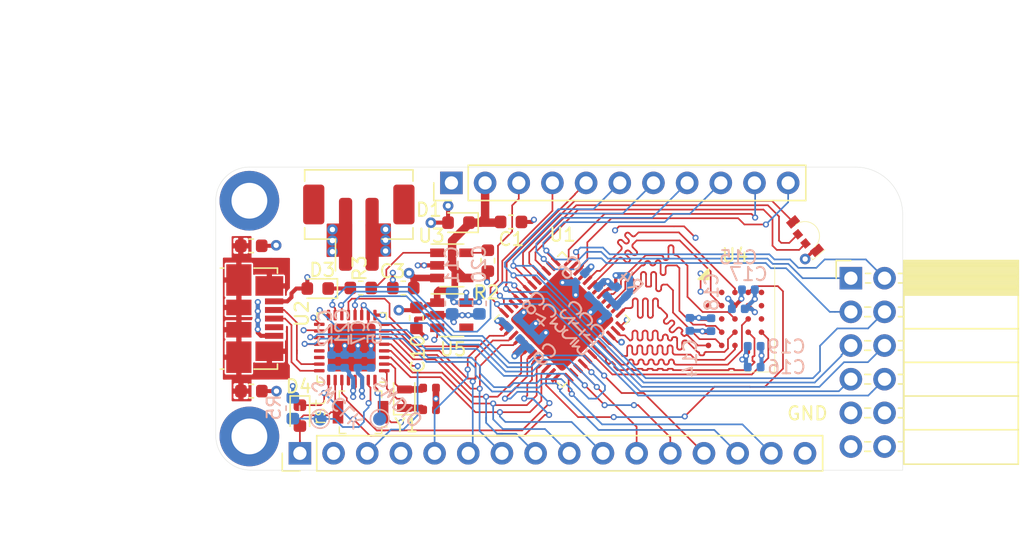
<source format=kicad_pcb>
(kicad_pcb (version 20171130) (host pcbnew "(5.0.2)-1")

  (general
    (thickness 1.6)
    (drawings 27)
    (tracks 2377)
    (zones 0)
    (modules 51)
    (nets 64)
  )

  (page A4)
  (layers
    (0 F.Cu signal)
    (1 In1.Cu signal)
    (2 In2.Cu signal)
    (31 B.Cu signal)
    (32 B.Adhes user)
    (33 F.Adhes user)
    (34 B.Paste user)
    (35 F.Paste user)
    (36 B.SilkS user)
    (37 F.SilkS user)
    (38 B.Mask user)
    (39 F.Mask user)
    (40 Dwgs.User user)
    (41 Cmts.User user)
    (42 Eco1.User user)
    (43 Eco2.User user)
    (44 Edge.Cuts user)
    (45 Margin user)
    (46 B.CrtYd user)
    (47 F.CrtYd user)
    (48 B.Fab user hide)
    (49 F.Fab user hide)
  )

  (setup
    (last_trace_width 0.25)
    (user_trace_width 0.127)
    (user_trace_width 0.3048)
    (user_trace_width 0.5)
    (user_trace_width 1)
    (trace_clearance 0.2)
    (zone_clearance 0.127)
    (zone_45_only no)
    (trace_min 0.127)
    (segment_width 0.2)
    (edge_width 0.15)
    (via_size 0.8)
    (via_drill 0.4)
    (via_min_size 0.4572)
    (via_min_drill 0.254)
    (user_via 0.4572 0.254)
    (user_via 0.508 0.254)
    (uvia_size 0.3)
    (uvia_drill 0.1)
    (uvias_allowed no)
    (uvia_min_size 0.2)
    (uvia_min_drill 0.1)
    (pcb_text_width 0.3)
    (pcb_text_size 1.5 1.5)
    (mod_edge_width 0.15)
    (mod_text_size 1 1)
    (mod_text_width 0.15)
    (pad_size 3.6 3.6)
    (pad_drill 0)
    (pad_to_mask_clearance 0.051)
    (solder_mask_min_width 0.25)
    (aux_axis_origin 0 0)
    (visible_elements 7FFFFFFF)
    (pcbplotparams
      (layerselection 0x0100c_7ffffff8)
      (usegerberextensions true)
      (usegerberattributes false)
      (usegerberadvancedattributes false)
      (creategerberjobfile false)
      (excludeedgelayer true)
      (linewidth 0.100000)
      (plotframeref false)
      (viasonmask false)
      (mode 1)
      (useauxorigin false)
      (hpglpennumber 1)
      (hpglpenspeed 20)
      (hpglpendiameter 15.000000)
      (psnegative false)
      (psa4output false)
      (plotreference true)
      (plotvalue true)
      (plotinvisibletext false)
      (padsonsilk false)
      (subtractmaskfromsilk false)
      (outputformat 1)
      (mirror false)
      (drillshape 0)
      (scaleselection 1)
      (outputdirectory "gerber/"))
  )

  (net 0 "")
  (net 1 GNDD)
  (net 2 +3V3)
  (net 3 "Net-(C2-Pad1)")
  (net 4 "Net-(R2-Pad1)")
  (net 5 "Net-(D3-Pad1)")
  (net 6 "Net-(R3-Pad2)")
  (net 7 "Net-(C12-Pad1)")
  (net 8 +1V2)
  (net 9 VBUS)
  (net 10 "Net-(U5-Pad4)")
  (net 11 /VBAT)
  (net 12 "Net-(D2-Pad2)")
  (net 13 "Net-(D2-Pad3)")
  (net 14 "Net-(D2-Pad4)")
  (net 15 "Net-(U1-Pad46)")
  (net 16 /~RST)
  (net 17 "Net-(J1-Pad4)")
  (net 18 /AREF)
  (net 19 /A0)
  (net 20 /A1)
  (net 21 /A2)
  (net 22 /A3)
  (net 23 /A4)
  (net 24 /A5)
  (net 25 /SCK)
  (net 26 /SO)
  (net 27 /SI)
  (net 28 /RX)
  (net 29 /TX)
  (net 30 /SCL)
  (net 31 /SDA)
  (net 32 /RAM_DQ[7])
  (net 33 /RAM_CK)
  (net 34 /RAM_DQ[1])
  (net 35 /RAM_DQ[6])
  (net 36 /RAM_~CS)
  (net 37 /RAM_RW)
  (net 38 /RAM_DQ[0])
  (net 39 /RAM_DQ[5])
  (net 40 /RAM_RST)
  (net 41 /RAM_DQ[2])
  (net 42 /RAM_DQ[3])
  (net 43 /RAM_DQ[4])
  (net 44 /FPGA_SS)
  (net 45 /FPGA_CLK)
  (net 46 /SWCLK)
  (net 47 /SWDIO)
  (net 48 /FPGA_DONE)
  (net 49 /~FPGA_RST)
  (net 50 /USB_D_P)
  (net 51 /USB_D_N)
  (net 52 /PMOD_10)
  (net 53 /PMOD_4)
  (net 54 /PMOD_9)
  (net 55 /PMOD_3)
  (net 56 /PMOD_8)
  (net 57 /PMOD_2)
  (net 58 /PMOD_7)
  (net 59 /PMOD_1)
  (net 60 "Net-(U2-Pad21)")
  (net 61 "Net-(U2-Pad22)")
  (net 62 "Net-(C24-Pad1)")
  (net 63 "Net-(C25-Pad1)")

  (net_class Default "This is the default net class."
    (clearance 0.2)
    (trace_width 0.25)
    (via_dia 0.8)
    (via_drill 0.4)
    (uvia_dia 0.3)
    (uvia_drill 0.1)
    (add_net +1V2)
    (add_net +3V3)
    (add_net /A0)
    (add_net /A1)
    (add_net /A2)
    (add_net /A3)
    (add_net /A4)
    (add_net /A5)
    (add_net /AREF)
    (add_net /FPGA_CLK)
    (add_net /FPGA_DONE)
    (add_net /FPGA_SS)
    (add_net /PMOD_1)
    (add_net /PMOD_10)
    (add_net /PMOD_2)
    (add_net /PMOD_3)
    (add_net /PMOD_4)
    (add_net /PMOD_7)
    (add_net /PMOD_8)
    (add_net /PMOD_9)
    (add_net /RAM_CK)
    (add_net /RAM_DQ[0])
    (add_net /RAM_DQ[1])
    (add_net /RAM_DQ[2])
    (add_net /RAM_DQ[3])
    (add_net /RAM_DQ[4])
    (add_net /RAM_DQ[5])
    (add_net /RAM_DQ[6])
    (add_net /RAM_DQ[7])
    (add_net /RAM_RST)
    (add_net /RAM_RW)
    (add_net /RAM_~CS)
    (add_net /RX)
    (add_net /SCK)
    (add_net /SCL)
    (add_net /SDA)
    (add_net /SI)
    (add_net /SO)
    (add_net /SWCLK)
    (add_net /SWDIO)
    (add_net /TX)
    (add_net /USB_D_N)
    (add_net /USB_D_P)
    (add_net /VBAT)
    (add_net /~FPGA_RST)
    (add_net /~RST)
    (add_net GNDD)
    (add_net "Net-(C12-Pad1)")
    (add_net "Net-(C2-Pad1)")
    (add_net "Net-(C24-Pad1)")
    (add_net "Net-(C25-Pad1)")
    (add_net "Net-(D2-Pad2)")
    (add_net "Net-(D2-Pad3)")
    (add_net "Net-(D2-Pad4)")
    (add_net "Net-(D3-Pad1)")
    (add_net "Net-(J1-Pad4)")
    (add_net "Net-(R2-Pad1)")
    (add_net "Net-(R3-Pad2)")
    (add_net "Net-(U1-Pad46)")
    (add_net "Net-(U2-Pad21)")
    (add_net "Net-(U2-Pad22)")
    (add_net "Net-(U5-Pad4)")
    (add_net VBUS)
  )

  (module MountingHole:MountingHole_2.7mm (layer F.Cu) (tedit 5C5E0FCD) (tstamp 5C5E1F67)
    (at 124.46 116.84)
    (descr "Mounting Hole 2.7mm, no annular")
    (tags "mounting hole 2.7mm no annular")
    (path /5C50EBD2)
    (attr virtual)
    (fp_text reference H3 (at 0 -3.7) (layer F.SilkS) hide
      (effects (font (size 1 1) (thickness 0.15)))
    )
    (fp_text value MountingHole (at 0 3.7) (layer F.Fab)
      (effects (font (size 1 1) (thickness 0.15)))
    )
    (fp_circle (center 0 0) (end 2.95 0) (layer F.CrtYd) (width 0.05))
    (fp_circle (center 0 0) (end 2.7 0) (layer Cmts.User) (width 0.15))
    (fp_text user %R (at 0.3 0) (layer F.Fab)
      (effects (font (size 1 1) (thickness 0.15)))
    )
    (pad 1 np_thru_hole circle (at 0 0) (size 2.7 2.7) (drill 2.7) (layers *.Cu *.Mask))
  )

  (module Capacitor_SMD:C_0402_1005Metric (layer F.Cu) (tedit 5C5E1AB8) (tstamp 5C62CC09)
    (at 92.329 132.6134)
    (descr "Capacitor SMD 0402 (1005 Metric), square (rectangular) end terminal, IPC_7351 nominal, (Body size source: http://www.tortai-tech.com/upload/download/2011102023233369053.pdf), generated with kicad-footprint-generator")
    (tags capacitor)
    (path /5CE2D77F)
    (attr smd)
    (fp_text reference C24 (at 0 -1.17) (layer F.SilkS) hide
      (effects (font (size 1 1) (thickness 0.15)))
    )
    (fp_text value 18p (at 0 1.17) (layer F.Fab)
      (effects (font (size 1 1) (thickness 0.15)))
    )
    (fp_text user %R (at 0 0) (layer F.Fab)
      (effects (font (size 0.25 0.25) (thickness 0.04)))
    )
    (fp_line (start 0.93 0.47) (end -0.93 0.47) (layer F.CrtYd) (width 0.05))
    (fp_line (start 0.93 -0.47) (end 0.93 0.47) (layer F.CrtYd) (width 0.05))
    (fp_line (start -0.93 -0.47) (end 0.93 -0.47) (layer F.CrtYd) (width 0.05))
    (fp_line (start -0.93 0.47) (end -0.93 -0.47) (layer F.CrtYd) (width 0.05))
    (fp_line (start 0.5 0.25) (end -0.5 0.25) (layer F.Fab) (width 0.1))
    (fp_line (start 0.5 -0.25) (end 0.5 0.25) (layer F.Fab) (width 0.1))
    (fp_line (start -0.5 -0.25) (end 0.5 -0.25) (layer F.Fab) (width 0.1))
    (fp_line (start -0.5 0.25) (end -0.5 -0.25) (layer F.Fab) (width 0.1))
    (pad 2 smd roundrect (at 0.485 0) (size 0.59 0.64) (layers F.Cu F.Paste F.Mask) (roundrect_rratio 0.25)
      (net 1 GNDD))
    (pad 1 smd roundrect (at -0.485 0) (size 0.59 0.64) (layers F.Cu F.Paste F.Mask) (roundrect_rratio 0.25)
      (net 62 "Net-(C24-Pad1)"))
    (model ${KISYS3DMOD}/Capacitor_SMD.3dshapes/C_0402_1005Metric.wrl
      (at (xyz 0 0 0))
      (scale (xyz 1 1 1))
      (rotate (xyz 0 0 0))
    )
  )

  (module Capacitor_SMD:C_0402_1005Metric (layer F.Cu) (tedit 5C5E1ABC) (tstamp 5C62CBFA)
    (at 92.329 130.9624)
    (descr "Capacitor SMD 0402 (1005 Metric), square (rectangular) end terminal, IPC_7351 nominal, (Body size source: http://www.tortai-tech.com/upload/download/2011102023233369053.pdf), generated with kicad-footprint-generator")
    (tags capacitor)
    (path /5CE2D6C5)
    (attr smd)
    (fp_text reference C25 (at 0 -1.17) (layer F.SilkS) hide
      (effects (font (size 1 1) (thickness 0.15)))
    )
    (fp_text value 18p (at 0 1.17) (layer F.Fab)
      (effects (font (size 1 1) (thickness 0.15)))
    )
    (fp_line (start -0.5 0.25) (end -0.5 -0.25) (layer F.Fab) (width 0.1))
    (fp_line (start -0.5 -0.25) (end 0.5 -0.25) (layer F.Fab) (width 0.1))
    (fp_line (start 0.5 -0.25) (end 0.5 0.25) (layer F.Fab) (width 0.1))
    (fp_line (start 0.5 0.25) (end -0.5 0.25) (layer F.Fab) (width 0.1))
    (fp_line (start -0.93 0.47) (end -0.93 -0.47) (layer F.CrtYd) (width 0.05))
    (fp_line (start -0.93 -0.47) (end 0.93 -0.47) (layer F.CrtYd) (width 0.05))
    (fp_line (start 0.93 -0.47) (end 0.93 0.47) (layer F.CrtYd) (width 0.05))
    (fp_line (start 0.93 0.47) (end -0.93 0.47) (layer F.CrtYd) (width 0.05))
    (fp_text user %R (at 0 0) (layer F.Fab)
      (effects (font (size 0.25 0.25) (thickness 0.04)))
    )
    (pad 1 smd roundrect (at -0.485 0) (size 0.59 0.64) (layers F.Cu F.Paste F.Mask) (roundrect_rratio 0.25)
      (net 63 "Net-(C25-Pad1)"))
    (pad 2 smd roundrect (at 0.485 0) (size 0.59 0.64) (layers F.Cu F.Paste F.Mask) (roundrect_rratio 0.25)
      (net 1 GNDD))
    (model ${KISYS3DMOD}/Capacitor_SMD.3dshapes/C_0402_1005Metric.wrl
      (at (xyz 0 0 0))
      (scale (xyz 1 1 1))
      (rotate (xyz 0 0 0))
    )
  )

  (module Capacitor_SMD:C_0402_1005Metric (layer B.Cu) (tedit 5B301BBE) (tstamp 5C5F1E11)
    (at 105.3846 124.3838 225)
    (descr "Capacitor SMD 0402 (1005 Metric), square (rectangular) end terminal, IPC_7351 nominal, (Body size source: http://www.tortai-tech.com/upload/download/2011102023233369053.pdf), generated with kicad-footprint-generator")
    (tags capacitor)
    (path /5C1086C2)
    (attr smd)
    (fp_text reference C12 (at 2.747958 -0.140092 225) (layer B.SilkS)
      (effects (font (size 1 1) (thickness 0.15)) (justify mirror))
    )
    (fp_text value 1u (at 0 -1.17 225) (layer B.Fab)
      (effects (font (size 1 1) (thickness 0.15)) (justify mirror))
    )
    (fp_text user %R (at 0 0 225) (layer B.Fab)
      (effects (font (size 0.25 0.25) (thickness 0.04)) (justify mirror))
    )
    (fp_line (start 0.93 -0.47) (end -0.93 -0.47) (layer B.CrtYd) (width 0.05))
    (fp_line (start 0.93 0.47) (end 0.93 -0.47) (layer B.CrtYd) (width 0.05))
    (fp_line (start -0.93 0.47) (end 0.93 0.47) (layer B.CrtYd) (width 0.05))
    (fp_line (start -0.93 -0.47) (end -0.93 0.47) (layer B.CrtYd) (width 0.05))
    (fp_line (start 0.5 -0.25) (end -0.5 -0.25) (layer B.Fab) (width 0.1))
    (fp_line (start 0.5 0.25) (end 0.5 -0.25) (layer B.Fab) (width 0.1))
    (fp_line (start -0.5 0.25) (end 0.5 0.25) (layer B.Fab) (width 0.1))
    (fp_line (start -0.5 -0.25) (end -0.5 0.25) (layer B.Fab) (width 0.1))
    (pad 2 smd roundrect (at 0.485 0 225) (size 0.59 0.64) (layers B.Cu B.Paste B.Mask) (roundrect_rratio 0.25)
      (net 1 GNDD))
    (pad 1 smd roundrect (at -0.485 0 225) (size 0.59 0.64) (layers B.Cu B.Paste B.Mask) (roundrect_rratio 0.25)
      (net 7 "Net-(C12-Pad1)"))
    (model ${KISYS3DMOD}/Capacitor_SMD.3dshapes/C_0402_1005Metric.wrl
      (at (xyz 0 0 0))
      (scale (xyz 1 1 1))
      (rotate (xyz 0 0 0))
    )
  )

  (module Capacitor_SMD:C_0402_1005Metric (layer B.Cu) (tedit 5B301BBE) (tstamp 5C5F2033)
    (at 106.0704 125.095 225)
    (descr "Capacitor SMD 0402 (1005 Metric), square (rectangular) end terminal, IPC_7351 nominal, (Body size source: http://www.tortai-tech.com/upload/download/2011102023233369053.pdf), generated with kicad-footprint-generator")
    (tags capacitor)
    (path /5C108611)
    (attr smd)
    (fp_text reference C13 (at 2.75155 -0.380763 225) (layer B.SilkS)
      (effects (font (size 1 1) (thickness 0.15)) (justify mirror))
    )
    (fp_text value 100n (at 0 -1.17 225) (layer B.Fab)
      (effects (font (size 1 1) (thickness 0.15)) (justify mirror))
    )
    (fp_line (start -0.5 -0.25) (end -0.5 0.25) (layer B.Fab) (width 0.1))
    (fp_line (start -0.5 0.25) (end 0.5 0.25) (layer B.Fab) (width 0.1))
    (fp_line (start 0.5 0.25) (end 0.5 -0.25) (layer B.Fab) (width 0.1))
    (fp_line (start 0.5 -0.25) (end -0.5 -0.25) (layer B.Fab) (width 0.1))
    (fp_line (start -0.93 -0.47) (end -0.93 0.47) (layer B.CrtYd) (width 0.05))
    (fp_line (start -0.93 0.47) (end 0.93 0.47) (layer B.CrtYd) (width 0.05))
    (fp_line (start 0.93 0.47) (end 0.93 -0.47) (layer B.CrtYd) (width 0.05))
    (fp_line (start 0.93 -0.47) (end -0.93 -0.47) (layer B.CrtYd) (width 0.05))
    (fp_text user %R (at 0 0 225) (layer B.Fab)
      (effects (font (size 0.25 0.25) (thickness 0.04)) (justify mirror))
    )
    (pad 1 smd roundrect (at -0.485 0 225) (size 0.59 0.64) (layers B.Cu B.Paste B.Mask) (roundrect_rratio 0.25)
      (net 7 "Net-(C12-Pad1)"))
    (pad 2 smd roundrect (at 0.485 0 225) (size 0.59 0.64) (layers B.Cu B.Paste B.Mask) (roundrect_rratio 0.25)
      (net 1 GNDD))
    (model ${KISYS3DMOD}/Capacitor_SMD.3dshapes/C_0402_1005Metric.wrl
      (at (xyz 0 0 0))
      (scale (xyz 1 1 1))
      (rotate (xyz 0 0 0))
    )
  )

  (module Crystal:Crystal_SMD_TXC_9HT11-2Pin_2.0x1.2mm (layer F.Cu) (tedit 5A0FD1B2) (tstamp 5C5F1B5E)
    (at 90.424 131.7752 90)
    (descr "SMD Crystal TXC 9HT11 http://txccrystal.com/images/pdf/9ht11.pdf, 2.0x1.2mm^2 package")
    (tags "SMD SMT crystal")
    (path /5CB9A80D)
    (attr smd)
    (fp_text reference Y1 (at -2.0066 0.1524 180) (layer F.SilkS)
      (effects (font (size 1 1) (thickness 0.15)))
    )
    (fp_text value Crystal (at 0 1.8 90) (layer F.Fab)
      (effects (font (size 1 1) (thickness 0.15)))
    )
    (fp_text user %R (at 0 0 90) (layer F.Fab)
      (effects (font (size 0.5 0.5) (thickness 0.075)))
    )
    (fp_line (start -1 -0.6) (end -1 0.6) (layer F.Fab) (width 0.1))
    (fp_line (start -1 0.6) (end 1 0.6) (layer F.Fab) (width 0.1))
    (fp_line (start 1 0.6) (end 1 -0.6) (layer F.Fab) (width 0.1))
    (fp_line (start 1 -0.6) (end -1 -0.6) (layer F.Fab) (width 0.1))
    (fp_line (start -1 0.1) (end -0.5 0.6) (layer F.Fab) (width 0.1))
    (fp_line (start 1.2 -0.8) (end -1.2 -0.8) (layer F.SilkS) (width 0.12))
    (fp_line (start -1.2 -0.8) (end -1.2 0.8) (layer F.SilkS) (width 0.12))
    (fp_line (start -1.2 0.8) (end 1.2 0.8) (layer F.SilkS) (width 0.12))
    (fp_line (start -1.3 -0.9) (end -1.3 0.9) (layer F.CrtYd) (width 0.05))
    (fp_line (start -1.3 0.9) (end 1.3 0.9) (layer F.CrtYd) (width 0.05))
    (fp_line (start 1.3 0.9) (end 1.3 -0.9) (layer F.CrtYd) (width 0.05))
    (fp_line (start 1.3 -0.9) (end -1.3 -0.9) (layer F.CrtYd) (width 0.05))
    (fp_circle (center 0 0) (end 0.2 0) (layer F.Adhes) (width 0.1))
    (fp_circle (center 0 0) (end 0.166667 0) (layer F.Adhes) (width 0.066667))
    (fp_circle (center 0 0) (end 0.106667 0) (layer F.Adhes) (width 0.066667))
    (fp_circle (center 0 0) (end 0.046667 0) (layer F.Adhes) (width 0.093333))
    (pad 1 smd rect (at -0.7 0 90) (size 0.6 1.1) (layers F.Cu F.Paste F.Mask)
      (net 62 "Net-(C24-Pad1)"))
    (pad 2 smd rect (at 0.7 0 90) (size 0.6 1.1) (layers F.Cu F.Paste F.Mask)
      (net 63 "Net-(C25-Pad1)"))
    (model ${KISYS3DMOD}/Crystal.3dshapes/Crystal_SMD_TXC_9HT11-2Pin_2.0x1.2mm.wrl
      (at (xyz 0 0 0))
      (scale (xyz 1 1 1))
      (rotate (xyz 0 0 0))
    )
  )

  (module Resistor_SMD:R_0402_1005Metric (layer B.Cu) (tedit 5B301BBD) (tstamp 5C5F2E2E)
    (at 106.807 123.698 315)
    (descr "Resistor SMD 0402 (1005 Metric), square (rectangular) end terminal, IPC_7351 nominal, (Body size source: http://www.tortai-tech.com/upload/download/2011102023233369053.pdf), generated with kicad-footprint-generator")
    (tags resistor)
    (path /5C108128)
    (attr smd)
    (fp_text reference R4 (at -0.017961 -1.023749 315) (layer B.SilkS)
      (effects (font (size 1 1) (thickness 0.15)) (justify mirror))
    )
    (fp_text value 100 (at 0 -1.17 315) (layer B.Fab)
      (effects (font (size 1 1) (thickness 0.15)) (justify mirror))
    )
    (fp_line (start -0.5 -0.25) (end -0.5 0.25) (layer B.Fab) (width 0.1))
    (fp_line (start -0.5 0.25) (end 0.5 0.25) (layer B.Fab) (width 0.1))
    (fp_line (start 0.5 0.25) (end 0.5 -0.25) (layer B.Fab) (width 0.1))
    (fp_line (start 0.5 -0.25) (end -0.5 -0.25) (layer B.Fab) (width 0.1))
    (fp_line (start -0.93 -0.47) (end -0.93 0.47) (layer B.CrtYd) (width 0.05))
    (fp_line (start -0.93 0.47) (end 0.93 0.47) (layer B.CrtYd) (width 0.05))
    (fp_line (start 0.93 0.47) (end 0.93 -0.47) (layer B.CrtYd) (width 0.05))
    (fp_line (start 0.93 -0.47) (end -0.93 -0.47) (layer B.CrtYd) (width 0.05))
    (fp_text user %R (at 0 0 315) (layer B.Fab)
      (effects (font (size 0.25 0.25) (thickness 0.04)) (justify mirror))
    )
    (pad 1 smd roundrect (at -0.485 0 315) (size 0.59 0.64) (layers B.Cu B.Paste B.Mask) (roundrect_rratio 0.25)
      (net 8 +1V2))
    (pad 2 smd roundrect (at 0.485 0 315) (size 0.59 0.64) (layers B.Cu B.Paste B.Mask) (roundrect_rratio 0.25)
      (net 7 "Net-(C12-Pad1)"))
    (model ${KISYS3DMOD}/Resistor_SMD.3dshapes/R_0402_1005Metric.wrl
      (at (xyz 0 0 0))
      (scale (xyz 1 1 1))
      (rotate (xyz 0 0 0))
    )
  )

  (module TestPoint:TestPoint_Pad_D1.0mm (layer B.Cu) (tedit 5C5E0E62) (tstamp 5C5F18A7)
    (at 84.074 133.2992)
    (descr "SMD pad as test Point, diameter 1.0mm")
    (tags "test point SMD pad")
    (path /5CB9A95F)
    (attr virtual)
    (fp_text reference TP1 (at 0 1.448) (layer B.SilkS) hide
      (effects (font (size 1 1) (thickness 0.15)) (justify mirror))
    )
    (fp_text value TestPoint (at 0 -1.55) (layer B.Fab)
      (effects (font (size 1 1) (thickness 0.15)) (justify mirror))
    )
    (fp_circle (center 0 0) (end 0 -0.7) (layer B.SilkS) (width 0.12))
    (fp_circle (center 0 0) (end 1 0) (layer B.CrtYd) (width 0.05))
    (fp_text user %R (at 0 1.45) (layer B.Fab)
      (effects (font (size 1 1) (thickness 0.15)) (justify mirror))
    )
    (pad 1 smd circle (at 0 0) (size 1 1) (layers B.Cu B.Mask)
      (net 46 /SWCLK))
  )

  (module TestPoint:TestPoint_Pad_D1.0mm (layer B.Cu) (tedit 5C5E0E65) (tstamp 5C5F18A0)
    (at 88.5698 133.2992)
    (descr "SMD pad as test Point, diameter 1.0mm")
    (tags "test point SMD pad")
    (path /5CBB2BEF)
    (attr virtual)
    (fp_text reference TP2 (at 0 1.448) (layer B.SilkS) hide
      (effects (font (size 1 1) (thickness 0.15)) (justify mirror))
    )
    (fp_text value TestPoint (at 0 -1.55) (layer B.Fab)
      (effects (font (size 1 1) (thickness 0.15)) (justify mirror))
    )
    (fp_text user %R (at 0 1.45) (layer B.Fab)
      (effects (font (size 1 1) (thickness 0.15)) (justify mirror))
    )
    (fp_circle (center 0 0) (end 1 0) (layer B.CrtYd) (width 0.05))
    (fp_circle (center 0 0) (end 0 -0.7) (layer B.SilkS) (width 0.12))
    (pad 1 smd circle (at 0 0) (size 1 1) (layers B.Cu B.Mask)
      (net 47 /SWDIO))
  )

  (module Package_DFN_QFN:QFN-48-1EP_7x7mm_P0.5mm_EP5.6x5.6mm (layer F.Cu) (tedit 5C5E1176) (tstamp 5C5FB9B1)
    (at 102.3366 125.8062 45)
    (descr "QFN, 48 Pin (http://www.st.com/resource/en/datasheet/stm32f042k6.pdf (Page 94)), generated with kicad-footprint-generator ipc_dfn_qfn_generator.py")
    (tags "QFN DFN_QFN")
    (path /5C03871F)
    (attr smd)
    (fp_text reference U1 (at 4.54401 -4.508089 180) (layer F.SilkS)
      (effects (font (size 1 1) (thickness 0.15)))
    )
    (fp_text value ICE40UP5K-SG48ITR (at 0 4.82 45) (layer F.Fab)
      (effects (font (size 1 1) (thickness 0.15)))
    )
    (fp_text user %R (at 0 0 45) (layer F.Fab)
      (effects (font (size 1 1) (thickness 0.15)))
    )
    (fp_line (start 4.12 -4.12) (end -4.12 -4.12) (layer F.CrtYd) (width 0.05))
    (fp_line (start 4.12 4.12) (end 4.12 -4.12) (layer F.CrtYd) (width 0.05))
    (fp_line (start -4.12 4.12) (end 4.12 4.12) (layer F.CrtYd) (width 0.05))
    (fp_line (start -4.12 -4.12) (end -4.12 4.12) (layer F.CrtYd) (width 0.05))
    (fp_line (start -3.5 -2.5) (end -2.5 -3.5) (layer F.Fab) (width 0.1))
    (fp_line (start -3.5 3.5) (end -3.5 -2.5) (layer F.Fab) (width 0.1))
    (fp_line (start 3.5 3.5) (end -3.5 3.5) (layer F.Fab) (width 0.1))
    (fp_line (start 3.5 -3.5) (end 3.5 3.5) (layer F.Fab) (width 0.1))
    (fp_line (start -2.5 -3.5) (end 3.5 -3.5) (layer F.Fab) (width 0.1))
    (fp_line (start -3.135 -3.61) (end -3.61 -3.61) (layer F.SilkS) (width 0.12))
    (fp_line (start 3.61 3.61) (end 3.61 3.135) (layer F.SilkS) (width 0.12))
    (fp_line (start 3.135 3.61) (end 3.61 3.61) (layer F.SilkS) (width 0.12))
    (fp_line (start -3.61 3.61) (end -3.61 3.135) (layer F.SilkS) (width 0.12))
    (fp_line (start -3.135 3.61) (end -3.61 3.61) (layer F.SilkS) (width 0.12))
    (fp_line (start 3.61 -3.61) (end 3.61 -3.135) (layer F.SilkS) (width 0.12))
    (fp_line (start 3.135 -3.61) (end 3.61 -3.61) (layer F.SilkS) (width 0.12))
    (pad 48 smd roundrect (at -2.75 -3.4375 45) (size 0.25 0.875) (layers F.Cu F.Paste F.Mask) (roundrect_rratio 0.25)
      (net 52 /PMOD_10))
    (pad 47 smd roundrect (at -2.25 -3.4375 45) (size 0.25 0.875) (layers F.Cu F.Paste F.Mask) (roundrect_rratio 0.25)
      (net 53 /PMOD_4))
    (pad 46 smd roundrect (at -1.749999 -3.4375 45) (size 0.25 0.875) (layers F.Cu F.Paste F.Mask) (roundrect_rratio 0.25)
      (net 15 "Net-(U1-Pad46)"))
    (pad 45 smd roundrect (at -1.25 -3.4375 45) (size 0.25 0.875) (layers F.Cu F.Paste F.Mask) (roundrect_rratio 0.25)
      (net 54 /PMOD_9))
    (pad 44 smd roundrect (at -0.750001 -3.4375 45) (size 0.25 0.875) (layers F.Cu F.Paste F.Mask) (roundrect_rratio 0.25)
      (net 45 /FPGA_CLK))
    (pad 43 smd roundrect (at -0.25 -3.4375 45) (size 0.25 0.875) (layers F.Cu F.Paste F.Mask) (roundrect_rratio 0.25)
      (net 55 /PMOD_3))
    (pad 42 smd roundrect (at 0.25 -3.4375 45) (size 0.25 0.875) (layers F.Cu F.Paste F.Mask) (roundrect_rratio 0.25)
      (net 56 /PMOD_8))
    (pad 41 smd roundrect (at 0.750001 -3.4375 45) (size 0.25 0.875) (layers F.Cu F.Paste F.Mask) (roundrect_rratio 0.25)
      (net 14 "Net-(D2-Pad4)"))
    (pad 40 smd roundrect (at 1.25 -3.4375 45) (size 0.25 0.875) (layers F.Cu F.Paste F.Mask) (roundrect_rratio 0.25)
      (net 13 "Net-(D2-Pad3)"))
    (pad 39 smd roundrect (at 1.749999 -3.4375 45) (size 0.25 0.875) (layers F.Cu F.Paste F.Mask) (roundrect_rratio 0.25)
      (net 12 "Net-(D2-Pad2)"))
    (pad 38 smd roundrect (at 2.25 -3.4375 45) (size 0.25 0.875) (layers F.Cu F.Paste F.Mask) (roundrect_rratio 0.25)
      (net 57 /PMOD_2))
    (pad 37 smd roundrect (at 2.75 -3.4375 45) (size 0.25 0.875) (layers F.Cu F.Paste F.Mask) (roundrect_rratio 0.25)
      (net 59 /PMOD_1))
    (pad 36 smd roundrect (at 3.4375 -2.75 45) (size 0.875 0.25) (layers F.Cu F.Paste F.Mask) (roundrect_rratio 0.25)
      (net 30 /SCL))
    (pad 35 smd roundrect (at 3.4375 -2.25 45) (size 0.875 0.25) (layers F.Cu F.Paste F.Mask) (roundrect_rratio 0.25)
      (net 58 /PMOD_7))
    (pad 34 smd roundrect (at 3.4375 -1.749999 45) (size 0.875 0.25) (layers F.Cu F.Paste F.Mask) (roundrect_rratio 0.25)
      (net 31 /SDA))
    (pad 33 smd roundrect (at 3.4375 -1.25 45) (size 0.875 0.25) (layers F.Cu F.Paste F.Mask) (roundrect_rratio 0.25)
      (net 2 +3V3))
    (pad 32 smd roundrect (at 3.4375 -0.750001 45) (size 0.875 0.25) (layers F.Cu F.Paste F.Mask) (roundrect_rratio 0.25)
      (net 36 /RAM_~CS))
    (pad 31 smd roundrect (at 3.4375 -0.25 45) (size 0.875 0.25) (layers F.Cu F.Paste F.Mask) (roundrect_rratio 0.25)
      (net 33 /RAM_CK))
    (pad 30 smd roundrect (at 3.4375 0.25 45) (size 0.875 0.25) (layers F.Cu F.Paste F.Mask) (roundrect_rratio 0.25)
      (net 8 +1V2))
    (pad 29 smd roundrect (at 3.4375 0.750001 45) (size 0.875 0.25) (layers F.Cu F.Paste F.Mask) (roundrect_rratio 0.25)
      (net 7 "Net-(C12-Pad1)"))
    (pad 28 smd roundrect (at 3.4375 1.25 45) (size 0.875 0.25) (layers F.Cu F.Paste F.Mask) (roundrect_rratio 0.25)
      (net 37 /RAM_RW))
    (pad 27 smd roundrect (at 3.4375 1.749999 45) (size 0.875 0.25) (layers F.Cu F.Paste F.Mask) (roundrect_rratio 0.25)
      (net 34 /RAM_DQ[1]))
    (pad 26 smd roundrect (at 3.4375 2.25 45) (size 0.875 0.25) (layers F.Cu F.Paste F.Mask) (roundrect_rratio 0.25)
      (net 35 /RAM_DQ[6]))
    (pad 25 smd roundrect (at 3.4375 2.75 45) (size 0.875 0.25) (layers F.Cu F.Paste F.Mask) (roundrect_rratio 0.25)
      (net 32 /RAM_DQ[7]))
    (pad 24 smd roundrect (at 2.75 3.4375 45) (size 0.25 0.875) (layers F.Cu F.Paste F.Mask) (roundrect_rratio 0.25)
      (net 2 +3V3))
    (pad 23 smd roundrect (at 2.25 3.4375 45) (size 0.25 0.875) (layers F.Cu F.Paste F.Mask) (roundrect_rratio 0.25)
      (net 38 /RAM_DQ[0]))
    (pad 22 smd roundrect (at 1.749999 3.4375 45) (size 0.25 0.875) (layers F.Cu F.Paste F.Mask) (roundrect_rratio 0.25)
      (net 2 +3V3))
    (pad 21 smd roundrect (at 1.25 3.4375 45) (size 0.25 0.875) (layers F.Cu F.Paste F.Mask) (roundrect_rratio 0.25)
      (net 39 /RAM_DQ[5]))
    (pad 20 smd roundrect (at 0.750001 3.4375 45) (size 0.25 0.875) (layers F.Cu F.Paste F.Mask) (roundrect_rratio 0.25)
      (net 41 /RAM_DQ[2]))
    (pad 19 smd roundrect (at 0.25 3.4375 45) (size 0.25 0.875) (layers F.Cu F.Paste F.Mask) (roundrect_rratio 0.25)
      (net 42 /RAM_DQ[3]))
    (pad 18 smd roundrect (at -0.25 3.4375 45) (size 0.25 0.875) (layers F.Cu F.Paste F.Mask) (roundrect_rratio 0.25)
      (net 43 /RAM_DQ[4]))
    (pad 17 smd roundrect (at -0.750001 3.4375 45) (size 0.25 0.875) (layers F.Cu F.Paste F.Mask) (roundrect_rratio 0.25)
      (net 27 /SI))
    (pad 16 smd roundrect (at -1.25 3.4375 45) (size 0.25 0.875) (layers F.Cu F.Paste F.Mask) (roundrect_rratio 0.25)
      (net 44 /FPGA_SS))
    (pad 15 smd roundrect (at -1.749999 3.4375 45) (size 0.25 0.875) (layers F.Cu F.Paste F.Mask) (roundrect_rratio 0.25)
      (net 25 /SCK))
    (pad 14 smd roundrect (at -2.25 3.4375 45) (size 0.25 0.875) (layers F.Cu F.Paste F.Mask) (roundrect_rratio 0.25)
      (net 26 /SO))
    (pad 13 smd roundrect (at -2.75 3.4375 45) (size 0.25 0.875) (layers F.Cu F.Paste F.Mask) (roundrect_rratio 0.25)
      (net 29 /TX))
    (pad 12 smd roundrect (at -3.4375 2.75 45) (size 0.875 0.25) (layers F.Cu F.Paste F.Mask) (roundrect_rratio 0.25)
      (net 28 /RX))
    (pad 11 smd roundrect (at -3.4375 2.25 45) (size 0.875 0.25) (layers F.Cu F.Paste F.Mask) (roundrect_rratio 0.25)
      (net 40 /RAM_RST))
    (pad 10 smd roundrect (at -3.4375 1.749999 45) (size 0.875 0.25) (layers F.Cu F.Paste F.Mask) (roundrect_rratio 0.25)
      (net 24 /A5))
    (pad 9 smd roundrect (at -3.4375 1.25 45) (size 0.875 0.25) (layers F.Cu F.Paste F.Mask) (roundrect_rratio 0.25)
      (net 23 /A4))
    (pad 8 smd roundrect (at -3.4375 0.750001 45) (size 0.875 0.25) (layers F.Cu F.Paste F.Mask) (roundrect_rratio 0.25)
      (net 49 /~FPGA_RST))
    (pad 7 smd roundrect (at -3.4375 0.25 45) (size 0.875 0.25) (layers F.Cu F.Paste F.Mask) (roundrect_rratio 0.25)
      (net 48 /FPGA_DONE))
    (pad 6 smd roundrect (at -3.4375 -0.25 45) (size 0.875 0.25) (layers F.Cu F.Paste F.Mask) (roundrect_rratio 0.25)
      (net 22 /A3))
    (pad 5 smd roundrect (at -3.4375 -0.750001 45) (size 0.875 0.25) (layers F.Cu F.Paste F.Mask) (roundrect_rratio 0.25)
      (net 8 +1V2))
    (pad 4 smd roundrect (at -3.4375 -1.25 45) (size 0.875 0.25) (layers F.Cu F.Paste F.Mask) (roundrect_rratio 0.25)
      (net 21 /A2))
    (pad 3 smd roundrect (at -3.4375 -1.749999 45) (size 0.875 0.25) (layers F.Cu F.Paste F.Mask) (roundrect_rratio 0.25)
      (net 20 /A1))
    (pad 2 smd roundrect (at -3.4375 -2.25 45) (size 0.875 0.25) (layers F.Cu F.Paste F.Mask) (roundrect_rratio 0.25)
      (net 19 /A0))
    (pad 1 smd roundrect (at -3.4375 -2.75 45) (size 0.875 0.25) (layers F.Cu F.Paste F.Mask) (roundrect_rratio 0.25)
      (net 2 +3V3))
    (pad "" smd roundrect (at 2.1 2.1 45) (size 1.13 1.13) (layers F.Paste) (roundrect_rratio 0.221239))
    (pad "" smd roundrect (at 2.1 0.7 45) (size 1.13 1.13) (layers F.Paste) (roundrect_rratio 0.221239))
    (pad "" smd roundrect (at 2.1 -0.7 45) (size 1.13 1.13) (layers F.Paste) (roundrect_rratio 0.221239))
    (pad "" smd roundrect (at 2.1 -2.1 45) (size 1.13 1.13) (layers F.Paste) (roundrect_rratio 0.221239))
    (pad "" smd roundrect (at 0.7 2.1 45) (size 1.13 1.13) (layers F.Paste) (roundrect_rratio 0.221239))
    (pad "" smd roundrect (at 0.7 0.7 45) (size 1.13 1.13) (layers F.Paste) (roundrect_rratio 0.221239))
    (pad "" smd roundrect (at 0.7 -0.7 45) (size 1.13 1.13) (layers F.Paste) (roundrect_rratio 0.221239))
    (pad "" smd roundrect (at 0.7 -2.1 45) (size 1.13 1.13) (layers F.Paste) (roundrect_rratio 0.221239))
    (pad "" smd roundrect (at -0.7 2.1 45) (size 1.13 1.13) (layers F.Paste) (roundrect_rratio 0.221239))
    (pad "" smd roundrect (at -0.7 0.7 45) (size 1.13 1.13) (layers F.Paste) (roundrect_rratio 0.221239))
    (pad "" smd roundrect (at -0.7 -0.7 45) (size 1.13 1.13) (layers F.Paste) (roundrect_rratio 0.221239))
    (pad "" smd roundrect (at -0.7 -2.1 45) (size 1.13 1.13) (layers F.Paste) (roundrect_rratio 0.221239))
    (pad "" smd roundrect (at -2.1 2.1 45) (size 1.13 1.13) (layers F.Paste) (roundrect_rratio 0.221239))
    (pad "" smd roundrect (at -2.1 0.7 45) (size 1.13 1.13) (layers F.Paste) (roundrect_rratio 0.221239))
    (pad "" smd roundrect (at -2.1 -0.7 45) (size 1.13 1.13) (layers F.Paste) (roundrect_rratio 0.221239))
    (pad "" smd roundrect (at -2.1 -2.1 45) (size 1.13 1.13) (layers F.Paste) (roundrect_rratio 0.221239))
    (pad 49 smd roundrect (at 0 0 45) (size 5.6 5.6) (layers F.Cu F.Mask) (roundrect_rratio 0.044643)
      (net 1 GNDD))
    (model ${KISYS3DMOD}/Package_DFN_QFN.3dshapes/QFN-48-1EP_7x7mm_P0.5mm_EP5.15x5.15mm.wrl
      (at (xyz 0 0 0))
      (scale (xyz 1 1 1))
      (rotate (xyz 0 0 0))
    )
  )

  (module Diode_SMD:D_0603_1608Metric (layer F.Cu) (tedit 5B301BBE) (tstamp 5C5D2BD9)
    (at 94.5134 118.491 180)
    (descr "Diode SMD 0603 (1608 Metric), square (rectangular) end terminal, IPC_7351 nominal, (Body size source: http://www.tortai-tech.com/upload/download/2011102023233369053.pdf), generated with kicad-footprint-generator")
    (tags diode)
    (path /5C063A8A)
    (attr smd)
    (fp_text reference D1 (at 2.2352 0.9652 180) (layer F.SilkS)
      (effects (font (size 1 1) (thickness 0.15)))
    )
    (fp_text value D_Schottky (at 0 1.43 180) (layer F.Fab)
      (effects (font (size 1 1) (thickness 0.15)))
    )
    (fp_text user %R (at 0 0 180) (layer F.Fab)
      (effects (font (size 0.4 0.4) (thickness 0.06)))
    )
    (fp_line (start 1.48 0.73) (end -1.48 0.73) (layer F.CrtYd) (width 0.05))
    (fp_line (start 1.48 -0.73) (end 1.48 0.73) (layer F.CrtYd) (width 0.05))
    (fp_line (start -1.48 -0.73) (end 1.48 -0.73) (layer F.CrtYd) (width 0.05))
    (fp_line (start -1.48 0.73) (end -1.48 -0.73) (layer F.CrtYd) (width 0.05))
    (fp_line (start -1.485 0.735) (end 0.8 0.735) (layer F.SilkS) (width 0.12))
    (fp_line (start -1.485 -0.735) (end -1.485 0.735) (layer F.SilkS) (width 0.12))
    (fp_line (start 0.8 -0.735) (end -1.485 -0.735) (layer F.SilkS) (width 0.12))
    (fp_line (start 0.8 0.4) (end 0.8 -0.4) (layer F.Fab) (width 0.1))
    (fp_line (start -0.8 0.4) (end 0.8 0.4) (layer F.Fab) (width 0.1))
    (fp_line (start -0.8 -0.1) (end -0.8 0.4) (layer F.Fab) (width 0.1))
    (fp_line (start -0.5 -0.4) (end -0.8 -0.1) (layer F.Fab) (width 0.1))
    (fp_line (start 0.8 -0.4) (end -0.5 -0.4) (layer F.Fab) (width 0.1))
    (pad 2 smd roundrect (at 0.7875 0 180) (size 0.875 0.95) (layers F.Cu F.Paste F.Mask) (roundrect_rratio 0.25)
      (net 11 /VBAT))
    (pad 1 smd roundrect (at -0.7875 0 180) (size 0.875 0.95) (layers F.Cu F.Paste F.Mask) (roundrect_rratio 0.25)
      (net 9 VBUS))
    (model ${KISYS3DMOD}/Diode_SMD.3dshapes/D_0603_1608Metric.wrl
      (at (xyz 0 0 0))
      (scale (xyz 1 1 1))
      (rotate (xyz 0 0 0))
    )
  )

  (module Diode_SMD:D_0603_1608Metric (layer F.Cu) (tedit 5B301BBE) (tstamp 5C5D2BC7)
    (at 82.55 133.05 270)
    (descr "Diode SMD 0603 (1608 Metric), square (rectangular) end terminal, IPC_7351 nominal, (Body size source: http://www.tortai-tech.com/upload/download/2011102023233369053.pdf), generated with kicad-footprint-generator")
    (tags diode)
    (path /5C8F169A)
    (attr smd)
    (fp_text reference D4 (at -2.20444 0.09144 180) (layer F.SilkS)
      (effects (font (size 1 1) (thickness 0.15)))
    )
    (fp_text value D_Schottky (at 0 1.43 270) (layer F.Fab)
      (effects (font (size 1 1) (thickness 0.15)))
    )
    (fp_line (start 0.8 -0.4) (end -0.5 -0.4) (layer F.Fab) (width 0.1))
    (fp_line (start -0.5 -0.4) (end -0.8 -0.1) (layer F.Fab) (width 0.1))
    (fp_line (start -0.8 -0.1) (end -0.8 0.4) (layer F.Fab) (width 0.1))
    (fp_line (start -0.8 0.4) (end 0.8 0.4) (layer F.Fab) (width 0.1))
    (fp_line (start 0.8 0.4) (end 0.8 -0.4) (layer F.Fab) (width 0.1))
    (fp_line (start 0.8 -0.735) (end -1.485 -0.735) (layer F.SilkS) (width 0.12))
    (fp_line (start -1.485 -0.735) (end -1.485 0.735) (layer F.SilkS) (width 0.12))
    (fp_line (start -1.485 0.735) (end 0.8 0.735) (layer F.SilkS) (width 0.12))
    (fp_line (start -1.48 0.73) (end -1.48 -0.73) (layer F.CrtYd) (width 0.05))
    (fp_line (start -1.48 -0.73) (end 1.48 -0.73) (layer F.CrtYd) (width 0.05))
    (fp_line (start 1.48 -0.73) (end 1.48 0.73) (layer F.CrtYd) (width 0.05))
    (fp_line (start 1.48 0.73) (end -1.48 0.73) (layer F.CrtYd) (width 0.05))
    (fp_text user %R (at 0 0 270) (layer F.Fab)
      (effects (font (size 0.4 0.4) (thickness 0.06)))
    )
    (pad 1 smd roundrect (at -0.7875 0 270) (size 0.875 0.95) (layers F.Cu F.Paste F.Mask) (roundrect_rratio 0.25)
      (net 49 /~FPGA_RST))
    (pad 2 smd roundrect (at 0.7875 0 270) (size 0.875 0.95) (layers F.Cu F.Paste F.Mask) (roundrect_rratio 0.25)
      (net 16 /~RST))
    (model ${KISYS3DMOD}/Diode_SMD.3dshapes/D_0603_1608Metric.wrl
      (at (xyz 0 0 0))
      (scale (xyz 1 1 1))
      (rotate (xyz 0 0 0))
    )
  )

  (module Resistor_SMD:R_0603_1608Metric (layer B.Cu) (tedit 5B301BBD) (tstamp 5C5D29C2)
    (at 82.0166 132.4864 270)
    (descr "Resistor SMD 0603 (1608 Metric), square (rectangular) end terminal, IPC_7351 nominal, (Body size source: http://www.tortai-tech.com/upload/download/2011102023233369053.pdf), generated with kicad-footprint-generator")
    (tags resistor)
    (path /5CBFC6A0)
    (attr smd)
    (fp_text reference R5 (at -0.0508 1.43 270) (layer B.SilkS)
      (effects (font (size 1 1) (thickness 0.15)) (justify mirror))
    )
    (fp_text value R_Small (at 0 -1.43 270) (layer B.Fab)
      (effects (font (size 1 1) (thickness 0.15)) (justify mirror))
    )
    (fp_line (start -0.8 -0.4) (end -0.8 0.4) (layer B.Fab) (width 0.1))
    (fp_line (start -0.8 0.4) (end 0.8 0.4) (layer B.Fab) (width 0.1))
    (fp_line (start 0.8 0.4) (end 0.8 -0.4) (layer B.Fab) (width 0.1))
    (fp_line (start 0.8 -0.4) (end -0.8 -0.4) (layer B.Fab) (width 0.1))
    (fp_line (start -0.162779 0.51) (end 0.162779 0.51) (layer B.SilkS) (width 0.12))
    (fp_line (start -0.162779 -0.51) (end 0.162779 -0.51) (layer B.SilkS) (width 0.12))
    (fp_line (start -1.48 -0.73) (end -1.48 0.73) (layer B.CrtYd) (width 0.05))
    (fp_line (start -1.48 0.73) (end 1.48 0.73) (layer B.CrtYd) (width 0.05))
    (fp_line (start 1.48 0.73) (end 1.48 -0.73) (layer B.CrtYd) (width 0.05))
    (fp_line (start 1.48 -0.73) (end -1.48 -0.73) (layer B.CrtYd) (width 0.05))
    (fp_text user %R (at 0 0 270) (layer B.Fab)
      (effects (font (size 0.4 0.4) (thickness 0.06)) (justify mirror))
    )
    (pad 1 smd roundrect (at -0.7875 0 270) (size 0.875 0.95) (layers B.Cu B.Paste B.Mask) (roundrect_rratio 0.25)
      (net 2 +3V3))
    (pad 2 smd roundrect (at 0.7875 0 270) (size 0.875 0.95) (layers B.Cu B.Paste B.Mask) (roundrect_rratio 0.25)
      (net 46 /SWCLK))
    (model ${KISYS3DMOD}/Resistor_SMD.3dshapes/R_0603_1608Metric.wrl
      (at (xyz 0 0 0))
      (scale (xyz 1 1 1))
      (rotate (xyz 0 0 0))
    )
  )

  (module custom-old:PMOD_2x06_P2.54mm_Horizontal (layer F.Cu) (tedit 5C5E53B7) (tstamp 5C5E058F)
    (at 124.9045 122.682)
    (descr "Through hole angled socket strip, 2x06, 2.54mm pitch, 8.51mm socket length, double cols (from Kicad 4.0.7), script generated")
    (tags "Through hole angled socket strip THT 2x06 2.54mm double row")
    (path /5C118C00)
    (fp_text reference J3 (at 4.856698 -2.77) (layer F.SilkS) hide
      (effects (font (size 1 1) (thickness 0.15)))
    )
    (fp_text value Conn_02x06_Top_Bottom (at 5 16) (layer F.Fab)
      (effects (font (size 1 1) (thickness 0.15)))
    )
    (fp_text user +3v3 (at -4.5 12.7) (layer F.SilkS) hide
      (effects (font (size 1 1) (thickness 0.15)))
    )
    (fp_text user GND (at -4.071429 10.2) (layer F.SilkS)
      (effects (font (size 1 1) (thickness 0.15)))
    )
    (fp_text user %R (at 7.521698 6.35 90) (layer F.Fab)
      (effects (font (size 1 1) (thickness 0.15)))
    )
    (fp_line (start -2.593302 14.45) (end -2.593302 -1.8) (layer F.CrtYd) (width 0.05))
    (fp_line (start 12.256698 14.45) (end -2.593302 14.45) (layer F.CrtYd) (width 0.05))
    (fp_line (start 12.256698 -1.8) (end 12.256698 14.45) (layer F.CrtYd) (width 0.05))
    (fp_line (start -2.593302 -1.8) (end 12.256698 -1.8) (layer F.CrtYd) (width 0.05))
    (fp_line (start -0.793302 -1.33) (end -1.903302 -1.33) (layer F.SilkS) (width 0.12))
    (fp_line (start -1.903302 -1.33) (end -1.903302 0) (layer F.SilkS) (width 0.12))
    (fp_line (start 11.836698 -1.33) (end 11.836698 14.03) (layer F.SilkS) (width 0.12))
    (fp_line (start 11.836698 14.03) (end 3.206698 14.03) (layer F.SilkS) (width 0.12))
    (fp_line (start 3.206698 -1.33) (end 3.206698 14.03) (layer F.SilkS) (width 0.12))
    (fp_line (start 11.836698 -1.33) (end 3.206698 -1.33) (layer F.SilkS) (width 0.12))
    (fp_line (start 11.836698 11.43) (end 3.206698 11.43) (layer F.SilkS) (width 0.12))
    (fp_line (start 11.836698 8.89) (end 3.206698 8.89) (layer F.SilkS) (width 0.12))
    (fp_line (start 11.836698 6.35) (end 3.206698 6.35) (layer F.SilkS) (width 0.12))
    (fp_line (start 11.836698 3.81) (end 3.206698 3.81) (layer F.SilkS) (width 0.12))
    (fp_line (start 11.836698 1.27) (end 3.206698 1.27) (layer F.SilkS) (width 0.12))
    (fp_line (start 0.696698 13.06) (end 0.256698 13.06) (layer F.SilkS) (width 0.12))
    (fp_line (start 3.206698 13.06) (end 2.796698 13.06) (layer F.SilkS) (width 0.12))
    (fp_line (start 0.696698 12.34) (end 0.256698 12.34) (layer F.SilkS) (width 0.12))
    (fp_line (start 3.206698 12.34) (end 2.796698 12.34) (layer F.SilkS) (width 0.12))
    (fp_line (start 0.696698 10.52) (end 0.256698 10.52) (layer F.SilkS) (width 0.12))
    (fp_line (start 3.206698 10.52) (end 2.796698 10.52) (layer F.SilkS) (width 0.12))
    (fp_line (start 0.696698 9.8) (end 0.256698 9.8) (layer F.SilkS) (width 0.12))
    (fp_line (start 3.206698 9.8) (end 2.796698 9.8) (layer F.SilkS) (width 0.12))
    (fp_line (start 0.696698 7.98) (end 0.256698 7.98) (layer F.SilkS) (width 0.12))
    (fp_line (start 3.206698 7.98) (end 2.796698 7.98) (layer F.SilkS) (width 0.12))
    (fp_line (start 0.696698 7.26) (end 0.256698 7.26) (layer F.SilkS) (width 0.12))
    (fp_line (start 3.206698 7.26) (end 2.796698 7.26) (layer F.SilkS) (width 0.12))
    (fp_line (start 0.696698 5.44) (end 0.256698 5.44) (layer F.SilkS) (width 0.12))
    (fp_line (start 3.206698 5.44) (end 2.796698 5.44) (layer F.SilkS) (width 0.12))
    (fp_line (start 0.696698 4.72) (end 0.256698 4.72) (layer F.SilkS) (width 0.12))
    (fp_line (start 3.206698 4.72) (end 2.796698 4.72) (layer F.SilkS) (width 0.12))
    (fp_line (start 0.696698 2.9) (end 0.256698 2.9) (layer F.SilkS) (width 0.12))
    (fp_line (start 3.206698 2.9) (end 2.796698 2.9) (layer F.SilkS) (width 0.12))
    (fp_line (start 0.696698 2.18) (end 0.256698 2.18) (layer F.SilkS) (width 0.12))
    (fp_line (start 3.206698 2.18) (end 2.796698 2.18) (layer F.SilkS) (width 0.12))
    (fp_line (start 0.696698 0.36) (end 0.316698 0.36) (layer F.SilkS) (width 0.12))
    (fp_line (start 3.206698 0.36) (end 2.796698 0.36) (layer F.SilkS) (width 0.12))
    (fp_line (start 0.696698 -0.36) (end 0.316698 -0.36) (layer F.SilkS) (width 0.12))
    (fp_line (start 3.206698 -0.36) (end 2.796698 -0.36) (layer F.SilkS) (width 0.12))
    (fp_line (start 11.836698 1.1519) (end 3.206698 1.1519) (layer F.SilkS) (width 0.12))
    (fp_line (start 11.836698 1.033805) (end 3.206698 1.033805) (layer F.SilkS) (width 0.12))
    (fp_line (start 11.836698 0.91571) (end 3.206698 0.91571) (layer F.SilkS) (width 0.12))
    (fp_line (start 11.836698 0.797615) (end 3.206698 0.797615) (layer F.SilkS) (width 0.12))
    (fp_line (start 11.836698 0.67952) (end 3.206698 0.67952) (layer F.SilkS) (width 0.12))
    (fp_line (start 11.836698 0.561425) (end 3.206698 0.561425) (layer F.SilkS) (width 0.12))
    (fp_line (start 11.836698 0.44333) (end 3.206698 0.44333) (layer F.SilkS) (width 0.12))
    (fp_line (start 11.836698 0.325235) (end 3.206698 0.325235) (layer F.SilkS) (width 0.12))
    (fp_line (start 11.836698 0.20714) (end 3.206698 0.20714) (layer F.SilkS) (width 0.12))
    (fp_line (start 11.836698 0.089045) (end 3.206698 0.089045) (layer F.SilkS) (width 0.12))
    (fp_line (start 11.836698 -0.02905) (end 3.206698 -0.02905) (layer F.SilkS) (width 0.12))
    (fp_line (start 11.836698 -0.147145) (end 3.206698 -0.147145) (layer F.SilkS) (width 0.12))
    (fp_line (start 11.836698 -0.26524) (end 3.206698 -0.26524) (layer F.SilkS) (width 0.12))
    (fp_line (start 11.836698 -0.383335) (end 3.206698 -0.383335) (layer F.SilkS) (width 0.12))
    (fp_line (start 11.836698 -0.50143) (end 3.206698 -0.50143) (layer F.SilkS) (width 0.12))
    (fp_line (start 11.836698 -0.619525) (end 3.206698 -0.619525) (layer F.SilkS) (width 0.12))
    (fp_line (start 11.836698 -0.73762) (end 3.206698 -0.73762) (layer F.SilkS) (width 0.12))
    (fp_line (start 11.836698 -0.855715) (end 3.206698 -0.855715) (layer F.SilkS) (width 0.12))
    (fp_line (start 11.836698 -0.97381) (end 3.206698 -0.97381) (layer F.SilkS) (width 0.12))
    (fp_line (start 11.836698 -1.091905) (end 3.206698 -1.091905) (layer F.SilkS) (width 0.12))
    (fp_line (start 11.836698 -1.21) (end 3.206698 -1.21) (layer F.SilkS) (width 0.12))
    (fp_line (start -0.793302 13) (end -0.793302 12.4) (layer F.Fab) (width 0.1))
    (fp_line (start 3.266698 13) (end -0.793302 13) (layer F.Fab) (width 0.1))
    (fp_line (start -0.793302 12.4) (end 3.266698 12.4) (layer F.Fab) (width 0.1))
    (fp_line (start -0.793302 10.46) (end -0.793302 9.86) (layer F.Fab) (width 0.1))
    (fp_line (start 3.266698 10.46) (end -0.793302 10.46) (layer F.Fab) (width 0.1))
    (fp_line (start -0.793302 9.86) (end 3.266698 9.86) (layer F.Fab) (width 0.1))
    (fp_line (start -0.793302 7.92) (end -0.793302 7.32) (layer F.Fab) (width 0.1))
    (fp_line (start 3.266698 7.92) (end -0.793302 7.92) (layer F.Fab) (width 0.1))
    (fp_line (start -0.793302 7.32) (end 3.266698 7.32) (layer F.Fab) (width 0.1))
    (fp_line (start -0.793302 5.38) (end -0.793302 4.78) (layer F.Fab) (width 0.1))
    (fp_line (start 3.266698 5.38) (end -0.793302 5.38) (layer F.Fab) (width 0.1))
    (fp_line (start -0.793302 4.78) (end 3.266698 4.78) (layer F.Fab) (width 0.1))
    (fp_line (start -0.793302 2.84) (end -0.793302 2.24) (layer F.Fab) (width 0.1))
    (fp_line (start 3.266698 2.84) (end -0.793302 2.84) (layer F.Fab) (width 0.1))
    (fp_line (start -0.793302 2.24) (end 3.266698 2.24) (layer F.Fab) (width 0.1))
    (fp_line (start -0.793302 0.3) (end -0.793302 -0.3) (layer F.Fab) (width 0.1))
    (fp_line (start 3.266698 0.3) (end -0.793302 0.3) (layer F.Fab) (width 0.1))
    (fp_line (start -0.793302 -0.3) (end 3.266698 -0.3) (layer F.Fab) (width 0.1))
    (fp_line (start 11.776698 13.97) (end 11.776698 -1.27) (layer F.Fab) (width 0.1))
    (fp_line (start 3.266698 13.97) (end 11.776698 13.97) (layer F.Fab) (width 0.1))
    (fp_line (start 3.266698 -0.3) (end 3.266698 13.97) (layer F.Fab) (width 0.1))
    (fp_line (start 4.236698 -1.27) (end 3.266698 -0.3) (layer F.Fab) (width 0.1))
    (fp_line (start 11.776698 -1.27) (end 4.236698 -1.27) (layer F.Fab) (width 0.1))
    (pad 12 thru_hole oval (at 1.746698 12.7) (size 1.7 1.7) (drill 1) (layers *.Cu *.Mask)
      (net 2 +3V3))
    (pad 6 thru_hole oval (at -0.793302 12.7) (size 1.7 1.7) (drill 1) (layers *.Cu *.Mask)
      (net 2 +3V3))
    (pad 11 thru_hole oval (at 1.746698 10.16) (size 1.7 1.7) (drill 1) (layers *.Cu *.Mask)
      (net 1 GNDD))
    (pad 5 thru_hole oval (at -0.793302 10.16) (size 1.7 1.7) (drill 1) (layers *.Cu *.Mask)
      (net 1 GNDD))
    (pad 10 thru_hole oval (at 1.746698 7.62) (size 1.7 1.7) (drill 1) (layers *.Cu *.Mask)
      (net 52 /PMOD_10))
    (pad 4 thru_hole oval (at -0.793302 7.62) (size 1.7 1.7) (drill 1) (layers *.Cu *.Mask)
      (net 53 /PMOD_4))
    (pad 9 thru_hole oval (at 1.746698 5.08) (size 1.7 1.7) (drill 1) (layers *.Cu *.Mask)
      (net 54 /PMOD_9))
    (pad 3 thru_hole oval (at -0.793302 5.08) (size 1.7 1.7) (drill 1) (layers *.Cu *.Mask)
      (net 55 /PMOD_3))
    (pad 8 thru_hole oval (at 1.746698 2.54) (size 1.7 1.7) (drill 1) (layers *.Cu *.Mask)
      (net 56 /PMOD_8))
    (pad 2 thru_hole oval (at -0.793302 2.54) (size 1.7 1.7) (drill 1) (layers *.Cu *.Mask)
      (net 57 /PMOD_2))
    (pad 7 thru_hole oval (at 1.746698 0) (size 1.7 1.7) (drill 1) (layers *.Cu *.Mask)
      (net 58 /PMOD_7))
    (pad 1 thru_hole rect (at -0.793302 0) (size 1.7 1.7) (drill 1) (layers *.Cu *.Mask)
      (net 59 /PMOD_1))
    (model ${KISYS3DMOD}/Connector_PinSocket_2.54mm.3dshapes/PinSocket_2x06_P2.54mm_Horizontal.wrl
      (offset (xyz -0.75 -12.75 0))
      (scale (xyz 1 1 1))
      (rotate (xyz 0 0 180))
    )
  )

  (module custom-bga:24-BGA-5x5-1mm (layer F.Cu) (tedit 5C11BCB4) (tstamp 5C4F775C)
    (at 115.3668 125.7554)
    (path /5C1410A1)
    (fp_text reference U4 (at 0 -4.8) (layer F.SilkS)
      (effects (font (size 1 1) (thickness 0.15)))
    )
    (fp_text value hyperram-3v (at -0.3 5.45) (layer F.Fab)
      (effects (font (size 1 1) (thickness 0.15)))
    )
    (fp_line (start -3 4) (end 3 4) (layer F.SilkS) (width 0.05))
    (fp_line (start -3 -4) (end 3 -4) (layer F.CrtYd) (width 0.05))
    (fp_line (start 3 -4) (end 3 4) (layer F.SilkS) (width 0.05))
    (fp_line (start -3 4) (end -3 -4) (layer F.CrtYd) (width 0.05))
    (fp_poly (pts (xy -2.75 -3) (xy -2 -3) (xy -2 -3.75)) (layer F.SilkS) (width 0.15))
    (pad B1 smd circle (at -2 -1) (size 0.42 0.42) (layers F.Cu F.Paste F.Mask))
    (pad C1 smd circle (at -2 0) (size 0.42 0.42) (layers F.Cu F.Paste F.Mask)
      (net 1 GNDD))
    (pad D1 smd circle (at -2 1) (size 0.42 0.42) (layers F.Cu F.Paste F.Mask)
      (net 2 +3V3))
    (pad E1 smd circle (at -2 2) (size 0.42 0.42) (layers F.Cu F.Paste F.Mask)
      (net 32 /RAM_DQ[7]))
    (pad A2 smd circle (at -1 -2) (size 0.42 0.42) (layers F.Cu F.Paste F.Mask))
    (pad B2 smd circle (at -1 -1) (size 0.42 0.42) (layers F.Cu F.Paste F.Mask)
      (net 33 /RAM_CK))
    (pad C2 smd circle (at -1 0) (size 0.42 0.42) (layers F.Cu F.Paste F.Mask))
    (pad D2 smd circle (at -1 1) (size 0.42 0.42) (layers F.Cu F.Paste F.Mask)
      (net 34 /RAM_DQ[1]))
    (pad E2 smd circle (at -1 2) (size 0.42 0.42) (layers F.Cu F.Paste F.Mask)
      (net 35 /RAM_DQ[6]))
    (pad A3 smd circle (at 0 -2) (size 0.42 0.42) (layers F.Cu F.Paste F.Mask)
      (net 36 /RAM_~CS))
    (pad B3 smd circle (at 0 -1) (size 0.42 0.42) (layers F.Cu F.Paste F.Mask)
      (net 1 GNDD))
    (pad C3 smd circle (at 0 0) (size 0.42 0.42) (layers F.Cu F.Paste F.Mask)
      (net 37 /RAM_RW))
    (pad D3 smd circle (at 0 1) (size 0.42 0.42) (layers F.Cu F.Paste F.Mask)
      (net 38 /RAM_DQ[0]))
    (pad E3 smd circle (at 0 2) (size 0.42 0.42) (layers F.Cu F.Paste F.Mask)
      (net 39 /RAM_DQ[5]))
    (pad A4 smd circle (at 1 -2) (size 0.42 0.42) (layers F.Cu F.Paste F.Mask)
      (net 40 /RAM_RST))
    (pad B4 smd circle (at 1 -1) (size 0.42 0.42) (layers F.Cu F.Paste F.Mask)
      (net 2 +3V3))
    (pad C4 smd circle (at 1 0) (size 0.42 0.42) (layers F.Cu F.Paste F.Mask)
      (net 41 /RAM_DQ[2]))
    (pad D4 smd circle (at 1 1) (size 0.42 0.42) (layers F.Cu F.Paste F.Mask)
      (net 42 /RAM_DQ[3]))
    (pad E4 smd circle (at 1 2) (size 0.42 0.42) (layers F.Cu F.Paste F.Mask)
      (net 2 +3V3))
    (pad A5 smd circle (at 2 -2) (size 0.42 0.42) (layers F.Cu F.Paste F.Mask))
    (pad B5 smd circle (at 2 -1) (size 0.42 0.42) (layers F.Cu F.Paste F.Mask))
    (pad C5 smd circle (at 2 0) (size 0.42 0.42) (layers F.Cu F.Paste F.Mask))
    (pad D5 smd circle (at 2 1) (size 0.42 0.42) (layers F.Cu F.Paste F.Mask)
      (net 43 /RAM_DQ[4]))
    (pad E5 smd circle (at 2 2) (size 0.42 0.42) (layers F.Cu F.Paste F.Mask)
      (net 1 GNDD))
  )

  (module Capacitor_SMD:C_0402_1005Metric (layer B.Cu) (tedit 5B301BBE) (tstamp 5C594F88)
    (at 104.6988 123.698 225)
    (descr "Capacitor SMD 0402 (1005 Metric), square (rectangular) end terminal, IPC_7351 nominal, (Body size source: http://www.tortai-tech.com/upload/download/2011102023233369053.pdf), generated with kicad-footprint-generator")
    (tags capacitor)
    (path /5C64761E)
    (attr smd)
    (fp_text reference C23 (at 2.73359 0.061066 225) (layer B.SilkS)
      (effects (font (size 1 1) (thickness 0.15)) (justify mirror))
    )
    (fp_text value 1u (at 0 -1.17 225) (layer B.Fab)
      (effects (font (size 1 1) (thickness 0.15)) (justify mirror))
    )
    (fp_text user %R (at 0 0 225) (layer B.Fab)
      (effects (font (size 0.25 0.25) (thickness 0.04)) (justify mirror))
    )
    (fp_line (start 0.93 -0.47) (end -0.93 -0.47) (layer B.CrtYd) (width 0.05))
    (fp_line (start 0.93 0.47) (end 0.93 -0.47) (layer B.CrtYd) (width 0.05))
    (fp_line (start -0.93 0.47) (end 0.93 0.47) (layer B.CrtYd) (width 0.05))
    (fp_line (start -0.93 -0.47) (end -0.93 0.47) (layer B.CrtYd) (width 0.05))
    (fp_line (start 0.5 -0.25) (end -0.5 -0.25) (layer B.Fab) (width 0.1))
    (fp_line (start 0.5 0.25) (end 0.5 -0.25) (layer B.Fab) (width 0.1))
    (fp_line (start -0.5 0.25) (end 0.5 0.25) (layer B.Fab) (width 0.1))
    (fp_line (start -0.5 -0.25) (end -0.5 0.25) (layer B.Fab) (width 0.1))
    (pad 2 smd roundrect (at 0.485 0 225) (size 0.59 0.64) (layers B.Cu B.Paste B.Mask) (roundrect_rratio 0.25)
      (net 1 GNDD))
    (pad 1 smd roundrect (at -0.485 0 225) (size 0.59 0.64) (layers B.Cu B.Paste B.Mask) (roundrect_rratio 0.25)
      (net 8 +1V2))
    (model ${KISYS3DMOD}/Capacitor_SMD.3dshapes/C_0402_1005Metric.wrl
      (at (xyz 0 0 0))
      (scale (xyz 1 1 1))
      (rotate (xyz 0 0 0))
    )
  )

  (module Capacitor_SMD:C_0402_1005Metric (layer B.Cu) (tedit 5B301BBE) (tstamp 5C518D27)
    (at 84.9376 128.9582 90)
    (descr "Capacitor SMD 0402 (1005 Metric), square (rectangular) end terminal, IPC_7351 nominal, (Body size source: http://www.tortai-tech.com/upload/download/2011102023233369053.pdf), generated with kicad-footprint-generator")
    (tags capacitor)
    (path /5C647529)
    (attr smd)
    (fp_text reference C22 (at 2.4916 -0.4572 90) (layer B.SilkS)
      (effects (font (size 1 1) (thickness 0.15)) (justify mirror))
    )
    (fp_text value 100n (at 0 -1.17 90) (layer B.Fab)
      (effects (font (size 1 1) (thickness 0.15)) (justify mirror))
    )
    (fp_line (start -0.5 -0.25) (end -0.5 0.25) (layer B.Fab) (width 0.1))
    (fp_line (start -0.5 0.25) (end 0.5 0.25) (layer B.Fab) (width 0.1))
    (fp_line (start 0.5 0.25) (end 0.5 -0.25) (layer B.Fab) (width 0.1))
    (fp_line (start 0.5 -0.25) (end -0.5 -0.25) (layer B.Fab) (width 0.1))
    (fp_line (start -0.93 -0.47) (end -0.93 0.47) (layer B.CrtYd) (width 0.05))
    (fp_line (start -0.93 0.47) (end 0.93 0.47) (layer B.CrtYd) (width 0.05))
    (fp_line (start 0.93 0.47) (end 0.93 -0.47) (layer B.CrtYd) (width 0.05))
    (fp_line (start 0.93 -0.47) (end -0.93 -0.47) (layer B.CrtYd) (width 0.05))
    (fp_text user %R (at 0 0 90) (layer B.Fab)
      (effects (font (size 0.25 0.25) (thickness 0.04)) (justify mirror))
    )
    (pad 1 smd roundrect (at -0.485 0 90) (size 0.59 0.64) (layers B.Cu B.Paste B.Mask) (roundrect_rratio 0.25)
      (net 8 +1V2))
    (pad 2 smd roundrect (at 0.485 0 90) (size 0.59 0.64) (layers B.Cu B.Paste B.Mask) (roundrect_rratio 0.25)
      (net 1 GNDD))
    (model ${KISYS3DMOD}/Capacitor_SMD.3dshapes/C_0402_1005Metric.wrl
      (at (xyz 0 0 0))
      (scale (xyz 1 1 1))
      (rotate (xyz 0 0 0))
    )
  )

  (module Capacitor_SMD:C_0402_1005Metric (layer B.Cu) (tedit 5B301BBE) (tstamp 5C517310)
    (at 85.9282 128.9582 90)
    (descr "Capacitor SMD 0402 (1005 Metric), square (rectangular) end terminal, IPC_7351 nominal, (Body size source: http://www.tortai-tech.com/upload/download/2011102023233369053.pdf), generated with kicad-footprint-generator")
    (tags capacitor)
    (path /5C62D2C6)
    (attr smd)
    (fp_text reference C21 (at 2.5932 -0.17272 90) (layer B.SilkS)
      (effects (font (size 1 1) (thickness 0.15)) (justify mirror))
    )
    (fp_text value 1u (at 0 -1.17 90) (layer B.Fab)
      (effects (font (size 1 1) (thickness 0.15)) (justify mirror))
    )
    (fp_text user %R (at 0 0 90) (layer B.Fab)
      (effects (font (size 0.25 0.25) (thickness 0.04)) (justify mirror))
    )
    (fp_line (start 0.93 -0.47) (end -0.93 -0.47) (layer B.CrtYd) (width 0.05))
    (fp_line (start 0.93 0.47) (end 0.93 -0.47) (layer B.CrtYd) (width 0.05))
    (fp_line (start -0.93 0.47) (end 0.93 0.47) (layer B.CrtYd) (width 0.05))
    (fp_line (start -0.93 -0.47) (end -0.93 0.47) (layer B.CrtYd) (width 0.05))
    (fp_line (start 0.5 -0.25) (end -0.5 -0.25) (layer B.Fab) (width 0.1))
    (fp_line (start 0.5 0.25) (end 0.5 -0.25) (layer B.Fab) (width 0.1))
    (fp_line (start -0.5 0.25) (end 0.5 0.25) (layer B.Fab) (width 0.1))
    (fp_line (start -0.5 -0.25) (end -0.5 0.25) (layer B.Fab) (width 0.1))
    (pad 2 smd roundrect (at 0.485 0 90) (size 0.59 0.64) (layers B.Cu B.Paste B.Mask) (roundrect_rratio 0.25)
      (net 1 GNDD))
    (pad 1 smd roundrect (at -0.485 0 90) (size 0.59 0.64) (layers B.Cu B.Paste B.Mask) (roundrect_rratio 0.25)
      (net 8 +1V2))
    (model ${KISYS3DMOD}/Capacitor_SMD.3dshapes/C_0402_1005Metric.wrl
      (at (xyz 0 0 0))
      (scale (xyz 1 1 1))
      (rotate (xyz 0 0 0))
    )
  )

  (module custom-old:WL-SFSW (layer F.Cu) (tedit 5C5E2E58) (tstamp 5C50338F)
    (at 120.65 119.507 130)
    (path /5C062DDF)
    (fp_text reference D2 (at 0 -1.55 130) (layer F.SilkS) hide
      (effects (font (size 1 1) (thickness 0.15)))
    )
    (fp_text value ASMB-MTB0-0A3A2 (at -0.05 -3.6 130) (layer F.Fab)
      (effects (font (size 1 1) (thickness 0.15)))
    )
    (fp_line (start -1.7 -0.700001) (end 1.75 -0.7) (layer F.CrtYd) (width 0.05))
    (fp_line (start 1.75 -0.7) (end 1.75 0.5) (layer F.CrtYd) (width 0.05))
    (fp_line (start 1.75 0.5) (end -1.75 0.5) (layer F.CrtYd) (width 0.05))
    (fp_line (start -1.75 0.5) (end -1.75 -0.700001) (layer F.CrtYd) (width 0.05))
    (fp_line (start -1.75 -0.700001) (end -1.7 -0.700001) (layer F.CrtYd) (width 0.05))
    (fp_arc (start 0 0.1) (end -1.1 0.1) (angle -180) (layer F.CrtYd) (width 0.05))
    (fp_line (start -1.75 0.5) (end -1.75 -0.700001) (layer F.SilkS) (width 0.05))
    (fp_line (start -1.75 -0.700001) (end -1.550001 -0.7) (layer F.SilkS) (width 0.05))
    (fp_arc (start 0 0) (end -1.1 0) (angle -180) (layer F.SilkS) (width 0.05))
    (pad 3 smd rect (at 0.45 -0.325 130) (size 0.6 0.55) (layers F.Cu F.Paste F.Mask)
      (net 13 "Net-(D2-Pad3)"))
    (pad 2 smd rect (at -0.45 -0.325 130) (size 0.6 0.55) (layers F.Cu F.Paste F.Mask)
      (net 12 "Net-(D2-Pad2)"))
    (pad 4 smd rect (at 1.4 0 130) (size 0.6 0.9) (layers F.Cu F.Paste F.Mask)
      (net 14 "Net-(D2-Pad4)"))
    (pad 1 smd rect (at -1.4 0 130) (size 0.6 0.9) (layers F.Cu F.Paste F.Mask)
      (net 2 +3V3))
  )

  (module MountingHole:MountingHole_2.7mm_M2.5_ISO7380_Pad locked (layer F.Cu) (tedit 5C59529C) (tstamp 5C4FF22B)
    (at 78.74 134.62)
    (descr "Mounting Hole 2.7mm, M2.5, ISO7380")
    (tags "mounting hole 2.7mm m2.5 iso7380")
    (path /5C50EF37)
    (attr virtual)
    (fp_text reference H2 (at 0 -3.25) (layer F.SilkS) hide
      (effects (font (size 1 1) (thickness 0.15)))
    )
    (fp_text value MountingHole_Pad (at 0 3.25) (layer F.Fab)
      (effects (font (size 1 1) (thickness 0.15)))
    )
    (fp_circle (center 0 0) (end 2.5 0) (layer F.CrtYd) (width 0.05))
    (fp_circle (center 0 0) (end 2.25 0) (layer Cmts.User) (width 0.15))
    (fp_text user %R (at 0.3 0) (layer F.Fab)
      (effects (font (size 1 1) (thickness 0.15)))
    )
    (pad 1 thru_hole circle (at 0 0) (size 4.5 4.5) (drill 2.7) (layers *.Cu *.Mask)
      (net 1 GNDD))
  )

  (module MountingHole:MountingHole_2.7mm_M2.5_ISO7380_Pad locked (layer F.Cu) (tedit 5C595296) (tstamp 5C4FF224)
    (at 78.74 116.84)
    (descr "Mounting Hole 2.7mm, M2.5, ISO7380")
    (tags "mounting hole 2.7mm m2.5 iso7380")
    (path /5C50EDCD)
    (attr virtual)
    (fp_text reference H1 (at 0 -3.25) (layer F.SilkS) hide
      (effects (font (size 1 1) (thickness 0.15)))
    )
    (fp_text value MountingHole_Pad (at 0 3.25) (layer F.Fab)
      (effects (font (size 1 1) (thickness 0.15)))
    )
    (fp_text user %R (at 0.3 0) (layer F.Fab)
      (effects (font (size 1 1) (thickness 0.15)))
    )
    (fp_circle (center 0 0) (end 2.25 0) (layer Cmts.User) (width 0.15))
    (fp_circle (center 0 0) (end 2.5 0) (layer F.CrtYd) (width 0.05))
    (pad 1 thru_hole circle (at 0 0) (size 4.5 4.5) (drill 2.7) (layers *.Cu *.Mask)
      (net 1 GNDD))
  )

  (module Capacitor_SMD:C_0402_1005Metric (layer B.Cu) (tedit 5B301BBE) (tstamp 5C4F7ADE)
    (at 116.8146 127.8128)
    (descr "Capacitor SMD 0402 (1005 Metric), square (rectangular) end terminal, IPC_7351 nominal, (Body size source: http://www.tortai-tech.com/upload/download/2011102023233369053.pdf), generated with kicad-footprint-generator")
    (tags capacitor)
    (path /5C11FDFF)
    (attr smd)
    (fp_text reference C19 (at 2.43332 0.0254) (layer B.SilkS)
      (effects (font (size 1 1) (thickness 0.15)) (justify mirror))
    )
    (fp_text value 1u (at 0 -1.17) (layer B.Fab)
      (effects (font (size 1 1) (thickness 0.15)) (justify mirror))
    )
    (fp_text user %R (at 0 0) (layer B.Fab)
      (effects (font (size 0.25 0.25) (thickness 0.04)) (justify mirror))
    )
    (fp_line (start 0.93 -0.47) (end -0.93 -0.47) (layer B.CrtYd) (width 0.05))
    (fp_line (start 0.93 0.47) (end 0.93 -0.47) (layer B.CrtYd) (width 0.05))
    (fp_line (start -0.93 0.47) (end 0.93 0.47) (layer B.CrtYd) (width 0.05))
    (fp_line (start -0.93 -0.47) (end -0.93 0.47) (layer B.CrtYd) (width 0.05))
    (fp_line (start 0.5 -0.25) (end -0.5 -0.25) (layer B.Fab) (width 0.1))
    (fp_line (start 0.5 0.25) (end 0.5 -0.25) (layer B.Fab) (width 0.1))
    (fp_line (start -0.5 0.25) (end 0.5 0.25) (layer B.Fab) (width 0.1))
    (fp_line (start -0.5 -0.25) (end -0.5 0.25) (layer B.Fab) (width 0.1))
    (pad 2 smd roundrect (at 0.485 0) (size 0.59 0.64) (layers B.Cu B.Paste B.Mask) (roundrect_rratio 0.25)
      (net 1 GNDD))
    (pad 1 smd roundrect (at -0.485 0) (size 0.59 0.64) (layers B.Cu B.Paste B.Mask) (roundrect_rratio 0.25)
      (net 2 +3V3))
    (model ${KISYS3DMOD}/Capacitor_SMD.3dshapes/C_0402_1005Metric.wrl
      (at (xyz 0 0 0))
      (scale (xyz 1 1 1))
      (rotate (xyz 0 0 0))
    )
  )

  (module Capacitor_SMD:C_0402_1005Metric (layer B.Cu) (tedit 5B301BBE) (tstamp 5C4F7ACF)
    (at 113.5634 126.1872 90)
    (descr "Capacitor SMD 0402 (1005 Metric), square (rectangular) end terminal, IPC_7351 nominal, (Body size source: http://www.tortai-tech.com/upload/download/2011102023233369053.pdf), generated with kicad-footprint-generator")
    (tags capacitor)
    (path /5C11FD5B)
    (attr smd)
    (fp_text reference C18 (at 2.4638 0.04064 270) (layer B.SilkS)
      (effects (font (size 1 1) (thickness 0.15)) (justify mirror))
    )
    (fp_text value 1u (at 0 -1.17 90) (layer B.Fab)
      (effects (font (size 1 1) (thickness 0.15)) (justify mirror))
    )
    (fp_line (start -0.5 -0.25) (end -0.5 0.25) (layer B.Fab) (width 0.1))
    (fp_line (start -0.5 0.25) (end 0.5 0.25) (layer B.Fab) (width 0.1))
    (fp_line (start 0.5 0.25) (end 0.5 -0.25) (layer B.Fab) (width 0.1))
    (fp_line (start 0.5 -0.25) (end -0.5 -0.25) (layer B.Fab) (width 0.1))
    (fp_line (start -0.93 -0.47) (end -0.93 0.47) (layer B.CrtYd) (width 0.05))
    (fp_line (start -0.93 0.47) (end 0.93 0.47) (layer B.CrtYd) (width 0.05))
    (fp_line (start 0.93 0.47) (end 0.93 -0.47) (layer B.CrtYd) (width 0.05))
    (fp_line (start 0.93 -0.47) (end -0.93 -0.47) (layer B.CrtYd) (width 0.05))
    (fp_text user %R (at 0 0 90) (layer B.Fab)
      (effects (font (size 0.25 0.25) (thickness 0.04)) (justify mirror))
    )
    (pad 1 smd roundrect (at -0.485 0 90) (size 0.59 0.64) (layers B.Cu B.Paste B.Mask) (roundrect_rratio 0.25)
      (net 2 +3V3))
    (pad 2 smd roundrect (at 0.485 0 90) (size 0.59 0.64) (layers B.Cu B.Paste B.Mask) (roundrect_rratio 0.25)
      (net 1 GNDD))
    (model ${KISYS3DMOD}/Capacitor_SMD.3dshapes/C_0402_1005Metric.wrl
      (at (xyz 0 0 0))
      (scale (xyz 1 1 1))
      (rotate (xyz 0 0 0))
    )
  )

  (module Capacitor_SMD:C_0402_1005Metric (layer B.Cu) (tedit 5B301BBE) (tstamp 5C4F7AC0)
    (at 98.6282 126.0602 45)
    (descr "Capacitor SMD 0402 (1005 Metric), square (rectangular) end terminal, IPC_7351 nominal, (Body size source: http://www.tortai-tech.com/upload/download/2011102023233369053.pdf), generated with kicad-footprint-generator")
    (tags capacitor)
    (path /5C0F7641)
    (attr smd)
    (fp_text reference C4 (at 2.18759 1.33267 45) (layer B.SilkS)
      (effects (font (size 1 1) (thickness 0.15)) (justify mirror))
    )
    (fp_text value 100n (at 0 -1.17 45) (layer B.Fab)
      (effects (font (size 1 1) (thickness 0.15)) (justify mirror))
    )
    (fp_text user %R (at 0 0 45) (layer B.Fab)
      (effects (font (size 0.25 0.25) (thickness 0.04)) (justify mirror))
    )
    (fp_line (start 0.93 -0.47) (end -0.93 -0.47) (layer B.CrtYd) (width 0.05))
    (fp_line (start 0.93 0.47) (end 0.93 -0.47) (layer B.CrtYd) (width 0.05))
    (fp_line (start -0.93 0.47) (end 0.93 0.47) (layer B.CrtYd) (width 0.05))
    (fp_line (start -0.93 -0.47) (end -0.93 0.47) (layer B.CrtYd) (width 0.05))
    (fp_line (start 0.5 -0.25) (end -0.5 -0.25) (layer B.Fab) (width 0.1))
    (fp_line (start 0.5 0.25) (end 0.5 -0.25) (layer B.Fab) (width 0.1))
    (fp_line (start -0.5 0.25) (end 0.5 0.25) (layer B.Fab) (width 0.1))
    (fp_line (start -0.5 -0.25) (end -0.5 0.25) (layer B.Fab) (width 0.1))
    (pad 2 smd roundrect (at 0.485 0 45) (size 0.59 0.64) (layers B.Cu B.Paste B.Mask) (roundrect_rratio 0.25)
      (net 1 GNDD))
    (pad 1 smd roundrect (at -0.485 0 45) (size 0.59 0.64) (layers B.Cu B.Paste B.Mask) (roundrect_rratio 0.25)
      (net 2 +3V3))
    (model ${KISYS3DMOD}/Capacitor_SMD.3dshapes/C_0402_1005Metric.wrl
      (at (xyz 0 0 0))
      (scale (xyz 1 1 1))
      (rotate (xyz 0 0 0))
    )
  )

  (module Capacitor_SMD:C_0402_1005Metric (layer B.Cu) (tedit 5B301BBE) (tstamp 5C611396)
    (at 87.9094 128.9582 90)
    (descr "Capacitor SMD 0402 (1005 Metric), square (rectangular) end terminal, IPC_7351 nominal, (Body size source: http://www.tortai-tech.com/upload/download/2011102023233369053.pdf), generated with kicad-footprint-generator")
    (tags capacitor)
    (path /5C0F76D9)
    (attr smd)
    (fp_text reference C5 (at 2.19696 0.28956 90) (layer B.SilkS)
      (effects (font (size 1 1) (thickness 0.15)) (justify mirror))
    )
    (fp_text value 100n (at 0 -1.17 90) (layer B.Fab)
      (effects (font (size 1 1) (thickness 0.15)) (justify mirror))
    )
    (fp_line (start -0.5 -0.25) (end -0.5 0.25) (layer B.Fab) (width 0.1))
    (fp_line (start -0.5 0.25) (end 0.5 0.25) (layer B.Fab) (width 0.1))
    (fp_line (start 0.5 0.25) (end 0.5 -0.25) (layer B.Fab) (width 0.1))
    (fp_line (start 0.5 -0.25) (end -0.5 -0.25) (layer B.Fab) (width 0.1))
    (fp_line (start -0.93 -0.47) (end -0.93 0.47) (layer B.CrtYd) (width 0.05))
    (fp_line (start -0.93 0.47) (end 0.93 0.47) (layer B.CrtYd) (width 0.05))
    (fp_line (start 0.93 0.47) (end 0.93 -0.47) (layer B.CrtYd) (width 0.05))
    (fp_line (start 0.93 -0.47) (end -0.93 -0.47) (layer B.CrtYd) (width 0.05))
    (fp_text user %R (at 0 0 90) (layer B.Fab)
      (effects (font (size 0.25 0.25) (thickness 0.04)) (justify mirror))
    )
    (pad 1 smd roundrect (at -0.485 0 90) (size 0.59 0.64) (layers B.Cu B.Paste B.Mask) (roundrect_rratio 0.25)
      (net 2 +3V3))
    (pad 2 smd roundrect (at 0.485 0 90) (size 0.59 0.64) (layers B.Cu B.Paste B.Mask) (roundrect_rratio 0.25)
      (net 1 GNDD))
    (model ${KISYS3DMOD}/Capacitor_SMD.3dshapes/C_0402_1005Metric.wrl
      (at (xyz 0 0 0))
      (scale (xyz 1 1 1))
      (rotate (xyz 0 0 0))
    )
  )

  (module Capacitor_SMD:C_0402_1005Metric (layer B.Cu) (tedit 5B301BBE) (tstamp 5C4F7AA2)
    (at 103.6828 122.6566 225)
    (descr "Capacitor SMD 0402 (1005 Metric), square (rectangular) end terminal, IPC_7351 nominal, (Body size source: http://www.tortai-tech.com/upload/download/2011102023233369053.pdf), generated with kicad-footprint-generator")
    (tags capacitor)
    (path /5C0F769B)
    (attr smd)
    (fp_text reference C6 (at -0.035921 1.077631 225) (layer B.SilkS)
      (effects (font (size 1 1) (thickness 0.15)) (justify mirror))
    )
    (fp_text value 10u (at 0 -1.17 225) (layer B.Fab)
      (effects (font (size 1 1) (thickness 0.15)) (justify mirror))
    )
    (fp_text user %R (at 0 0 225) (layer B.Fab)
      (effects (font (size 0.25 0.25) (thickness 0.04)) (justify mirror))
    )
    (fp_line (start 0.93 -0.47) (end -0.93 -0.47) (layer B.CrtYd) (width 0.05))
    (fp_line (start 0.93 0.47) (end 0.93 -0.47) (layer B.CrtYd) (width 0.05))
    (fp_line (start -0.93 0.47) (end 0.93 0.47) (layer B.CrtYd) (width 0.05))
    (fp_line (start -0.93 -0.47) (end -0.93 0.47) (layer B.CrtYd) (width 0.05))
    (fp_line (start 0.5 -0.25) (end -0.5 -0.25) (layer B.Fab) (width 0.1))
    (fp_line (start 0.5 0.25) (end 0.5 -0.25) (layer B.Fab) (width 0.1))
    (fp_line (start -0.5 0.25) (end 0.5 0.25) (layer B.Fab) (width 0.1))
    (fp_line (start -0.5 -0.25) (end -0.5 0.25) (layer B.Fab) (width 0.1))
    (pad 2 smd roundrect (at 0.485 0 225) (size 0.59 0.64) (layers B.Cu B.Paste B.Mask) (roundrect_rratio 0.25)
      (net 1 GNDD))
    (pad 1 smd roundrect (at -0.485 0 225) (size 0.59 0.64) (layers B.Cu B.Paste B.Mask) (roundrect_rratio 0.25)
      (net 2 +3V3))
    (model ${KISYS3DMOD}/Capacitor_SMD.3dshapes/C_0402_1005Metric.wrl
      (at (xyz 0 0 0))
      (scale (xyz 1 1 1))
      (rotate (xyz 0 0 0))
    )
  )

  (module Capacitor_SMD:C_0402_1005Metric (layer B.Cu) (tedit 5B301BBE) (tstamp 5C611696)
    (at 86.9188 128.9582 90)
    (descr "Capacitor SMD 0402 (1005 Metric), square (rectangular) end terminal, IPC_7351 nominal, (Body size source: http://www.tortai-tech.com/upload/download/2011102023233369053.pdf), generated with kicad-footprint-generator")
    (tags capacitor)
    (path /5C0F773B)
    (attr smd)
    (fp_text reference C7 (at 2.17664 0.04064 90) (layer B.SilkS)
      (effects (font (size 1 1) (thickness 0.15)) (justify mirror))
    )
    (fp_text value 10n (at 0 -1.17 90) (layer B.Fab)
      (effects (font (size 1 1) (thickness 0.15)) (justify mirror))
    )
    (fp_line (start -0.5 -0.25) (end -0.5 0.25) (layer B.Fab) (width 0.1))
    (fp_line (start -0.5 0.25) (end 0.5 0.25) (layer B.Fab) (width 0.1))
    (fp_line (start 0.5 0.25) (end 0.5 -0.25) (layer B.Fab) (width 0.1))
    (fp_line (start 0.5 -0.25) (end -0.5 -0.25) (layer B.Fab) (width 0.1))
    (fp_line (start -0.93 -0.47) (end -0.93 0.47) (layer B.CrtYd) (width 0.05))
    (fp_line (start -0.93 0.47) (end 0.93 0.47) (layer B.CrtYd) (width 0.05))
    (fp_line (start 0.93 0.47) (end 0.93 -0.47) (layer B.CrtYd) (width 0.05))
    (fp_line (start 0.93 -0.47) (end -0.93 -0.47) (layer B.CrtYd) (width 0.05))
    (fp_text user %R (at 0 0 90) (layer B.Fab)
      (effects (font (size 0.25 0.25) (thickness 0.04)) (justify mirror))
    )
    (pad 1 smd roundrect (at -0.485 0 90) (size 0.59 0.64) (layers B.Cu B.Paste B.Mask) (roundrect_rratio 0.25)
      (net 2 +3V3))
    (pad 2 smd roundrect (at 0.485 0 90) (size 0.59 0.64) (layers B.Cu B.Paste B.Mask) (roundrect_rratio 0.25)
      (net 1 GNDD))
    (model ${KISYS3DMOD}/Capacitor_SMD.3dshapes/C_0402_1005Metric.wrl
      (at (xyz 0 0 0))
      (scale (xyz 1 1 1))
      (rotate (xyz 0 0 0))
    )
  )

  (module Capacitor_SMD:C_0402_1005Metric (layer B.Cu) (tedit 5B301BBE) (tstamp 5C4F7A84)
    (at 99.503361 126.92255 45)
    (descr "Capacitor SMD 0402 (1005 Metric), square (rectangular) end terminal, IPC_7351 nominal, (Body size source: http://www.tortai-tech.com/upload/download/2011102023233369053.pdf), generated with kicad-footprint-generator")
    (tags capacitor)
    (path /5C102EAC)
    (attr smd)
    (fp_text reference C8 (at 2.182124 -1.156764 45) (layer B.SilkS)
      (effects (font (size 1 1) (thickness 0.15)) (justify mirror))
    )
    (fp_text value 100n (at 0 -1.17 45) (layer B.Fab)
      (effects (font (size 1 1) (thickness 0.15)) (justify mirror))
    )
    (fp_text user %R (at 0 0 45) (layer B.Fab)
      (effects (font (size 0.25 0.25) (thickness 0.04)) (justify mirror))
    )
    (fp_line (start 0.93 -0.47) (end -0.93 -0.47) (layer B.CrtYd) (width 0.05))
    (fp_line (start 0.93 0.47) (end 0.93 -0.47) (layer B.CrtYd) (width 0.05))
    (fp_line (start -0.93 0.47) (end 0.93 0.47) (layer B.CrtYd) (width 0.05))
    (fp_line (start -0.93 -0.47) (end -0.93 0.47) (layer B.CrtYd) (width 0.05))
    (fp_line (start 0.5 -0.25) (end -0.5 -0.25) (layer B.Fab) (width 0.1))
    (fp_line (start 0.5 0.25) (end 0.5 -0.25) (layer B.Fab) (width 0.1))
    (fp_line (start -0.5 0.25) (end 0.5 0.25) (layer B.Fab) (width 0.1))
    (fp_line (start -0.5 -0.25) (end -0.5 0.25) (layer B.Fab) (width 0.1))
    (pad 2 smd roundrect (at 0.485 0 45) (size 0.59 0.64) (layers B.Cu B.Paste B.Mask) (roundrect_rratio 0.25)
      (net 1 GNDD))
    (pad 1 smd roundrect (at -0.485 0 45) (size 0.59 0.64) (layers B.Cu B.Paste B.Mask) (roundrect_rratio 0.25)
      (net 8 +1V2))
    (model ${KISYS3DMOD}/Capacitor_SMD.3dshapes/C_0402_1005Metric.wrl
      (at (xyz 0 0 0))
      (scale (xyz 1 1 1))
      (rotate (xyz 0 0 0))
    )
  )

  (module Capacitor_SMD:C_0402_1005Metric (layer B.Cu) (tedit 5B301BBE) (tstamp 5C60E780)
    (at 100.244162 127.671751 45)
    (descr "Capacitor SMD 0402 (1005 Metric), square (rectangular) end terminal, IPC_7351 nominal, (Body size source: http://www.tortai-tech.com/upload/download/2011102023233369053.pdf), generated with kicad-footprint-generator")
    (tags capacitor)
    (path /5C102F06)
    (attr smd)
    (fp_text reference C9 (at 0.043105 1.135104 45) (layer B.SilkS)
      (effects (font (size 1 1) (thickness 0.15)) (justify mirror))
    )
    (fp_text value 1u (at 0 -1.17 45) (layer B.Fab)
      (effects (font (size 1 1) (thickness 0.15)) (justify mirror))
    )
    (fp_line (start -0.5 -0.25) (end -0.5 0.25) (layer B.Fab) (width 0.1))
    (fp_line (start -0.5 0.25) (end 0.5 0.25) (layer B.Fab) (width 0.1))
    (fp_line (start 0.5 0.25) (end 0.5 -0.25) (layer B.Fab) (width 0.1))
    (fp_line (start 0.5 -0.25) (end -0.5 -0.25) (layer B.Fab) (width 0.1))
    (fp_line (start -0.93 -0.47) (end -0.93 0.47) (layer B.CrtYd) (width 0.05))
    (fp_line (start -0.93 0.47) (end 0.93 0.47) (layer B.CrtYd) (width 0.05))
    (fp_line (start 0.93 0.47) (end 0.93 -0.47) (layer B.CrtYd) (width 0.05))
    (fp_line (start 0.93 -0.47) (end -0.93 -0.47) (layer B.CrtYd) (width 0.05))
    (fp_text user %R (at 0 0 45) (layer B.Fab)
      (effects (font (size 0.25 0.25) (thickness 0.04)) (justify mirror))
    )
    (pad 1 smd roundrect (at -0.485 0 45) (size 0.59 0.64) (layers B.Cu B.Paste B.Mask) (roundrect_rratio 0.25)
      (net 8 +1V2))
    (pad 2 smd roundrect (at 0.485 0 45) (size 0.59 0.64) (layers B.Cu B.Paste B.Mask) (roundrect_rratio 0.25)
      (net 1 GNDD))
    (model ${KISYS3DMOD}/Capacitor_SMD.3dshapes/C_0402_1005Metric.wrl
      (at (xyz 0 0 0))
      (scale (xyz 1 1 1))
      (rotate (xyz 0 0 0))
    )
  )

  (module Capacitor_SMD:C_0402_1005Metric (layer B.Cu) (tedit 5B301BBE) (tstamp 5C4F7A66)
    (at 116.3804 123.5456 180)
    (descr "Capacitor SMD 0402 (1005 Metric), square (rectangular) end terminal, IPC_7351 nominal, (Body size source: http://www.tortai-tech.com/upload/download/2011102023233369053.pdf), generated with kicad-footprint-generator")
    (tags capacitor)
    (path /5C11FCE9)
    (attr smd)
    (fp_text reference C17 (at 0 1.17 180) (layer B.SilkS)
      (effects (font (size 1 1) (thickness 0.15)) (justify mirror))
    )
    (fp_text value 100n (at 0 -1.17 180) (layer B.Fab)
      (effects (font (size 1 1) (thickness 0.15)) (justify mirror))
    )
    (fp_text user %R (at 0 0 180) (layer B.Fab)
      (effects (font (size 0.25 0.25) (thickness 0.04)) (justify mirror))
    )
    (fp_line (start 0.93 -0.47) (end -0.93 -0.47) (layer B.CrtYd) (width 0.05))
    (fp_line (start 0.93 0.47) (end 0.93 -0.47) (layer B.CrtYd) (width 0.05))
    (fp_line (start -0.93 0.47) (end 0.93 0.47) (layer B.CrtYd) (width 0.05))
    (fp_line (start -0.93 -0.47) (end -0.93 0.47) (layer B.CrtYd) (width 0.05))
    (fp_line (start 0.5 -0.25) (end -0.5 -0.25) (layer B.Fab) (width 0.1))
    (fp_line (start 0.5 0.25) (end 0.5 -0.25) (layer B.Fab) (width 0.1))
    (fp_line (start -0.5 0.25) (end 0.5 0.25) (layer B.Fab) (width 0.1))
    (fp_line (start -0.5 -0.25) (end -0.5 0.25) (layer B.Fab) (width 0.1))
    (pad 2 smd roundrect (at 0.485 0 180) (size 0.59 0.64) (layers B.Cu B.Paste B.Mask) (roundrect_rratio 0.25)
      (net 1 GNDD))
    (pad 1 smd roundrect (at -0.485 0 180) (size 0.59 0.64) (layers B.Cu B.Paste B.Mask) (roundrect_rratio 0.25)
      (net 2 +3V3))
    (model ${KISYS3DMOD}/Capacitor_SMD.3dshapes/C_0402_1005Metric.wrl
      (at (xyz 0 0 0))
      (scale (xyz 1 1 1))
      (rotate (xyz 0 0 0))
    )
  )

  (module Capacitor_SMD:C_0402_1005Metric (layer B.Cu) (tedit 5B301BBE) (tstamp 5C4F7A57)
    (at 116.8146 129.3876)
    (descr "Capacitor SMD 0402 (1005 Metric), square (rectangular) end terminal, IPC_7351 nominal, (Body size source: http://www.tortai-tech.com/upload/download/2011102023233369053.pdf), generated with kicad-footprint-generator")
    (tags capacitor)
    (path /5C11FC46)
    (attr smd)
    (fp_text reference C16 (at 2.44856 0.01016) (layer B.SilkS)
      (effects (font (size 1 1) (thickness 0.15)) (justify mirror))
    )
    (fp_text value 100n (at 0 -1.17) (layer B.Fab)
      (effects (font (size 1 1) (thickness 0.15)) (justify mirror))
    )
    (fp_line (start -0.5 -0.25) (end -0.5 0.25) (layer B.Fab) (width 0.1))
    (fp_line (start -0.5 0.25) (end 0.5 0.25) (layer B.Fab) (width 0.1))
    (fp_line (start 0.5 0.25) (end 0.5 -0.25) (layer B.Fab) (width 0.1))
    (fp_line (start 0.5 -0.25) (end -0.5 -0.25) (layer B.Fab) (width 0.1))
    (fp_line (start -0.93 -0.47) (end -0.93 0.47) (layer B.CrtYd) (width 0.05))
    (fp_line (start -0.93 0.47) (end 0.93 0.47) (layer B.CrtYd) (width 0.05))
    (fp_line (start 0.93 0.47) (end 0.93 -0.47) (layer B.CrtYd) (width 0.05))
    (fp_line (start 0.93 -0.47) (end -0.93 -0.47) (layer B.CrtYd) (width 0.05))
    (fp_text user %R (at 0 0) (layer B.Fab)
      (effects (font (size 0.25 0.25) (thickness 0.04)) (justify mirror))
    )
    (pad 1 smd roundrect (at -0.485 0) (size 0.59 0.64) (layers B.Cu B.Paste B.Mask) (roundrect_rratio 0.25)
      (net 2 +3V3))
    (pad 2 smd roundrect (at 0.485 0) (size 0.59 0.64) (layers B.Cu B.Paste B.Mask) (roundrect_rratio 0.25)
      (net 1 GNDD))
    (model ${KISYS3DMOD}/Capacitor_SMD.3dshapes/C_0402_1005Metric.wrl
      (at (xyz 0 0 0))
      (scale (xyz 1 1 1))
      (rotate (xyz 0 0 0))
    )
  )

  (module Capacitor_SMD:C_0402_1005Metric (layer B.Cu) (tedit 5B301BBE) (tstamp 5C4F7A48)
    (at 115.6208 124.9934 180)
    (descr "Capacitor SMD 0402 (1005 Metric), square (rectangular) end terminal, IPC_7351 nominal, (Body size source: http://www.tortai-tech.com/upload/download/2011102023233369053.pdf), generated with kicad-footprint-generator")
    (tags capacitor)
    (path /5C11FBE0)
    (attr smd)
    (fp_text reference C15 (at 0 3.8862 180) (layer B.SilkS)
      (effects (font (size 1 1) (thickness 0.15)) (justify mirror))
    )
    (fp_text value 100n (at 0 -1.17 180) (layer B.Fab)
      (effects (font (size 1 1) (thickness 0.15)) (justify mirror))
    )
    (fp_text user %R (at 0 0 180) (layer B.Fab)
      (effects (font (size 0.25 0.25) (thickness 0.04)) (justify mirror))
    )
    (fp_line (start 0.93 -0.47) (end -0.93 -0.47) (layer B.CrtYd) (width 0.05))
    (fp_line (start 0.93 0.47) (end 0.93 -0.47) (layer B.CrtYd) (width 0.05))
    (fp_line (start -0.93 0.47) (end 0.93 0.47) (layer B.CrtYd) (width 0.05))
    (fp_line (start -0.93 -0.47) (end -0.93 0.47) (layer B.CrtYd) (width 0.05))
    (fp_line (start 0.5 -0.25) (end -0.5 -0.25) (layer B.Fab) (width 0.1))
    (fp_line (start 0.5 0.25) (end 0.5 -0.25) (layer B.Fab) (width 0.1))
    (fp_line (start -0.5 0.25) (end 0.5 0.25) (layer B.Fab) (width 0.1))
    (fp_line (start -0.5 -0.25) (end -0.5 0.25) (layer B.Fab) (width 0.1))
    (pad 2 smd roundrect (at 0.485 0 180) (size 0.59 0.64) (layers B.Cu B.Paste B.Mask) (roundrect_rratio 0.25)
      (net 1 GNDD))
    (pad 1 smd roundrect (at -0.485 0 180) (size 0.59 0.64) (layers B.Cu B.Paste B.Mask) (roundrect_rratio 0.25)
      (net 2 +3V3))
    (model ${KISYS3DMOD}/Capacitor_SMD.3dshapes/C_0402_1005Metric.wrl
      (at (xyz 0 0 0))
      (scale (xyz 1 1 1))
      (rotate (xyz 0 0 0))
    )
  )

  (module Capacitor_SMD:C_0402_1005Metric (layer B.Cu) (tedit 5B301BBE) (tstamp 5C5E88F4)
    (at 111.9632 126.1618 90)
    (descr "Capacitor SMD 0402 (1005 Metric), square (rectangular) end terminal, IPC_7351 nominal, (Body size source: http://www.tortai-tech.com/upload/download/2011102023233369053.pdf), generated with kicad-footprint-generator")
    (tags capacitor)
    (path /5C11FB3A)
    (attr smd)
    (fp_text reference C14 (at -2.5654 0.0254 90) (layer B.SilkS)
      (effects (font (size 1 1) (thickness 0.15)) (justify mirror))
    )
    (fp_text value 100n (at 0 -1.17 90) (layer B.Fab)
      (effects (font (size 1 1) (thickness 0.15)) (justify mirror))
    )
    (fp_text user %R (at 0 0 90) (layer B.Fab)
      (effects (font (size 0.25 0.25) (thickness 0.04)) (justify mirror))
    )
    (fp_line (start 0.93 -0.47) (end -0.93 -0.47) (layer B.CrtYd) (width 0.05))
    (fp_line (start 0.93 0.47) (end 0.93 -0.47) (layer B.CrtYd) (width 0.05))
    (fp_line (start -0.93 0.47) (end 0.93 0.47) (layer B.CrtYd) (width 0.05))
    (fp_line (start -0.93 -0.47) (end -0.93 0.47) (layer B.CrtYd) (width 0.05))
    (fp_line (start 0.5 -0.25) (end -0.5 -0.25) (layer B.Fab) (width 0.1))
    (fp_line (start 0.5 0.25) (end 0.5 -0.25) (layer B.Fab) (width 0.1))
    (fp_line (start -0.5 0.25) (end 0.5 0.25) (layer B.Fab) (width 0.1))
    (fp_line (start -0.5 -0.25) (end -0.5 0.25) (layer B.Fab) (width 0.1))
    (pad 2 smd roundrect (at 0.485 0 90) (size 0.59 0.64) (layers B.Cu B.Paste B.Mask) (roundrect_rratio 0.25)
      (net 1 GNDD))
    (pad 1 smd roundrect (at -0.485 0 90) (size 0.59 0.64) (layers B.Cu B.Paste B.Mask) (roundrect_rratio 0.25)
      (net 2 +3V3))
    (model ${KISYS3DMOD}/Capacitor_SMD.3dshapes/C_0402_1005Metric.wrl
      (at (xyz 0 0 0))
      (scale (xyz 1 1 1))
      (rotate (xyz 0 0 0))
    )
  )

  (module Capacitor_SMD:C_0603_1608Metric (layer B.Cu) (tedit 5B301BBE) (tstamp 5C4F7A2A)
    (at 94.0308 124.587 270)
    (descr "Capacitor SMD 0603 (1608 Metric), square (rectangular) end terminal, IPC_7351 nominal, (Body size source: http://www.tortai-tech.com/upload/download/2011102023233369053.pdf), generated with kicad-footprint-generator")
    (tags capacitor)
    (path /5C12C13A)
    (attr smd)
    (fp_text reference C11 (at -2.8956 0.0254 270) (layer B.SilkS)
      (effects (font (size 1 1) (thickness 0.15)) (justify mirror))
    )
    (fp_text value 1u (at 0 -1.43 270) (layer B.Fab)
      (effects (font (size 1 1) (thickness 0.15)) (justify mirror))
    )
    (fp_text user %R (at 0 0 270) (layer B.Fab)
      (effects (font (size 0.4 0.4) (thickness 0.06)) (justify mirror))
    )
    (fp_line (start 1.48 -0.73) (end -1.48 -0.73) (layer B.CrtYd) (width 0.05))
    (fp_line (start 1.48 0.73) (end 1.48 -0.73) (layer B.CrtYd) (width 0.05))
    (fp_line (start -1.48 0.73) (end 1.48 0.73) (layer B.CrtYd) (width 0.05))
    (fp_line (start -1.48 -0.73) (end -1.48 0.73) (layer B.CrtYd) (width 0.05))
    (fp_line (start -0.162779 -0.51) (end 0.162779 -0.51) (layer B.SilkS) (width 0.12))
    (fp_line (start -0.162779 0.51) (end 0.162779 0.51) (layer B.SilkS) (width 0.12))
    (fp_line (start 0.8 -0.4) (end -0.8 -0.4) (layer B.Fab) (width 0.1))
    (fp_line (start 0.8 0.4) (end 0.8 -0.4) (layer B.Fab) (width 0.1))
    (fp_line (start -0.8 0.4) (end 0.8 0.4) (layer B.Fab) (width 0.1))
    (fp_line (start -0.8 -0.4) (end -0.8 0.4) (layer B.Fab) (width 0.1))
    (pad 2 smd roundrect (at 0.7875 0 270) (size 0.875 0.95) (layers B.Cu B.Paste B.Mask) (roundrect_rratio 0.25)
      (net 1 GNDD))
    (pad 1 smd roundrect (at -0.7875 0 270) (size 0.875 0.95) (layers B.Cu B.Paste B.Mask) (roundrect_rratio 0.25)
      (net 2 +3V3))
    (model ${KISYS3DMOD}/Capacitor_SMD.3dshapes/C_0603_1608Metric.wrl
      (at (xyz 0 0 0))
      (scale (xyz 1 1 1))
      (rotate (xyz 0 0 0))
    )
  )

  (module Capacitor_SMD:C_0603_1608Metric (layer F.Cu) (tedit 5C5E0FF5) (tstamp 5C5959FF)
    (at 78.89 131.2)
    (descr "Capacitor SMD 0603 (1608 Metric), square (rectangular) end terminal, IPC_7351 nominal, (Body size source: http://www.tortai-tech.com/upload/download/2011102023233369053.pdf), generated with kicad-footprint-generator")
    (tags capacitor)
    (path /5C0FA8E2)
    (attr smd)
    (fp_text reference C2 (at 2.4662 -0.3138) (layer F.SilkS) hide
      (effects (font (size 1 1) (thickness 0.15)))
    )
    (fp_text value 100n (at 0 1.43) (layer F.Fab)
      (effects (font (size 1 1) (thickness 0.15)))
    )
    (fp_line (start -0.8 0.4) (end -0.8 -0.4) (layer F.Fab) (width 0.1))
    (fp_line (start -0.8 -0.4) (end 0.8 -0.4) (layer F.Fab) (width 0.1))
    (fp_line (start 0.8 -0.4) (end 0.8 0.4) (layer F.Fab) (width 0.1))
    (fp_line (start 0.8 0.4) (end -0.8 0.4) (layer F.Fab) (width 0.1))
    (fp_line (start -0.162779 -0.51) (end 0.162779 -0.51) (layer F.SilkS) (width 0.12))
    (fp_line (start -0.162779 0.51) (end 0.162779 0.51) (layer F.SilkS) (width 0.12))
    (fp_line (start -1.48 0.73) (end -1.48 -0.73) (layer F.CrtYd) (width 0.05))
    (fp_line (start -1.48 -0.73) (end 1.48 -0.73) (layer F.CrtYd) (width 0.05))
    (fp_line (start 1.48 -0.73) (end 1.48 0.73) (layer F.CrtYd) (width 0.05))
    (fp_line (start 1.48 0.73) (end -1.48 0.73) (layer F.CrtYd) (width 0.05))
    (fp_text user %R (at 0 0) (layer F.Fab)
      (effects (font (size 0.4 0.4) (thickness 0.06)))
    )
    (pad 1 smd roundrect (at -0.7875 0) (size 0.875 0.95) (layers F.Cu F.Paste F.Mask) (roundrect_rratio 0.25)
      (net 3 "Net-(C2-Pad1)"))
    (pad 2 smd roundrect (at 0.7875 0) (size 0.875 0.95) (layers F.Cu F.Paste F.Mask) (roundrect_rratio 0.25)
      (net 1 GNDD))
    (model ${KISYS3DMOD}/Capacitor_SMD.3dshapes/C_0603_1608Metric.wrl
      (at (xyz 0 0 0))
      (scale (xyz 1 1 1))
      (rotate (xyz 0 0 0))
    )
  )

  (module Capacitor_SMD:C_0603_1608Metric (layer F.Cu) (tedit 5B301BBE) (tstamp 5C4F7A08)
    (at 90.3478 123.421 180)
    (descr "Capacitor SMD 0603 (1608 Metric), square (rectangular) end terminal, IPC_7351 nominal, (Body size source: http://www.tortai-tech.com/upload/download/2011102023233369053.pdf), generated with kicad-footprint-generator")
    (tags capacitor)
    (path /5C0F423F)
    (attr smd)
    (fp_text reference C3 (at 0.81788 1.26224 180) (layer F.SilkS)
      (effects (font (size 1 1) (thickness 0.15)))
    )
    (fp_text value 4u7 (at 0 1.43 180) (layer F.Fab)
      (effects (font (size 1 1) (thickness 0.15)))
    )
    (fp_text user %R (at 0 0 180) (layer F.Fab)
      (effects (font (size 0.4 0.4) (thickness 0.06)))
    )
    (fp_line (start 1.48 0.73) (end -1.48 0.73) (layer F.CrtYd) (width 0.05))
    (fp_line (start 1.48 -0.73) (end 1.48 0.73) (layer F.CrtYd) (width 0.05))
    (fp_line (start -1.48 -0.73) (end 1.48 -0.73) (layer F.CrtYd) (width 0.05))
    (fp_line (start -1.48 0.73) (end -1.48 -0.73) (layer F.CrtYd) (width 0.05))
    (fp_line (start -0.162779 0.51) (end 0.162779 0.51) (layer F.SilkS) (width 0.12))
    (fp_line (start -0.162779 -0.51) (end 0.162779 -0.51) (layer F.SilkS) (width 0.12))
    (fp_line (start 0.8 0.4) (end -0.8 0.4) (layer F.Fab) (width 0.1))
    (fp_line (start 0.8 -0.4) (end 0.8 0.4) (layer F.Fab) (width 0.1))
    (fp_line (start -0.8 -0.4) (end 0.8 -0.4) (layer F.Fab) (width 0.1))
    (fp_line (start -0.8 0.4) (end -0.8 -0.4) (layer F.Fab) (width 0.1))
    (pad 2 smd roundrect (at 0.7875 0 180) (size 0.875 0.95) (layers F.Cu F.Paste F.Mask) (roundrect_rratio 0.25)
      (net 1 GNDD))
    (pad 1 smd roundrect (at -0.7875 0 180) (size 0.875 0.95) (layers F.Cu F.Paste F.Mask) (roundrect_rratio 0.25)
      (net 11 /VBAT))
    (model ${KISYS3DMOD}/Capacitor_SMD.3dshapes/C_0603_1608Metric.wrl
      (at (xyz 0 0 0))
      (scale (xyz 1 1 1))
      (rotate (xyz 0 0 0))
    )
  )

  (module Capacitor_SMD:C_0603_1608Metric (layer F.Cu) (tedit 5B301BBE) (tstamp 5C5A5561)
    (at 91.3384 125.6792 270)
    (descr "Capacitor SMD 0603 (1608 Metric), square (rectangular) end terminal, IPC_7351 nominal, (Body size source: http://www.tortai-tech.com/upload/download/2011102023233369053.pdf), generated with kicad-footprint-generator")
    (tags capacitor)
    (path /5C12C056)
    (attr smd)
    (fp_text reference C10 (at 2.7178 -0.10668 90) (layer F.SilkS)
      (effects (font (size 1 1) (thickness 0.15)))
    )
    (fp_text value 1u (at 0 1.43 270) (layer F.Fab)
      (effects (font (size 1 1) (thickness 0.15)))
    )
    (fp_line (start -0.8 0.4) (end -0.8 -0.4) (layer F.Fab) (width 0.1))
    (fp_line (start -0.8 -0.4) (end 0.8 -0.4) (layer F.Fab) (width 0.1))
    (fp_line (start 0.8 -0.4) (end 0.8 0.4) (layer F.Fab) (width 0.1))
    (fp_line (start 0.8 0.4) (end -0.8 0.4) (layer F.Fab) (width 0.1))
    (fp_line (start -0.162779 -0.51) (end 0.162779 -0.51) (layer F.SilkS) (width 0.12))
    (fp_line (start -0.162779 0.51) (end 0.162779 0.51) (layer F.SilkS) (width 0.12))
    (fp_line (start -1.48 0.73) (end -1.48 -0.73) (layer F.CrtYd) (width 0.05))
    (fp_line (start -1.48 -0.73) (end 1.48 -0.73) (layer F.CrtYd) (width 0.05))
    (fp_line (start 1.48 -0.73) (end 1.48 0.73) (layer F.CrtYd) (width 0.05))
    (fp_line (start 1.48 0.73) (end -1.48 0.73) (layer F.CrtYd) (width 0.05))
    (fp_text user %R (at 0 0 270) (layer F.Fab)
      (effects (font (size 0.4 0.4) (thickness 0.06)))
    )
    (pad 1 smd roundrect (at -0.7875 0 270) (size 0.875 0.95) (layers F.Cu F.Paste F.Mask) (roundrect_rratio 0.25)
      (net 9 VBUS))
    (pad 2 smd roundrect (at 0.7875 0 270) (size 0.875 0.95) (layers F.Cu F.Paste F.Mask) (roundrect_rratio 0.25)
      (net 1 GNDD))
    (model ${KISYS3DMOD}/Capacitor_SMD.3dshapes/C_0603_1608Metric.wrl
      (at (xyz 0 0 0))
      (scale (xyz 1 1 1))
      (rotate (xyz 0 0 0))
    )
  )

  (module Capacitor_SMD:C_0603_1608Metric (layer F.Cu) (tedit 5B301BBE) (tstamp 5C4F79E6)
    (at 98.4758 118.4402)
    (descr "Capacitor SMD 0603 (1608 Metric), square (rectangular) end terminal, IPC_7351 nominal, (Body size source: http://www.tortai-tech.com/upload/download/2011102023233369053.pdf), generated with kicad-footprint-generator")
    (tags capacitor)
    (path /5C0F41E5)
    (attr smd)
    (fp_text reference C1 (at 0.0254 1.2954) (layer F.SilkS)
      (effects (font (size 1 1) (thickness 0.15)))
    )
    (fp_text value 4u7 (at 0 1.43) (layer F.Fab)
      (effects (font (size 1 1) (thickness 0.15)))
    )
    (fp_text user %R (at 0 0) (layer F.Fab)
      (effects (font (size 0.4 0.4) (thickness 0.06)))
    )
    (fp_line (start 1.48 0.73) (end -1.48 0.73) (layer F.CrtYd) (width 0.05))
    (fp_line (start 1.48 -0.73) (end 1.48 0.73) (layer F.CrtYd) (width 0.05))
    (fp_line (start -1.48 -0.73) (end 1.48 -0.73) (layer F.CrtYd) (width 0.05))
    (fp_line (start -1.48 0.73) (end -1.48 -0.73) (layer F.CrtYd) (width 0.05))
    (fp_line (start -0.162779 0.51) (end 0.162779 0.51) (layer F.SilkS) (width 0.12))
    (fp_line (start -0.162779 -0.51) (end 0.162779 -0.51) (layer F.SilkS) (width 0.12))
    (fp_line (start 0.8 0.4) (end -0.8 0.4) (layer F.Fab) (width 0.1))
    (fp_line (start 0.8 -0.4) (end 0.8 0.4) (layer F.Fab) (width 0.1))
    (fp_line (start -0.8 -0.4) (end 0.8 -0.4) (layer F.Fab) (width 0.1))
    (fp_line (start -0.8 0.4) (end -0.8 -0.4) (layer F.Fab) (width 0.1))
    (pad 2 smd roundrect (at 0.7875 0) (size 0.875 0.95) (layers F.Cu F.Paste F.Mask) (roundrect_rratio 0.25)
      (net 1 GNDD))
    (pad 1 smd roundrect (at -0.7875 0) (size 0.875 0.95) (layers F.Cu F.Paste F.Mask) (roundrect_rratio 0.25)
      (net 9 VBUS))
    (model ${KISYS3DMOD}/Capacitor_SMD.3dshapes/C_0603_1608Metric.wrl
      (at (xyz 0 0 0))
      (scale (xyz 1 1 1))
      (rotate (xyz 0 0 0))
    )
  )

  (module Capacitor_SMD:C_0603_1608Metric (layer B.Cu) (tedit 5B301BBE) (tstamp 5C4F79B3)
    (at 96.0882 124.587 270)
    (descr "Capacitor SMD 0603 (1608 Metric), square (rectangular) end terminal, IPC_7351 nominal, (Body size source: http://www.tortai-tech.com/upload/download/2011102023233369053.pdf), generated with kicad-footprint-generator")
    (tags capacitor)
    (path /5C2B58A3)
    (attr smd)
    (fp_text reference C20 (at -2.9718 0.0254 270) (layer B.SilkS)
      (effects (font (size 1 1) (thickness 0.15)) (justify mirror))
    )
    (fp_text value 10u (at 0 -1.43 270) (layer B.Fab)
      (effects (font (size 1 1) (thickness 0.15)) (justify mirror))
    )
    (fp_text user %R (at 0 0 270) (layer B.Fab)
      (effects (font (size 0.4 0.4) (thickness 0.06)) (justify mirror))
    )
    (fp_line (start 1.48 -0.73) (end -1.48 -0.73) (layer B.CrtYd) (width 0.05))
    (fp_line (start 1.48 0.73) (end 1.48 -0.73) (layer B.CrtYd) (width 0.05))
    (fp_line (start -1.48 0.73) (end 1.48 0.73) (layer B.CrtYd) (width 0.05))
    (fp_line (start -1.48 -0.73) (end -1.48 0.73) (layer B.CrtYd) (width 0.05))
    (fp_line (start -0.162779 -0.51) (end 0.162779 -0.51) (layer B.SilkS) (width 0.12))
    (fp_line (start -0.162779 0.51) (end 0.162779 0.51) (layer B.SilkS) (width 0.12))
    (fp_line (start 0.8 -0.4) (end -0.8 -0.4) (layer B.Fab) (width 0.1))
    (fp_line (start 0.8 0.4) (end 0.8 -0.4) (layer B.Fab) (width 0.1))
    (fp_line (start -0.8 0.4) (end 0.8 0.4) (layer B.Fab) (width 0.1))
    (fp_line (start -0.8 -0.4) (end -0.8 0.4) (layer B.Fab) (width 0.1))
    (pad 2 smd roundrect (at 0.7875 0 270) (size 0.875 0.95) (layers B.Cu B.Paste B.Mask) (roundrect_rratio 0.25)
      (net 1 GNDD))
    (pad 1 smd roundrect (at -0.7875 0 270) (size 0.875 0.95) (layers B.Cu B.Paste B.Mask) (roundrect_rratio 0.25)
      (net 2 +3V3))
    (model ${KISYS3DMOD}/Capacitor_SMD.3dshapes/C_0603_1608Metric.wrl
      (at (xyz 0 0 0))
      (scale (xyz 1 1 1))
      (rotate (xyz 0 0 0))
    )
  )

  (module Connector_JST:JST_PH_B2B-PH-SM4-TB_1x02-1MP_P2.00mm_Vertical locked (layer F.Cu) (tedit 5C5E1130) (tstamp 5C62F10A)
    (at 86.995 118.872)
    (descr "JST PH series connector, B2B-PH-SM4-TB (http://www.jst-mfg.com/product/pdf/eng/ePH.pdf), generated with kicad-footprint-generator")
    (tags "connector JST PH side entry")
    (path /5C0634C7)
    (attr smd)
    (fp_text reference J2 (at 0 -5.45) (layer F.SilkS) hide
      (effects (font (size 1 1) (thickness 0.15)))
    )
    (fp_text value Conn_01x02 (at 0 4.45) (layer F.Fab)
      (effects (font (size 1 1) (thickness 0.15)))
    )
    (fp_line (start -3.975 0.75) (end 3.975 0.75) (layer F.Fab) (width 0.1))
    (fp_line (start -4.085 0.01) (end -4.085 0.86) (layer F.SilkS) (width 0.12))
    (fp_line (start -4.085 0.86) (end -1.76 0.86) (layer F.SilkS) (width 0.12))
    (fp_line (start -1.76 0.86) (end -1.76 3.25) (layer F.SilkS) (width 0.12))
    (fp_line (start 4.085 0.01) (end 4.085 0.86) (layer F.SilkS) (width 0.12))
    (fp_line (start 4.085 0.86) (end 1.76 0.86) (layer F.SilkS) (width 0.12))
    (fp_line (start -4.085 -3.51) (end -4.085 -4.36) (layer F.SilkS) (width 0.12))
    (fp_line (start -4.085 -4.36) (end 4.085 -4.36) (layer F.SilkS) (width 0.12))
    (fp_line (start 4.085 -4.36) (end 4.085 -3.51) (layer F.SilkS) (width 0.12))
    (fp_line (start -3.975 -4.25) (end 3.975 -4.25) (layer F.Fab) (width 0.1))
    (fp_line (start -3.975 0.75) (end -3.975 -4.25) (layer F.Fab) (width 0.1))
    (fp_line (start 3.975 0.75) (end 3.975 -4.25) (layer F.Fab) (width 0.1))
    (fp_line (start -1.25 -2.75) (end -1.25 -2.25) (layer F.Fab) (width 0.1))
    (fp_line (start -1.25 -2.25) (end -0.75 -2.25) (layer F.Fab) (width 0.1))
    (fp_line (start -0.75 -2.25) (end -0.75 -2.75) (layer F.Fab) (width 0.1))
    (fp_line (start -0.75 -2.75) (end -1.25 -2.75) (layer F.Fab) (width 0.1))
    (fp_line (start 0.75 -2.75) (end 0.75 -2.25) (layer F.Fab) (width 0.1))
    (fp_line (start 0.75 -2.25) (end 1.25 -2.25) (layer F.Fab) (width 0.1))
    (fp_line (start 1.25 -2.25) (end 1.25 -2.75) (layer F.Fab) (width 0.1))
    (fp_line (start 1.25 -2.75) (end 0.75 -2.75) (layer F.Fab) (width 0.1))
    (fp_line (start -4.7 -4.75) (end -4.7 3.75) (layer F.CrtYd) (width 0.05))
    (fp_line (start -4.7 3.75) (end 4.7 3.75) (layer F.CrtYd) (width 0.05))
    (fp_line (start 4.7 3.75) (end 4.7 -4.75) (layer F.CrtYd) (width 0.05))
    (fp_line (start 4.7 -4.75) (end -4.7 -4.75) (layer F.CrtYd) (width 0.05))
    (fp_line (start -1.5 0.75) (end -1 0.042893) (layer F.Fab) (width 0.1))
    (fp_line (start -1 0.042893) (end -0.5 0.75) (layer F.Fab) (width 0.1))
    (fp_text user %R (at 0 -1) (layer F.Fab)
      (effects (font (size 1 1) (thickness 0.15)))
    )
    (pad 1 smd roundrect (at -1 0.5) (size 1 5.5) (layers F.Cu F.Paste F.Mask) (roundrect_rratio 0.25)
      (net 1 GNDD))
    (pad 2 smd roundrect (at 1 0.5) (size 1 5.5) (layers F.Cu F.Paste F.Mask) (roundrect_rratio 0.25)
      (net 11 /VBAT))
    (pad MP smd roundrect (at -3.4 -1.75) (size 1.6 3) (layers F.Cu F.Paste F.Mask) (roundrect_rratio 0.15625))
    (pad MP smd roundrect (at 3.4 -1.75) (size 1.6 3) (layers F.Cu F.Paste F.Mask) (roundrect_rratio 0.15625))
    (model ${KISYS3DMOD}/Connector_JST.3dshapes/JST_PH_B2B-PH-SM4-TB_1x02-1MP_P2.00mm_Vertical.wrl
      (at (xyz 0 0 0))
      (scale (xyz 1 1 1))
      (rotate (xyz 0 0 0))
    )
  )

  (module Connector_PinHeader_2.54mm:PinHeader_1x11_P2.54mm_Vertical (layer F.Cu) (tedit 5C5E1403) (tstamp 5C50484F)
    (at 93.98 115.4938 90)
    (descr "Through hole straight pin header, 1x11, 2.54mm pitch, single row")
    (tags "Through hole pin header THT 1x11 2.54mm single row")
    (path /5C1256CA)
    (fp_text reference J5 (at 0 -2.33 90) (layer F.SilkS) hide
      (effects (font (size 1 1) (thickness 0.15)))
    )
    (fp_text value Conn_01x11 (at 0 27.73 90) (layer F.Fab)
      (effects (font (size 1 1) (thickness 0.15)))
    )
    (fp_text user %R (at 0 12.7 180) (layer F.Fab)
      (effects (font (size 1 1) (thickness 0.15)))
    )
    (fp_line (start 1.8 -1.8) (end -1.8 -1.8) (layer F.CrtYd) (width 0.05))
    (fp_line (start 1.8 27.2) (end 1.8 -1.8) (layer F.CrtYd) (width 0.05))
    (fp_line (start -1.8 27.2) (end 1.8 27.2) (layer F.CrtYd) (width 0.05))
    (fp_line (start -1.8 -1.8) (end -1.8 27.2) (layer F.CrtYd) (width 0.05))
    (fp_line (start -1.33 -1.33) (end 0 -1.33) (layer F.SilkS) (width 0.12))
    (fp_line (start -1.33 0) (end -1.33 -1.33) (layer F.SilkS) (width 0.12))
    (fp_line (start -1.33 1.27) (end 1.33 1.27) (layer F.SilkS) (width 0.12))
    (fp_line (start 1.33 1.27) (end 1.33 26.73) (layer F.SilkS) (width 0.12))
    (fp_line (start -1.33 1.27) (end -1.33 26.73) (layer F.SilkS) (width 0.12))
    (fp_line (start -1.33 26.73) (end 1.33 26.73) (layer F.SilkS) (width 0.12))
    (fp_line (start -1.27 -0.635) (end -0.635 -1.27) (layer F.Fab) (width 0.1))
    (fp_line (start -1.27 26.67) (end -1.27 -0.635) (layer F.Fab) (width 0.1))
    (fp_line (start 1.27 26.67) (end -1.27 26.67) (layer F.Fab) (width 0.1))
    (fp_line (start 1.27 -1.27) (end 1.27 26.67) (layer F.Fab) (width 0.1))
    (fp_line (start -0.635 -1.27) (end 1.27 -1.27) (layer F.Fab) (width 0.1))
    (pad 11 thru_hole oval (at 0 25.4 90) (size 1.7 1.7) (drill 1) (layers *.Cu *.Mask)
      (net 31 /SDA))
    (pad 10 thru_hole oval (at 0 22.86 90) (size 1.7 1.7) (drill 1) (layers *.Cu *.Mask)
      (net 30 /SCL))
    (pad 9 thru_hole oval (at 0 20.32 90) (size 1.7 1.7) (drill 1) (layers *.Cu *.Mask)
      (net 59 /PMOD_1))
    (pad 8 thru_hole oval (at 0 17.78 90) (size 1.7 1.7) (drill 1) (layers *.Cu *.Mask)
      (net 57 /PMOD_2))
    (pad 7 thru_hole oval (at 0 15.24 90) (size 1.7 1.7) (drill 1) (layers *.Cu *.Mask)
      (net 56 /PMOD_8))
    (pad 6 thru_hole oval (at 0 12.7 90) (size 1.7 1.7) (drill 1) (layers *.Cu *.Mask)
      (net 55 /PMOD_3))
    (pad 5 thru_hole oval (at 0 10.16 90) (size 1.7 1.7) (drill 1) (layers *.Cu *.Mask)
      (net 54 /PMOD_9))
    (pad 4 thru_hole oval (at 0 7.62 90) (size 1.7 1.7) (drill 1) (layers *.Cu *.Mask)
      (net 53 /PMOD_4))
    (pad 3 thru_hole oval (at 0 5.08 90) (size 1.7 1.7) (drill 1) (layers *.Cu *.Mask)
      (net 52 /PMOD_10))
    (pad 2 thru_hole oval (at 0 2.54 90) (size 1.7 1.7) (drill 1) (layers *.Cu *.Mask)
      (net 9 VBUS))
    (pad 1 thru_hole rect (at 0 0 90) (size 1.7 1.7) (drill 1) (layers *.Cu *.Mask)
      (net 11 /VBAT))
    (model ${KISYS3DMOD}/Connector_PinHeader_2.54mm.3dshapes/PinHeader_1x11_P2.54mm_Vertical.wrl
      (at (xyz 0 0 0))
      (scale (xyz 1 1 1))
      (rotate (xyz 0 0 0))
    )
  )

  (module Connector_PinHeader_2.54mm:PinHeader_1x16_P2.54mm_Vertical (layer F.Cu) (tedit 5C5E13FC) (tstamp 5C504AA8)
    (at 82.55 135.89 90)
    (descr "Through hole straight pin header, 1x16, 2.54mm pitch, single row")
    (tags "Through hole pin header THT 1x16 2.54mm single row")
    (path /5C125868)
    (fp_text reference J4 (at 0 -2.33 90) (layer F.SilkS) hide
      (effects (font (size 1 1) (thickness 0.15)))
    )
    (fp_text value Conn_01x16 (at 0 40.43 90) (layer F.Fab)
      (effects (font (size 1 1) (thickness 0.15)))
    )
    (fp_text user %R (at 0 19.05 180) (layer F.Fab)
      (effects (font (size 1 1) (thickness 0.15)))
    )
    (fp_line (start 1.8 -1.8) (end -1.8 -1.8) (layer F.CrtYd) (width 0.05))
    (fp_line (start 1.8 39.9) (end 1.8 -1.8) (layer F.CrtYd) (width 0.05))
    (fp_line (start -1.8 39.9) (end 1.8 39.9) (layer F.CrtYd) (width 0.05))
    (fp_line (start -1.8 -1.8) (end -1.8 39.9) (layer F.CrtYd) (width 0.05))
    (fp_line (start -1.33 -1.33) (end 0 -1.33) (layer F.SilkS) (width 0.12))
    (fp_line (start -1.33 0) (end -1.33 -1.33) (layer F.SilkS) (width 0.12))
    (fp_line (start -1.33 1.27) (end 1.33 1.27) (layer F.SilkS) (width 0.12))
    (fp_line (start 1.33 1.27) (end 1.33 39.43) (layer F.SilkS) (width 0.12))
    (fp_line (start -1.33 1.27) (end -1.33 39.43) (layer F.SilkS) (width 0.12))
    (fp_line (start -1.33 39.43) (end 1.33 39.43) (layer F.SilkS) (width 0.12))
    (fp_line (start -1.27 -0.635) (end -0.635 -1.27) (layer F.Fab) (width 0.1))
    (fp_line (start -1.27 39.37) (end -1.27 -0.635) (layer F.Fab) (width 0.1))
    (fp_line (start 1.27 39.37) (end -1.27 39.37) (layer F.Fab) (width 0.1))
    (fp_line (start 1.27 -1.27) (end 1.27 39.37) (layer F.Fab) (width 0.1))
    (fp_line (start -0.635 -1.27) (end 1.27 -1.27) (layer F.Fab) (width 0.1))
    (pad 16 thru_hole oval (at 0 38.1 90) (size 1.7 1.7) (drill 1) (layers *.Cu *.Mask)
      (net 1 GNDD))
    (pad 15 thru_hole oval (at 0 35.56 90) (size 1.7 1.7) (drill 1) (layers *.Cu *.Mask)
      (net 29 /TX))
    (pad 14 thru_hole oval (at 0 33.02 90) (size 1.7 1.7) (drill 1) (layers *.Cu *.Mask)
      (net 28 /RX))
    (pad 13 thru_hole oval (at 0 30.48 90) (size 1.7 1.7) (drill 1) (layers *.Cu *.Mask)
      (net 27 /SI))
    (pad 12 thru_hole oval (at 0 27.94 90) (size 1.7 1.7) (drill 1) (layers *.Cu *.Mask)
      (net 26 /SO))
    (pad 11 thru_hole oval (at 0 25.4 90) (size 1.7 1.7) (drill 1) (layers *.Cu *.Mask)
      (net 25 /SCK))
    (pad 10 thru_hole oval (at 0 22.86 90) (size 1.7 1.7) (drill 1) (layers *.Cu *.Mask)
      (net 24 /A5))
    (pad 9 thru_hole oval (at 0 20.32 90) (size 1.7 1.7) (drill 1) (layers *.Cu *.Mask)
      (net 23 /A4))
    (pad 8 thru_hole oval (at 0 17.78 90) (size 1.7 1.7) (drill 1) (layers *.Cu *.Mask)
      (net 22 /A3))
    (pad 7 thru_hole oval (at 0 15.24 90) (size 1.7 1.7) (drill 1) (layers *.Cu *.Mask)
      (net 21 /A2))
    (pad 6 thru_hole oval (at 0 12.7 90) (size 1.7 1.7) (drill 1) (layers *.Cu *.Mask)
      (net 20 /A1))
    (pad 5 thru_hole oval (at 0 10.16 90) (size 1.7 1.7) (drill 1) (layers *.Cu *.Mask)
      (net 19 /A0))
    (pad 4 thru_hole oval (at 0 7.62 90) (size 1.7 1.7) (drill 1) (layers *.Cu *.Mask)
      (net 1 GNDD))
    (pad 3 thru_hole oval (at 0 5.08 90) (size 1.7 1.7) (drill 1) (layers *.Cu *.Mask)
      (net 18 /AREF))
    (pad 2 thru_hole oval (at 0 2.54 90) (size 1.7 1.7) (drill 1) (layers *.Cu *.Mask)
      (net 2 +3V3))
    (pad 1 thru_hole rect (at 0 0 90) (size 1.7 1.7) (drill 1) (layers *.Cu *.Mask)
      (net 16 /~RST))
    (model ${KISYS3DMOD}/Connector_PinHeader_2.54mm.3dshapes/PinHeader_1x16_P2.54mm_Vertical.wrl
      (at (xyz 0 0 0))
      (scale (xyz 1 1 1))
      (rotate (xyz 0 0 0))
    )
  )

  (module Connector_USB:USB_Micro-B_Molex_47346-0001 (layer F.Cu) (tedit 5C5E1135) (tstamp 5C4F78D8)
    (at 79.1464 125.73 270)
    (descr "Micro USB B receptable with flange, bottom-mount, SMD, right-angle (http://www.molex.com/pdm_docs/sd/473460001_sd.pdf)")
    (tags "Micro B USB SMD")
    (path /5C062F69)
    (attr smd)
    (fp_text reference J1 (at 0 -3.3 90) (layer F.SilkS) hide
      (effects (font (size 1 1) (thickness 0.15)))
    )
    (fp_text value USB_B_Micro (at 0 4.6 90) (layer F.Fab)
      (effects (font (size 1 1) (thickness 0.15)))
    )
    (fp_text user "PCB Edge" (at 0 2.67 90) (layer Dwgs.User)
      (effects (font (size 0.4 0.4) (thickness 0.04)))
    )
    (fp_text user %R (at 0 1.2 270) (layer F.Fab)
      (effects (font (size 1 1) (thickness 0.15)))
    )
    (fp_line (start 3.81 -1.71) (end 3.43 -1.71) (layer F.SilkS) (width 0.12))
    (fp_line (start 4.6 3.9) (end -4.6 3.9) (layer F.CrtYd) (width 0.05))
    (fp_line (start 4.6 -2.7) (end 4.6 3.9) (layer F.CrtYd) (width 0.05))
    (fp_line (start -4.6 -2.7) (end 4.6 -2.7) (layer F.CrtYd) (width 0.05))
    (fp_line (start -4.6 3.9) (end -4.6 -2.7) (layer F.CrtYd) (width 0.05))
    (fp_line (start 3.75 3.35) (end -3.75 3.35) (layer F.Fab) (width 0.1))
    (fp_line (start 3.75 -1.65) (end 3.75 3.35) (layer F.Fab) (width 0.1))
    (fp_line (start -3.75 -1.65) (end 3.75 -1.65) (layer F.Fab) (width 0.1))
    (fp_line (start -3.75 3.35) (end -3.75 -1.65) (layer F.Fab) (width 0.1))
    (fp_line (start 3.81 2.34) (end 3.81 2.6) (layer F.SilkS) (width 0.12))
    (fp_line (start 3.81 -1.71) (end 3.81 0.06) (layer F.SilkS) (width 0.12))
    (fp_line (start -3.81 -1.71) (end -3.43 -1.71) (layer F.SilkS) (width 0.12))
    (fp_line (start -3.81 0.06) (end -3.81 -1.71) (layer F.SilkS) (width 0.12))
    (fp_line (start -3.81 2.6) (end -3.81 2.34) (layer F.SilkS) (width 0.12))
    (fp_line (start -3.25 2.65) (end 3.25 2.65) (layer F.Fab) (width 0.1))
    (pad 1 smd rect (at -1.3 -1.46 270) (size 0.45 1.38) (layers F.Cu F.Paste F.Mask)
      (net 9 VBUS))
    (pad 2 smd rect (at -0.65 -1.46 270) (size 0.45 1.38) (layers F.Cu F.Paste F.Mask)
      (net 51 /USB_D_N))
    (pad 3 smd rect (at 0 -1.46 270) (size 0.45 1.38) (layers F.Cu F.Paste F.Mask)
      (net 50 /USB_D_P))
    (pad 4 smd rect (at 0.65 -1.46 270) (size 0.45 1.38) (layers F.Cu F.Paste F.Mask)
      (net 17 "Net-(J1-Pad4)"))
    (pad 5 smd rect (at 1.3 -1.46 270) (size 0.45 1.38) (layers F.Cu F.Paste F.Mask)
      (net 1 GNDD))
    (pad 6 smd rect (at -2.4625 -1.1 270) (size 1.475 2.1) (layers F.Cu F.Paste F.Mask)
      (net 3 "Net-(C2-Pad1)"))
    (pad 6 smd rect (at 2.4625 -1.1 270) (size 1.475 2.1) (layers F.Cu F.Paste F.Mask)
      (net 3 "Net-(C2-Pad1)"))
    (pad 6 smd rect (at -2.91 1.2 270) (size 2.375 1.9) (layers F.Cu F.Paste F.Mask)
      (net 3 "Net-(C2-Pad1)"))
    (pad 6 smd rect (at 2.91 1.2 270) (size 2.375 1.9) (layers F.Cu F.Paste F.Mask)
      (net 3 "Net-(C2-Pad1)"))
    (pad 6 smd rect (at -0.84 1.2 270) (size 1.175 1.9) (layers F.Cu F.Paste F.Mask)
      (net 3 "Net-(C2-Pad1)"))
    (pad 6 smd rect (at 0.84 1.2 270) (size 1.175 1.9) (layers F.Cu F.Paste F.Mask)
      (net 3 "Net-(C2-Pad1)"))
    (model ${KISYS3DMOD}/Connector_USB.3dshapes/USB_Micro-B_Molex_47346-0001.wrl
      (at (xyz 0 0 0))
      (scale (xyz 1 1 1))
      (rotate (xyz 0 0 0))
    )
  )

  (module LED_SMD:LED_0603_1608Metric (layer F.Cu) (tedit 5B301BBE) (tstamp 5C4F789F)
    (at 83.8962 123.461 180)
    (descr "LED SMD 0603 (1608 Metric), square (rectangular) end terminal, IPC_7351 nominal, (Body size source: http://www.tortai-tech.com/upload/download/2011102023233369053.pdf), generated with kicad-footprint-generator")
    (tags diode)
    (path /5C0F305D)
    (attr smd)
    (fp_text reference D3 (at -0.34544 1.39876 180) (layer F.SilkS)
      (effects (font (size 1 1) (thickness 0.15)))
    )
    (fp_text value LED (at 0 1.43 180) (layer F.Fab)
      (effects (font (size 1 1) (thickness 0.15)))
    )
    (fp_line (start 0.8 -0.4) (end -0.5 -0.4) (layer F.Fab) (width 0.1))
    (fp_line (start -0.5 -0.4) (end -0.8 -0.1) (layer F.Fab) (width 0.1))
    (fp_line (start -0.8 -0.1) (end -0.8 0.4) (layer F.Fab) (width 0.1))
    (fp_line (start -0.8 0.4) (end 0.8 0.4) (layer F.Fab) (width 0.1))
    (fp_line (start 0.8 0.4) (end 0.8 -0.4) (layer F.Fab) (width 0.1))
    (fp_line (start 0.8 -0.735) (end -1.485 -0.735) (layer F.SilkS) (width 0.12))
    (fp_line (start -1.485 -0.735) (end -1.485 0.735) (layer F.SilkS) (width 0.12))
    (fp_line (start -1.485 0.735) (end 0.8 0.735) (layer F.SilkS) (width 0.12))
    (fp_line (start -1.48 0.73) (end -1.48 -0.73) (layer F.CrtYd) (width 0.05))
    (fp_line (start -1.48 -0.73) (end 1.48 -0.73) (layer F.CrtYd) (width 0.05))
    (fp_line (start 1.48 -0.73) (end 1.48 0.73) (layer F.CrtYd) (width 0.05))
    (fp_line (start 1.48 0.73) (end -1.48 0.73) (layer F.CrtYd) (width 0.05))
    (fp_text user %R (at 0 0 180) (layer F.Fab)
      (effects (font (size 0.4 0.4) (thickness 0.06)))
    )
    (pad 1 smd roundrect (at -0.7875 0 180) (size 0.875 0.95) (layers F.Cu F.Paste F.Mask) (roundrect_rratio 0.25)
      (net 5 "Net-(D3-Pad1)"))
    (pad 2 smd roundrect (at 0.7875 0 180) (size 0.875 0.95) (layers F.Cu F.Paste F.Mask) (roundrect_rratio 0.25)
      (net 9 VBUS))
    (model ${KISYS3DMOD}/LED_SMD.3dshapes/LED_0603_1608Metric.wrl
      (at (xyz 0 0 0))
      (scale (xyz 1 1 1))
      (rotate (xyz 0 0 0))
    )
  )

  (module Package_DFN_QFN:QFN-32-1EP_5x5mm_P0.5mm_EP3.6x3.6mm (layer F.Cu) (tedit 5C61CD2D) (tstamp 5C4F7876)
    (at 86.4616 127.9144 180)
    (descr "QFN, 32 Pin (http://infocenter.nordicsemi.com/pdf/nRF52810_PS_v1.1.pdf (Page 468)), generated with kicad-footprint-generator ipc_dfn_qfn_generator.py")
    (tags "QFN DFN_QFN")
    (path /5C062A27)
    (attr smd)
    (fp_text reference U2 (at 3.76428 2.56032 270) (layer F.SilkS)
      (effects (font (size 1 1) (thickness 0.15)))
    )
    (fp_text value SAMD21E (at 0 3.8 180) (layer F.Fab)
      (effects (font (size 1 1) (thickness 0.15)))
    )
    (fp_line (start 2.135 -2.61) (end 2.61 -2.61) (layer F.SilkS) (width 0.12))
    (fp_line (start 2.61 -2.61) (end 2.61 -2.135) (layer F.SilkS) (width 0.12))
    (fp_line (start -2.135 2.61) (end -2.61 2.61) (layer F.SilkS) (width 0.12))
    (fp_line (start -2.61 2.61) (end -2.61 2.135) (layer F.SilkS) (width 0.12))
    (fp_line (start 2.135 2.61) (end 2.61 2.61) (layer F.SilkS) (width 0.12))
    (fp_line (start 2.61 2.61) (end 2.61 2.135) (layer F.SilkS) (width 0.12))
    (fp_line (start -2.135 -2.61) (end -2.61 -2.61) (layer F.SilkS) (width 0.12))
    (fp_line (start -1.5 -2.5) (end 2.5 -2.5) (layer F.Fab) (width 0.1))
    (fp_line (start 2.5 -2.5) (end 2.5 2.5) (layer F.Fab) (width 0.1))
    (fp_line (start 2.5 2.5) (end -2.5 2.5) (layer F.Fab) (width 0.1))
    (fp_line (start -2.5 2.5) (end -2.5 -1.5) (layer F.Fab) (width 0.1))
    (fp_line (start -2.5 -1.5) (end -1.5 -2.5) (layer F.Fab) (width 0.1))
    (fp_line (start -3.1 -3.1) (end -3.1 3.1) (layer F.CrtYd) (width 0.05))
    (fp_line (start -3.1 3.1) (end 3.1 3.1) (layer F.CrtYd) (width 0.05))
    (fp_line (start 3.1 3.1) (end 3.1 -3.1) (layer F.CrtYd) (width 0.05))
    (fp_line (start 3.1 -3.1) (end -3.1 -3.1) (layer F.CrtYd) (width 0.05))
    (fp_text user %R (at 0 0 180) (layer F.Fab)
      (effects (font (size 1 1) (thickness 0.15)))
    )
    (pad 33 smd roundrect (at 0 0 180) (size 3.6 3.6) (layers F.Cu F.Mask) (roundrect_rratio 0.06900000000000001)
      (net 1 GNDD))
    (pad "" smd roundrect (at -1.2 -1.2 180) (size 0.97 0.97) (layers F.Paste) (roundrect_rratio 0.25))
    (pad "" smd roundrect (at -1.2 0 180) (size 0.97 0.97) (layers F.Paste) (roundrect_rratio 0.25))
    (pad "" smd roundrect (at -1.2 1.2 180) (size 0.97 0.97) (layers F.Paste) (roundrect_rratio 0.25))
    (pad "" smd roundrect (at 0 -1.2 180) (size 0.97 0.97) (layers F.Paste) (roundrect_rratio 0.25))
    (pad "" smd roundrect (at 0 0 180) (size 0.97 0.97) (layers F.Paste) (roundrect_rratio 0.25))
    (pad "" smd roundrect (at 0 1.2 180) (size 0.97 0.97) (layers F.Paste) (roundrect_rratio 0.25))
    (pad "" smd roundrect (at 1.2 -1.2 180) (size 0.97 0.97) (layers F.Paste) (roundrect_rratio 0.25))
    (pad "" smd roundrect (at 1.2 0 180) (size 0.97 0.97) (layers F.Paste) (roundrect_rratio 0.25))
    (pad "" smd roundrect (at 1.2 1.2 180) (size 0.97 0.97) (layers F.Paste) (roundrect_rratio 0.25))
    (pad 1 smd roundrect (at -2.45 -1.75 180) (size 0.8 0.25) (layers F.Cu F.Paste F.Mask) (roundrect_rratio 0.25)
      (net 62 "Net-(C24-Pad1)"))
    (pad 2 smd roundrect (at -2.45 -1.25 180) (size 0.8 0.25) (layers F.Cu F.Paste F.Mask) (roundrect_rratio 0.25)
      (net 63 "Net-(C25-Pad1)"))
    (pad 3 smd roundrect (at -2.45 -0.75 180) (size 0.8 0.25) (layers F.Cu F.Paste F.Mask) (roundrect_rratio 0.25)
      (net 24 /A5))
    (pad 4 smd roundrect (at -2.45 -0.25 180) (size 0.8 0.25) (layers F.Cu F.Paste F.Mask) (roundrect_rratio 0.25)
      (net 23 /A4))
    (pad 5 smd roundrect (at -2.45 0.25 180) (size 0.8 0.25) (layers F.Cu F.Paste F.Mask) (roundrect_rratio 0.25)
      (net 18 /AREF))
    (pad 6 smd roundrect (at -2.45 0.75 180) (size 0.8 0.25) (layers F.Cu F.Paste F.Mask) (roundrect_rratio 0.25)
      (net 22 /A3))
    (pad 7 smd roundrect (at -2.45 1.25 180) (size 0.8 0.25) (layers F.Cu F.Paste F.Mask) (roundrect_rratio 0.25)
      (net 21 /A2))
    (pad 8 smd roundrect (at -2.45 1.75 180) (size 0.8 0.25) (layers F.Cu F.Paste F.Mask) (roundrect_rratio 0.25)
      (net 20 /A1))
    (pad 9 smd roundrect (at -1.75 2.45 180) (size 0.25 0.8) (layers F.Cu F.Paste F.Mask) (roundrect_rratio 0.25)
      (net 2 +3V3))
    (pad 10 smd roundrect (at -1.25 2.45 180) (size 0.25 0.8) (layers F.Cu F.Paste F.Mask) (roundrect_rratio 0.25)
      (net 1 GNDD))
    (pad 11 smd roundrect (at -0.75 2.45 180) (size 0.25 0.8) (layers F.Cu F.Paste F.Mask) (roundrect_rratio 0.25)
      (net 26 /SO))
    (pad 12 smd roundrect (at -0.25 2.45 180) (size 0.25 0.8) (layers F.Cu F.Paste F.Mask) (roundrect_rratio 0.25)
      (net 25 /SCK))
    (pad 13 smd roundrect (at 0.25 2.45 180) (size 0.25 0.8) (layers F.Cu F.Paste F.Mask) (roundrect_rratio 0.25)
      (net 19 /A0))
    (pad 14 smd roundrect (at 0.75 2.45 180) (size 0.25 0.8) (layers F.Cu F.Paste F.Mask) (roundrect_rratio 0.25)
      (net 27 /SI))
    (pad 15 smd roundrect (at 1.25 2.45 180) (size 0.25 0.8) (layers F.Cu F.Paste F.Mask) (roundrect_rratio 0.25)
      (net 45 /FPGA_CLK))
    (pad 16 smd roundrect (at 1.75 2.45 180) (size 0.25 0.8) (layers F.Cu F.Paste F.Mask) (roundrect_rratio 0.25)
      (net 44 /FPGA_SS))
    (pad 17 smd roundrect (at 2.45 1.75 180) (size 0.8 0.25) (layers F.Cu F.Paste F.Mask) (roundrect_rratio 0.25)
      (net 31 /SDA))
    (pad 18 smd roundrect (at 2.45 1.25 180) (size 0.8 0.25) (layers F.Cu F.Paste F.Mask) (roundrect_rratio 0.25)
      (net 30 /SCL))
    (pad 19 smd roundrect (at 2.45 0.75 180) (size 0.8 0.25) (layers F.Cu F.Paste F.Mask) (roundrect_rratio 0.25)
      (net 29 /TX))
    (pad 20 smd roundrect (at 2.45 0.25 180) (size 0.8 0.25) (layers F.Cu F.Paste F.Mask) (roundrect_rratio 0.25)
      (net 28 /RX))
    (pad 21 smd roundrect (at 2.45 -0.25 180) (size 0.8 0.25) (layers F.Cu F.Paste F.Mask) (roundrect_rratio 0.25)
      (net 60 "Net-(U2-Pad21)"))
    (pad 22 smd roundrect (at 2.45 -0.75 180) (size 0.8 0.25) (layers F.Cu F.Paste F.Mask) (roundrect_rratio 0.25)
      (net 61 "Net-(U2-Pad22)"))
    (pad 23 smd roundrect (at 2.45 -1.25 180) (size 0.8 0.25) (layers F.Cu F.Paste F.Mask) (roundrect_rratio 0.25)
      (net 51 /USB_D_N))
    (pad 24 smd roundrect (at 2.45 -1.75 180) (size 0.8 0.25) (layers F.Cu F.Paste F.Mask) (roundrect_rratio 0.25)
      (net 50 /USB_D_P))
    (pad 25 smd roundrect (at 1.75 -2.45 180) (size 0.25 0.8) (layers F.Cu F.Paste F.Mask) (roundrect_rratio 0.25)
      (net 49 /~FPGA_RST))
    (pad 26 smd roundrect (at 1.25 -2.45 180) (size 0.25 0.8) (layers F.Cu F.Paste F.Mask) (roundrect_rratio 0.25)
      (net 16 /~RST))
    (pad 27 smd roundrect (at 0.75 -2.45 180) (size 0.25 0.8) (layers F.Cu F.Paste F.Mask) (roundrect_rratio 0.25)
      (net 48 /FPGA_DONE))
    (pad 28 smd roundrect (at 0.25 -2.45 180) (size 0.25 0.8) (layers F.Cu F.Paste F.Mask) (roundrect_rratio 0.25)
      (net 1 GNDD))
    (pad 29 smd roundrect (at -0.25 -2.45 180) (size 0.25 0.8) (layers F.Cu F.Paste F.Mask) (roundrect_rratio 0.25)
      (net 8 +1V2))
    (pad 30 smd roundrect (at -0.75 -2.45 180) (size 0.25 0.8) (layers F.Cu F.Paste F.Mask) (roundrect_rratio 0.25)
      (net 2 +3V3))
    (pad 31 smd roundrect (at -1.25 -2.45 180) (size 0.25 0.8) (layers F.Cu F.Paste F.Mask) (roundrect_rratio 0.25)
      (net 46 /SWCLK))
    (pad 32 smd roundrect (at -1.75 -2.45 180) (size 0.25 0.8) (layers F.Cu F.Paste F.Mask) (roundrect_rratio 0.25)
      (net 47 /SWDIO))
    (model ${KISYS3DMOD}/Package_DFN_QFN.3dshapes/QFN-32-1EP_5x5mm_P0.5mm_EP3.6x3.6mm.wrl
      (at (xyz 0 0 0))
      (scale (xyz 1 1 1))
      (rotate (xyz 0 0 0))
    )
    (model ${KISYS3DMOD}/Package_DFN_QFN.3dshapes/QFN-32-1EP_5x5mm_P0.5mm_EP3.45x3.45mm.step
      (at (xyz 0 0 0))
      (scale (xyz 1 1 1))
      (rotate (xyz 0 0 0))
    )
  )

  (module Package_TO_SOT_SMD:SOT-23-5 (layer F.Cu) (tedit 5A02FF57) (tstamp 5C4F77E1)
    (at 94.0054 121.7168)
    (descr "5-pin SOT23 package")
    (tags SOT-23-5)
    (path /5C06332B)
    (attr smd)
    (fp_text reference U3 (at -1.52908 -2.2352 180) (layer F.SilkS)
      (effects (font (size 1 1) (thickness 0.15)))
    )
    (fp_text value MCP73831-2-OT (at 0 2.9) (layer F.Fab)
      (effects (font (size 1 1) (thickness 0.15)))
    )
    (fp_line (start 0.9 -1.55) (end 0.9 1.55) (layer F.Fab) (width 0.1))
    (fp_line (start 0.9 1.55) (end -0.9 1.55) (layer F.Fab) (width 0.1))
    (fp_line (start -0.9 -0.9) (end -0.9 1.55) (layer F.Fab) (width 0.1))
    (fp_line (start 0.9 -1.55) (end -0.25 -1.55) (layer F.Fab) (width 0.1))
    (fp_line (start -0.9 -0.9) (end -0.25 -1.55) (layer F.Fab) (width 0.1))
    (fp_line (start -1.9 1.8) (end -1.9 -1.8) (layer F.CrtYd) (width 0.05))
    (fp_line (start 1.9 1.8) (end -1.9 1.8) (layer F.CrtYd) (width 0.05))
    (fp_line (start 1.9 -1.8) (end 1.9 1.8) (layer F.CrtYd) (width 0.05))
    (fp_line (start -1.9 -1.8) (end 1.9 -1.8) (layer F.CrtYd) (width 0.05))
    (fp_line (start 0.9 -1.61) (end -1.55 -1.61) (layer F.SilkS) (width 0.12))
    (fp_line (start -0.9 1.61) (end 0.9 1.61) (layer F.SilkS) (width 0.12))
    (fp_text user %R (at 0 0 90) (layer F.Fab)
      (effects (font (size 0.5 0.5) (thickness 0.075)))
    )
    (pad 5 smd rect (at 1.1 -0.95) (size 1.06 0.65) (layers F.Cu F.Paste F.Mask)
      (net 4 "Net-(R2-Pad1)"))
    (pad 4 smd rect (at 1.1 0.95) (size 1.06 0.65) (layers F.Cu F.Paste F.Mask)
      (net 9 VBUS))
    (pad 3 smd rect (at -1.1 0.95) (size 1.06 0.65) (layers F.Cu F.Paste F.Mask)
      (net 11 /VBAT))
    (pad 2 smd rect (at -1.1 0) (size 1.06 0.65) (layers F.Cu F.Paste F.Mask)
      (net 1 GNDD))
    (pad 1 smd rect (at -1.1 -0.95) (size 1.06 0.65) (layers F.Cu F.Paste F.Mask)
      (net 6 "Net-(R3-Pad2)"))
    (model ${KISYS3DMOD}/Package_TO_SOT_SMD.3dshapes/SOT-23-5.wrl
      (at (xyz 0 0 0))
      (scale (xyz 1 1 1))
      (rotate (xyz 0 0 0))
    )
  )

  (module Package_TO_SOT_SMD:SOT-23-5 (layer F.Cu) (tedit 5A02FF57) (tstamp 5C4F77CC)
    (at 94.0054 125.476)
    (descr "5-pin SOT23 package")
    (tags SOT-23-5)
    (path /5C11E567)
    (attr smd)
    (fp_text reference U5 (at 0.1016 2.5654) (layer F.SilkS)
      (effects (font (size 1 1) (thickness 0.15)))
    )
    (fp_text value AP2112 (at 0 2.9) (layer F.Fab)
      (effects (font (size 1 1) (thickness 0.15)))
    )
    (fp_text user %R (at 0 0 90) (layer F.Fab)
      (effects (font (size 0.5 0.5) (thickness 0.075)))
    )
    (fp_line (start -0.9 1.61) (end 0.9 1.61) (layer F.SilkS) (width 0.12))
    (fp_line (start 0.9 -1.61) (end -1.55 -1.61) (layer F.SilkS) (width 0.12))
    (fp_line (start -1.9 -1.8) (end 1.9 -1.8) (layer F.CrtYd) (width 0.05))
    (fp_line (start 1.9 -1.8) (end 1.9 1.8) (layer F.CrtYd) (width 0.05))
    (fp_line (start 1.9 1.8) (end -1.9 1.8) (layer F.CrtYd) (width 0.05))
    (fp_line (start -1.9 1.8) (end -1.9 -1.8) (layer F.CrtYd) (width 0.05))
    (fp_line (start -0.9 -0.9) (end -0.25 -1.55) (layer F.Fab) (width 0.1))
    (fp_line (start 0.9 -1.55) (end -0.25 -1.55) (layer F.Fab) (width 0.1))
    (fp_line (start -0.9 -0.9) (end -0.9 1.55) (layer F.Fab) (width 0.1))
    (fp_line (start 0.9 1.55) (end -0.9 1.55) (layer F.Fab) (width 0.1))
    (fp_line (start 0.9 -1.55) (end 0.9 1.55) (layer F.Fab) (width 0.1))
    (pad 1 smd rect (at -1.1 -0.95) (size 1.06 0.65) (layers F.Cu F.Paste F.Mask)
      (net 9 VBUS))
    (pad 2 smd rect (at -1.1 0) (size 1.06 0.65) (layers F.Cu F.Paste F.Mask)
      (net 1 GNDD))
    (pad 3 smd rect (at -1.1 0.95) (size 1.06 0.65) (layers F.Cu F.Paste F.Mask)
      (net 9 VBUS))
    (pad 4 smd rect (at 1.1 0.95) (size 1.06 0.65) (layers F.Cu F.Paste F.Mask)
      (net 10 "Net-(U5-Pad4)"))
    (pad 5 smd rect (at 1.1 -0.95) (size 1.06 0.65) (layers F.Cu F.Paste F.Mask)
      (net 2 +3V3))
    (model ${KISYS3DMOD}/Package_TO_SOT_SMD.3dshapes/SOT-23-5.wrl
      (at (xyz 0 0 0))
      (scale (xyz 1 1 1))
      (rotate (xyz 0 0 0))
    )
  )

  (module Resistor_SMD:R_0603_1608Metric (layer F.Cu) (tedit 5B301BBD) (tstamp 5C4F77A6)
    (at 87.142 123.421)
    (descr "Resistor SMD 0603 (1608 Metric), square (rectangular) end terminal, IPC_7351 nominal, (Body size source: http://www.tortai-tech.com/upload/download/2011102023233369053.pdf), generated with kicad-footprint-generator")
    (tags resistor)
    (path /5C0F316C)
    (attr smd)
    (fp_text reference R3 (at -0.08604 -1.48576 90) (layer F.SilkS)
      (effects (font (size 1 1) (thickness 0.15)))
    )
    (fp_text value R_Small (at 0 1.43) (layer F.Fab)
      (effects (font (size 1 1) (thickness 0.15)))
    )
    (fp_line (start -0.8 0.4) (end -0.8 -0.4) (layer F.Fab) (width 0.1))
    (fp_line (start -0.8 -0.4) (end 0.8 -0.4) (layer F.Fab) (width 0.1))
    (fp_line (start 0.8 -0.4) (end 0.8 0.4) (layer F.Fab) (width 0.1))
    (fp_line (start 0.8 0.4) (end -0.8 0.4) (layer F.Fab) (width 0.1))
    (fp_line (start -0.162779 -0.51) (end 0.162779 -0.51) (layer F.SilkS) (width 0.12))
    (fp_line (start -0.162779 0.51) (end 0.162779 0.51) (layer F.SilkS) (width 0.12))
    (fp_line (start -1.48 0.73) (end -1.48 -0.73) (layer F.CrtYd) (width 0.05))
    (fp_line (start -1.48 -0.73) (end 1.48 -0.73) (layer F.CrtYd) (width 0.05))
    (fp_line (start 1.48 -0.73) (end 1.48 0.73) (layer F.CrtYd) (width 0.05))
    (fp_line (start 1.48 0.73) (end -1.48 0.73) (layer F.CrtYd) (width 0.05))
    (fp_text user %R (at 0 0) (layer F.Fab)
      (effects (font (size 0.4 0.4) (thickness 0.06)))
    )
    (pad 1 smd roundrect (at -0.7875 0) (size 0.875 0.95) (layers F.Cu F.Paste F.Mask) (roundrect_rratio 0.25)
      (net 5 "Net-(D3-Pad1)"))
    (pad 2 smd roundrect (at 0.7875 0) (size 0.875 0.95) (layers F.Cu F.Paste F.Mask) (roundrect_rratio 0.25)
      (net 6 "Net-(R3-Pad2)"))
    (model ${KISYS3DMOD}/Resistor_SMD.3dshapes/R_0603_1608Metric.wrl
      (at (xyz 0 0 0))
      (scale (xyz 1 1 1))
      (rotate (xyz 0 0 0))
    )
  )

  (module Resistor_SMD:R_0603_1608Metric (layer F.Cu) (tedit 5B301BBD) (tstamp 5C4F7795)
    (at 96.7232 121.3612 270)
    (descr "Resistor SMD 0603 (1608 Metric), square (rectangular) end terminal, IPC_7351 nominal, (Body size source: http://www.tortai-tech.com/upload/download/2011102023233369053.pdf), generated with kicad-footprint-generator")
    (tags resistor)
    (path /5C0F37B5)
    (attr smd)
    (fp_text reference R2 (at 2.40284 0.10668) (layer F.SilkS)
      (effects (font (size 1 1) (thickness 0.15)))
    )
    (fp_text value R_Small (at 0 1.43 270) (layer F.Fab)
      (effects (font (size 1 1) (thickness 0.15)))
    )
    (fp_text user %R (at 0 0 270) (layer F.Fab)
      (effects (font (size 0.4 0.4) (thickness 0.06)))
    )
    (fp_line (start 1.48 0.73) (end -1.48 0.73) (layer F.CrtYd) (width 0.05))
    (fp_line (start 1.48 -0.73) (end 1.48 0.73) (layer F.CrtYd) (width 0.05))
    (fp_line (start -1.48 -0.73) (end 1.48 -0.73) (layer F.CrtYd) (width 0.05))
    (fp_line (start -1.48 0.73) (end -1.48 -0.73) (layer F.CrtYd) (width 0.05))
    (fp_line (start -0.162779 0.51) (end 0.162779 0.51) (layer F.SilkS) (width 0.12))
    (fp_line (start -0.162779 -0.51) (end 0.162779 -0.51) (layer F.SilkS) (width 0.12))
    (fp_line (start 0.8 0.4) (end -0.8 0.4) (layer F.Fab) (width 0.1))
    (fp_line (start 0.8 -0.4) (end 0.8 0.4) (layer F.Fab) (width 0.1))
    (fp_line (start -0.8 -0.4) (end 0.8 -0.4) (layer F.Fab) (width 0.1))
    (fp_line (start -0.8 0.4) (end -0.8 -0.4) (layer F.Fab) (width 0.1))
    (pad 2 smd roundrect (at 0.7875 0 270) (size 0.875 0.95) (layers F.Cu F.Paste F.Mask) (roundrect_rratio 0.25)
      (net 1 GNDD))
    (pad 1 smd roundrect (at -0.7875 0 270) (size 0.875 0.95) (layers F.Cu F.Paste F.Mask) (roundrect_rratio 0.25)
      (net 4 "Net-(R2-Pad1)"))
    (model ${KISYS3DMOD}/Resistor_SMD.3dshapes/R_0603_1608Metric.wrl
      (at (xyz 0 0 0))
      (scale (xyz 1 1 1))
      (rotate (xyz 0 0 0))
    )
  )

  (module Resistor_SMD:R_0603_1608Metric (layer F.Cu) (tedit 5C5E0FFD) (tstamp 5C4F7784)
    (at 78.88 120.24)
    (descr "Resistor SMD 0603 (1608 Metric), square (rectangular) end terminal, IPC_7351 nominal, (Body size source: http://www.tortai-tech.com/upload/download/2011102023233369053.pdf), generated with kicad-footprint-generator")
    (tags resistor)
    (path /5C0FA882)
    (attr smd)
    (fp_text reference R1 (at 0 -1.43) (layer F.SilkS) hide
      (effects (font (size 1 1) (thickness 0.15)))
    )
    (fp_text value 1M (at 0 1.43) (layer F.Fab)
      (effects (font (size 1 1) (thickness 0.15)))
    )
    (fp_line (start -0.8 0.4) (end -0.8 -0.4) (layer F.Fab) (width 0.1))
    (fp_line (start -0.8 -0.4) (end 0.8 -0.4) (layer F.Fab) (width 0.1))
    (fp_line (start 0.8 -0.4) (end 0.8 0.4) (layer F.Fab) (width 0.1))
    (fp_line (start 0.8 0.4) (end -0.8 0.4) (layer F.Fab) (width 0.1))
    (fp_line (start -0.162779 -0.51) (end 0.162779 -0.51) (layer F.SilkS) (width 0.12))
    (fp_line (start -0.162779 0.51) (end 0.162779 0.51) (layer F.SilkS) (width 0.12))
    (fp_line (start -1.48 0.73) (end -1.48 -0.73) (layer F.CrtYd) (width 0.05))
    (fp_line (start -1.48 -0.73) (end 1.48 -0.73) (layer F.CrtYd) (width 0.05))
    (fp_line (start 1.48 -0.73) (end 1.48 0.73) (layer F.CrtYd) (width 0.05))
    (fp_line (start 1.48 0.73) (end -1.48 0.73) (layer F.CrtYd) (width 0.05))
    (fp_text user %R (at 0 0) (layer F.Fab)
      (effects (font (size 0.4 0.4) (thickness 0.06)))
    )
    (pad 1 smd roundrect (at -0.7875 0) (size 0.875 0.95) (layers F.Cu F.Paste F.Mask) (roundrect_rratio 0.25)
      (net 3 "Net-(C2-Pad1)"))
    (pad 2 smd roundrect (at 0.7875 0) (size 0.875 0.95) (layers F.Cu F.Paste F.Mask) (roundrect_rratio 0.25)
      (net 1 GNDD))
    (model ${KISYS3DMOD}/Resistor_SMD.3dshapes/R_0603_1608Metric.wrl
      (at (xyz 0 0 0))
      (scale (xyz 1 1 1))
      (rotate (xyz 0 0 0))
    )
  )

  (module digikey-footprints:Switch_Tactile_SMD_B3U-1000P (layer F.Cu) (tedit 5C5E11BF) (tstamp 5C6301A5)
    (at 87.1238 132.7912 180)
    (path /5C06381E)
    (fp_text reference S1 (at 0 -2.7 180) (layer F.SilkS) hide
      (effects (font (size 1 1) (thickness 0.15)))
    )
    (fp_text value B3U-1000P (at 0 2.63 180) (layer F.Fab)
      (effects (font (size 1 1) (thickness 0.15)))
    )
    (fp_line (start -1.5 -1.49) (end 1.5 -1.49) (layer F.Fab) (width 0.1))
    (fp_line (start -1.5 -1.49) (end -1.5 1.49) (layer F.Fab) (width 0.1))
    (fp_line (start -1.5 1.49) (end 1.5 1.49) (layer F.Fab) (width 0.1))
    (fp_line (start 1.5 -1.49) (end 1.5 1.49) (layer F.Fab) (width 0.1))
    (fp_text user %R (at 0 0 180) (layer F.Fab)
      (effects (font (size 0.5 0.5) (thickness 0.05)))
    )
    (fp_line (start -1.6 -1.6) (end -1.1 -1.6) (layer F.SilkS) (width 0.1))
    (fp_line (start -1.6 -1.1) (end -2 -1.1) (layer F.SilkS) (width 0.1))
    (fp_line (start -1.6 -1.6) (end -1.6 -1.1) (layer F.SilkS) (width 0.1))
    (fp_line (start 1.6 -1.6) (end 1.1 -1.6) (layer F.SilkS) (width 0.1))
    (fp_line (start 1.6 -1.6) (end 1.6 -1.1) (layer F.SilkS) (width 0.1))
    (fp_line (start 1.6 1.6) (end 1.6 1.1) (layer F.SilkS) (width 0.1))
    (fp_line (start 1.6 1.6) (end 1.2 1.6) (layer F.SilkS) (width 0.1))
    (fp_line (start -1.6 1.6) (end -1.1 1.6) (layer F.SilkS) (width 0.1))
    (fp_line (start -1.6 1.6) (end -1.6 1.1) (layer F.SilkS) (width 0.1))
    (fp_line (start -2.35 1.75) (end -2.35 -1.75) (layer F.CrtYd) (width 0.05))
    (fp_line (start -2.35 1.75) (end 2.35 1.75) (layer F.CrtYd) (width 0.05))
    (fp_line (start 2.35 1.75) (end 2.35 -1.75) (layer F.CrtYd) (width 0.05))
    (fp_line (start -2.35 -1.75) (end 2.35 -1.75) (layer F.CrtYd) (width 0.05))
    (pad 2 smd rect (at 1.7 0 180) (size 0.8 1.7) (layers F.Cu F.Paste F.Mask)
      (net 16 /~RST))
    (pad 1 smd rect (at -1.7 0 180) (size 0.8 1.7) (layers F.Cu F.Paste F.Mask)
      (net 1 GNDD))
  )

  (gr_arc (start 78.74 116.84) (end 78.74 114.3) (angle -90) (layer Edge.Cuts) (width 0.0254))
  (gr_arc (start 124.46 117.856) (end 128.016 117.856) (angle -90) (layer Edge.Cuts) (width 0.0254))
  (gr_line (start 128.016 117.856) (end 128.016 137.16) (layer Edge.Cuts) (width 0.0254))
  (dimension 30.48 (width 0.3) (layer Cmts.User)
    (gr_text "1.2000 in" (at 91.44 106.993) (layer Cmts.User)
      (effects (font (size 1.5 1.5) (thickness 0.3)))
    )
    (feature1 (pts (xy 106.68 114.3) (xy 106.68 108.506579)))
    (feature2 (pts (xy 76.2 114.3) (xy 76.2 108.506579)))
    (crossbar (pts (xy 76.2 109.093) (xy 106.68 109.093)))
    (arrow1a (pts (xy 106.68 109.093) (xy 105.553496 109.679421)))
    (arrow1b (pts (xy 106.68 109.093) (xy 105.553496 108.506579)))
    (arrow2a (pts (xy 76.2 109.093) (xy 77.326504 109.679421)))
    (arrow2b (pts (xy 76.2 109.093) (xy 77.326504 108.506579)))
  )
  (dimension 25.4 (width 0.3) (layer Cmts.User)
    (gr_text "1.0000 in" (at 88.9 143.578) (layer Cmts.User)
      (effects (font (size 1.5 1.5) (thickness 0.3)))
    )
    (feature1 (pts (xy 101.6 137.16) (xy 101.6 142.064421)))
    (feature2 (pts (xy 76.2 137.16) (xy 76.2 142.064421)))
    (crossbar (pts (xy 76.2 141.478) (xy 101.6 141.478)))
    (arrow1a (pts (xy 101.6 141.478) (xy 100.473496 142.064421)))
    (arrow1b (pts (xy 101.6 141.478) (xy 100.473496 140.891579)))
    (arrow2a (pts (xy 76.2 141.478) (xy 77.326504 142.064421)))
    (arrow2b (pts (xy 76.2 141.478) (xy 77.326504 140.891579)))
  )
  (dimension 17.78 (width 0.3) (layer Cmts.User)
    (gr_text "0.7000 in" (at 71.814 125.73 90) (layer Cmts.User)
      (effects (font (size 1.5 1.5) (thickness 0.3)))
    )
    (feature1 (pts (xy 78.74 116.84) (xy 73.327579 116.84)))
    (feature2 (pts (xy 78.74 134.62) (xy 73.327579 134.62)))
    (crossbar (pts (xy 73.914 134.62) (xy 73.914 116.84)))
    (arrow1a (pts (xy 73.914 116.84) (xy 74.500421 117.966504)))
    (arrow1b (pts (xy 73.914 116.84) (xy 73.327579 117.966504)))
    (arrow2a (pts (xy 73.914 134.62) (xy 74.500421 133.493496)))
    (arrow2b (pts (xy 73.914 134.62) (xy 73.327579 133.493496)))
  )
  (dimension 22.86 (width 0.3) (layer Cmts.User)
    (gr_text "0.9000 in" (at 65.464 125.73 90) (layer Cmts.User)
      (effects (font (size 1.5 1.5) (thickness 0.3)))
    )
    (feature1 (pts (xy 80.772 114.3) (xy 66.977579 114.3)))
    (feature2 (pts (xy 80.772 137.16) (xy 66.977579 137.16)))
    (crossbar (pts (xy 67.564 137.16) (xy 67.564 114.3)))
    (arrow1a (pts (xy 67.564 114.3) (xy 68.150421 115.426504)))
    (arrow1b (pts (xy 67.564 114.3) (xy 66.977579 115.426504)))
    (arrow2a (pts (xy 67.564 137.16) (xy 68.150421 136.033496)))
    (arrow2b (pts (xy 67.564 137.16) (xy 66.977579 136.033496)))
  )
  (dimension 45.72 (width 0.3) (layer Cmts.User)
    (gr_text "1.8000 in" (at 101.6 102.802) (layer Cmts.User)
      (effects (font (size 1.5 1.5) (thickness 0.3)))
    )
    (feature1 (pts (xy 124.46 116.84) (xy 124.46 104.315579)))
    (feature2 (pts (xy 78.74 116.84) (xy 78.74 104.315579)))
    (crossbar (pts (xy 78.74 104.902) (xy 124.46 104.902)))
    (arrow1a (pts (xy 124.46 104.902) (xy 123.333496 105.488421)))
    (arrow1b (pts (xy 124.46 104.902) (xy 123.333496 104.315579)))
    (arrow2a (pts (xy 78.74 104.902) (xy 79.866504 105.488421)))
    (arrow2b (pts (xy 78.74 104.902) (xy 79.866504 104.315579)))
  )
  (gr_line (start 76.2 116.84) (end 76.2 134.51332) (layer Edge.Cuts) (width 0.0254) (tstamp 5C5EF35B))
  (gr_line (start 78.74 114.3) (end 124.46 114.3) (layer Edge.Cuts) (width 0.0254) (tstamp 5C5EF355))
  (gr_line (start 78.825 137.16) (end 128.016 137.16) (layer Edge.Cuts) (width 0.0254) (tstamp 5C5EEDBA))
  (gr_arc (start 78.825 134.535) (end 76.2 134.5184) (angle -90.36232277) (layer Edge.Cuts) (width 0.025))
  (gr_text rst (at 83.975 132.8 90) (layer F.SilkS)
    (effects (font (size 1 1) (thickness 0.1)))
  )
  (gr_text SWCLK (at 85.37 132.05 135) (layer B.SilkS) (tstamp 5C5E95FC)
    (effects (font (size 1 1) (thickness 0.15)) (justify mirror))
  )
  (gr_poly (pts (xy 111.765634 118.833746) (xy 112.124844 119.192956) (xy 111.9632 119.3546) (xy 111.60399 118.99539)) (layer F.Mask) (width 0.0635) (tstamp 5C61C65E))
  (gr_text SWDIO (at 89.94 132.02 135) (layer B.SilkS)
    (effects (font (size 1 1) (thickness 0.15)) (justify mirror))
  )
  (gr_poly (pts (xy 109.347 119.3292) (xy 108.839 119.3292) (xy 108.839 119.1006) (xy 109.347 119.1006)) (layer F.Mask) (width 0.0635) (tstamp 5C56B0A7))
  (gr_poly (pts (xy 110.7186 119.9642) (xy 110.2106 119.9642) (xy 110.2106 119.7356) (xy 110.7186 119.7356)) (layer F.Mask) (width 0.0635) (tstamp 5C56B0A4))
  (gr_poly (pts (xy 111.6838 123.3678) (xy 111.6838 122.8598) (xy 111.9124 122.8598) (xy 111.9124 123.3678)) (layer F.Mask) (width 0.0635) (tstamp 5C56B0A2))
  (gr_poly (pts (xy 111.0488 124.079) (xy 111.0488 123.571) (xy 111.2774 123.571) (xy 111.2774 124.079)) (layer F.Mask) (width 0.0635) (tstamp 5C56B0A0))
  (gr_poly (pts (xy 110.5662 124.8156) (xy 110.5662 124.3076) (xy 110.7948 124.3076) (xy 110.7948 124.8156)) (layer F.Mask) (width 0.0635) (tstamp 5C56B09D))
  (gr_poly (pts (xy 109.8804 124.9172) (xy 110.23961 125.27641) (xy 110.077966 125.438054) (xy 109.718756 125.078844)) (layer F.Mask) (width 0.0635) (tstamp 5C56B09B))
  (gr_poly (pts (xy 110.871 127.8128) (xy 110.871 127.3048) (xy 111.0996 127.3048) (xy 111.0996 127.8128)) (layer F.Mask) (width 0.0635) (tstamp 5C56B099))
  (gr_poly (pts (xy 111.252 128.3462) (xy 111.76 128.3462) (xy 111.76 128.5748) (xy 111.252 128.5748)) (layer F.Mask) (width 0.0635) (tstamp 5C5E892B))
  (gr_poly (pts (xy 111.252 129.1082) (xy 111.76 129.1082) (xy 111.76 129.3368) (xy 111.252 129.3368)) (layer F.Mask) (width 0.0635) (tstamp 5C56B095))
  (gr_poly (pts (xy 110.7186 129.5146) (xy 111.2266 129.5146) (xy 111.2266 129.7432) (xy 110.7186 129.7432)) (layer F.Mask) (width 0.0635) (tstamp 5C56B093))
  (gr_poly (pts (xy 109.15 129.8414) (xy 109.658 129.8414) (xy 109.658 130.07) (xy 109.15 130.07)) (layer F.Mask) (width 0.0635) (tstamp 5C5B4A83))

  (segment (start 112.776 122.301) (end 112.776 122.3264) (width 0.127) (layer F.Cu) (net 1))
  (via (at 105.1814 125.9332) (size 0.508) (drill 0.254) (layers F.Cu B.Cu) (net 1))
  (via (at 104.4702 125.2474) (size 0.508) (drill 0.254) (layers F.Cu B.Cu) (net 1))
  (via (at 87.92 127.77) (size 0.4572) (drill 0.254) (layers F.Cu B.Cu) (net 1))
  (via (at 86.926666 127.77) (size 0.4572) (drill 0.254) (layers F.Cu B.Cu) (net 1))
  (via (at 85.933333 127.77) (size 0.4572) (drill 0.254) (layers F.Cu B.Cu) (net 1))
  (via (at 84.94 127.77) (size 0.4572) (drill 0.254) (layers F.Cu B.Cu) (net 1))
  (segment (start 115.3668 124.7554) (end 115.3668 124.7394) (width 0.127) (layer F.Cu) (net 1) (status 30))
  (segment (start 115.3668 124.7554) (end 115.3828 124.7554) (width 0.127) (layer F.Cu) (net 1) (status 30))
  (segment (start 117.3668 128.5174) (end 117.368325 128.518925) (width 0.127) (layer F.Cu) (net 1))
  (segment (start 117.3668 127.7554) (end 117.3668 128.5174) (width 0.3048) (layer F.Cu) (net 1) (status 10))
  (via (at 117.368325 128.518925) (size 0.4572) (drill 0.254) (layers F.Cu B.Cu) (net 1))
  (segment (start 113.3668 125.7554) (end 112.722239 125.7554) (width 0.3048) (layer F.Cu) (net 1) (status 10))
  (via (at 112.636683 125.669844) (size 0.4572) (drill 0.254) (layers F.Cu B.Cu) (net 1))
  (segment (start 112.722239 125.7554) (end 112.636683 125.669844) (width 0.127) (layer F.Cu) (net 1))
  (via (at 114.8588 124.2314) (size 0.4572) (drill 0.254) (layers F.Cu B.Cu) (net 1))
  (segment (start 115.3668 124.7394) (end 114.8588 124.2314) (width 0.3048) (layer F.Cu) (net 1) (status 10))
  (via (at 115.8494 124.2314) (size 0.4572) (drill 0.254) (layers F.Cu B.Cu) (net 1))
  (segment (start 115.3668 124.7554) (end 115.3762 124.7554) (width 0.127) (layer F.Cu) (net 1) (status 30))
  (segment (start 115.3762 124.7554) (end 115.8494 124.2822) (width 0.3048) (layer F.Cu) (net 1) (status 10))
  (segment (start 112.629727 125.6768) (end 112.636683 125.669844) (width 0.3048) (layer B.Cu) (net 1))
  (segment (start 111.9632 125.6768) (end 112.629727 125.6768) (width 0.3048) (layer B.Cu) (net 1))
  (segment (start 112.669039 125.7022) (end 112.636683 125.669844) (width 0.3048) (layer B.Cu) (net 1))
  (segment (start 113.5634 125.7022) (end 112.669039 125.7022) (width 0.3048) (layer B.Cu) (net 1))
  (segment (start 115.087399 124.459999) (end 115.087399 124.485399) (width 0.3048) (layer B.Cu) (net 1))
  (segment (start 114.8588 124.2314) (end 115.087399 124.459999) (width 0.3048) (layer B.Cu) (net 1))
  (segment (start 115.1358 124.5338) (end 115.1358 124.9934) (width 0.3048) (layer B.Cu) (net 1))
  (segment (start 115.087399 124.485399) (end 115.1358 124.5338) (width 0.3048) (layer B.Cu) (net 1))
  (segment (start 115.8494 123.5916) (end 115.8954 123.5456) (width 0.3048) (layer B.Cu) (net 1))
  (segment (start 115.8494 124.2822) (end 115.8494 123.5916) (width 0.3048) (layer B.Cu) (net 1))
  (segment (start 117.368325 127.881525) (end 117.2996 127.8128) (width 0.3048) (layer B.Cu) (net 1))
  (segment (start 117.368325 128.518925) (end 117.368325 127.881525) (width 0.3048) (layer B.Cu) (net 1))
  (segment (start 117.368325 129.318875) (end 117.2996 129.3876) (width 0.3048) (layer B.Cu) (net 1))
  (segment (start 117.368325 128.518925) (end 117.368325 129.318875) (width 0.3048) (layer B.Cu) (net 1))
  (via (at 91.9226 121.7168) (size 0.4572) (drill 0.254) (layers F.Cu B.Cu) (net 1))
  (segment (start 92.9054 121.7168) (end 91.9226 121.7168) (width 0.3048) (layer F.Cu) (net 1))
  (via (at 91.44 121.7168) (size 0.4572) (drill 0.254) (layers F.Cu B.Cu) (net 1))
  (segment (start 92.9054 121.7168) (end 91.44 121.7168) (width 0.3048) (layer F.Cu) (net 1))
  (segment (start 92.9054 125.476) (end 93.853 125.476) (width 0.3048) (layer F.Cu) (net 1))
  (segment (start 92.9054 125.476) (end 94.3356 125.476) (width 0.3048) (layer F.Cu) (net 1))
  (via (at 94.7928 125.476) (size 0.4572) (drill 0.254) (layers F.Cu B.Cu) (net 1))
  (segment (start 92.9054 125.476) (end 94.0054 125.476) (width 0.3048) (layer F.Cu) (net 1))
  (segment (start 94.0054 125.476) (end 94.7928 125.476) (width 0.3048) (layer F.Cu) (net 1))
  (segment (start 94.1323 125.476) (end 94.0308 125.3745) (width 0.3048) (layer B.Cu) (net 1))
  (segment (start 94.7928 125.476) (end 94.1323 125.476) (width 0.3048) (layer B.Cu) (net 1))
  (segment (start 95.9867 125.476) (end 96.0882 125.3745) (width 0.3048) (layer B.Cu) (net 1))
  (segment (start 94.7928 125.476) (end 95.9867 125.476) (width 0.3048) (layer B.Cu) (net 1))
  (via (at 95.25 125.476) (size 0.4572) (drill 0.254) (layers F.Cu B.Cu) (net 1))
  (segment (start 94.7928 125.476) (end 95.25 125.476) (width 0.3048) (layer F.Cu) (net 1))
  (via (at 89.5604 122.809) (size 0.4572) (drill 0.254) (layers F.Cu B.Cu) (net 1) (tstamp 5C5F8CEB))
  (via (at 89.5604 122.2756) (size 0.4572) (drill 0.254) (layers F.Cu B.Cu) (net 1))
  (via (at 80.78 131.2) (size 0.8) (drill 0.4) (layers F.Cu B.Cu) (net 1))
  (segment (start 79.6775 131.2) (end 80.78 131.2) (width 0.3048) (layer F.Cu) (net 1))
  (via (at 80.76 120.2) (size 0.8) (drill 0.4) (layers F.Cu B.Cu) (net 1))
  (segment (start 79.6675 120.24) (end 80.72 120.24) (width 0.3048) (layer F.Cu) (net 1))
  (segment (start 80.72 120.24) (end 80.76 120.2) (width 0.3048) (layer F.Cu) (net 1))
  (segment (start 84.9376 128.4732) (end 85.9282 128.4732) (width 0.3048) (layer B.Cu) (net 1))
  (segment (start 86.9188 128.4732) (end 87.9094 128.4732) (width 0.3048) (layer B.Cu) (net 1))
  (segment (start 85.9282 128.4732) (end 86.9188 128.4732) (width 0.3048) (layer B.Cu) (net 1))
  (segment (start 84.9376 127.7724) (end 84.94 127.77) (width 0.3048) (layer B.Cu) (net 1))
  (segment (start 84.9376 128.4732) (end 84.9376 127.7724) (width 0.3048) (layer B.Cu) (net 1))
  (segment (start 85.9282 127.775133) (end 85.933333 127.77) (width 0.3048) (layer B.Cu) (net 1))
  (segment (start 85.9282 128.4732) (end 85.9282 127.775133) (width 0.3048) (layer B.Cu) (net 1))
  (segment (start 86.9188 127.777866) (end 86.926666 127.77) (width 0.3048) (layer B.Cu) (net 1))
  (segment (start 86.9188 128.4732) (end 86.9188 127.777866) (width 0.3048) (layer B.Cu) (net 1))
  (segment (start 87.9094 127.7806) (end 87.92 127.77) (width 0.3048) (layer B.Cu) (net 1))
  (segment (start 87.9094 128.4732) (end 87.9094 127.7806) (width 0.3048) (layer B.Cu) (net 1))
  (segment (start 86.2116 130.3644) (end 86.2116 130.725448) (width 0.127) (layer F.Cu) (net 1))
  (segment (start 86.2116 128.1644) (end 86.4616 127.9144) (width 0.127) (layer F.Cu) (net 1))
  (segment (start 86.2116 130.3644) (end 86.2116 128.1644) (width 0.127) (layer F.Cu) (net 1))
  (segment (start 87.7116 125.9644) (end 87.71 125.966) (width 0.127) (layer F.Cu) (net 1))
  (segment (start 87.7116 125.4644) (end 87.7116 125.9644) (width 0.127) (layer F.Cu) (net 1))
  (segment (start 87.71 125.966) (end 87.71 126.09) (width 0.127) (layer F.Cu) (net 1))
  (via (at 85.003 119.01) (size 0.8) (drill 0.4) (layers F.Cu B.Cu) (net 1))
  (via (at 85.003 119.845) (size 0.8) (drill 0.4) (layers F.Cu B.Cu) (net 1))
  (via (at 85.003 120.68) (size 0.8) (drill 0.4) (layers F.Cu B.Cu) (net 1))
  (segment (start 87.7116 126.6644) (end 86.4616 127.9144) (width 0.127) (layer F.Cu) (net 1))
  (segment (start 87.7116 125.4644) (end 87.7116 126.6644) (width 0.127) (layer F.Cu) (net 1))
  (via (at 103.3526 123.952) (size 0.4572) (drill 0.254) (layers F.Cu B.Cu) (net 1))
  (via (at 102.362 123.0122) (size 0.4572) (drill 0.254) (layers F.Cu B.Cu) (net 1) (tstamp 5C5F00E6))
  (segment (start 103.3272 123.0122) (end 103.339853 122.999547) (width 0.5) (layer B.Cu) (net 1))
  (segment (start 102.362 123.0122) (end 103.3272 123.0122) (width 0.5) (layer B.Cu) (net 1))
  (segment (start 103.339853 123.939253) (end 103.3526 123.952) (width 0.5) (layer B.Cu) (net 1))
  (segment (start 103.339853 122.999547) (end 103.339853 123.939253) (width 0.5) (layer B.Cu) (net 1))
  (segment (start 104.521 125.2474) (end 105.041653 124.726747) (width 0.5) (layer B.Cu) (net 1))
  (segment (start 104.4702 125.2474) (end 104.521 125.2474) (width 0.5) (layer B.Cu) (net 1))
  (segment (start 105.2322 125.9332) (end 105.727453 125.437947) (width 0.5) (layer B.Cu) (net 1))
  (segment (start 105.1814 125.9332) (end 105.2322 125.9332) (width 0.5) (layer B.Cu) (net 1))
  (segment (start 104.355853 124.040947) (end 105.041653 124.726747) (width 0.5) (layer B.Cu) (net 1))
  (segment (start 105.041653 124.752147) (end 105.727453 125.437947) (width 0.5) (layer B.Cu) (net 1))
  (segment (start 105.041653 124.726747) (end 105.041653 124.752147) (width 0.5) (layer B.Cu) (net 1))
  (segment (start 98.971147 125.717253) (end 99.43084 125.26264) (width 0.5) (layer B.Cu) (net 1))
  (segment (start 85.9282 128.4732) (end 86.0298 128.4732) (width 0.3048) (layer B.Cu) (net 1))
  (segment (start 112.776 123.698) (end 112.776 123.698) (width 0.127) (layer F.Cu) (net 1) (tstamp 5C619030))
  (via (at 112.776 123.698) (size 0.4572) (drill 0.254) (layers F.Cu B.Cu) (net 1))
  (segment (start 112.776 122.3264) (end 112.776 123.698) (width 0.127) (layer F.Cu) (net 1) (tstamp 5C6192EB))
  (via (at 112.776 122.3264) (size 0.4572) (drill 0.254) (layers F.Cu B.Cu) (net 1))
  (via (at 112.395 119.634) (size 0.4572) (drill 0.254) (layers F.Cu B.Cu) (net 1))
  (segment (start 110.7694 118.7704) (end 111.5314 118.7704) (width 0.127) (layer F.Cu) (net 1))
  (segment (start 111.5314 118.7704) (end 112.395 119.634) (width 0.127) (layer F.Cu) (net 1))
  (via (at 96.66531 122.978478) (size 0.4572) (drill 0.254) (layers F.Cu B.Cu) (net 1))
  (segment (start 96.7232 122.1487) (end 96.7232 122.920588) (width 0.3048) (layer F.Cu) (net 1))
  (segment (start 96.7232 122.920588) (end 96.66531 122.978478) (width 0.3048) (layer F.Cu) (net 1))
  (via (at 100.201986 118.271293) (size 0.4572) (drill 0.254) (layers F.Cu B.Cu) (net 1))
  (segment (start 100.033079 118.4402) (end 100.201986 118.271293) (width 0.3048) (layer F.Cu) (net 1))
  (segment (start 99.2633 118.4402) (end 100.033079 118.4402) (width 0.3048) (layer F.Cu) (net 1))
  (via (at 92.814 131.7752) (size 0.4572) (drill 0.254) (layers F.Cu B.Cu) (net 1))
  (segment (start 92.814 130.9624) (end 92.814 131.7752) (width 0.5) (layer F.Cu) (net 1))
  (segment (start 92.814 131.7752) (end 92.814 132.6134) (width 0.5) (layer F.Cu) (net 1))
  (segment (start 88.9218 132.7912) (end 88.9218 133.0416) (width 0.127) (layer F.Cu) (net 1))
  (segment (start 88.9218 133.0416) (end 89.4334 133.5532) (width 0.127) (layer F.Cu) (net 1))
  (via (at 90.17 133.5532) (size 0.4572) (drill 0.254) (layers F.Cu B.Cu) (net 1))
  (segment (start 89.4334 133.5532) (end 90.17 133.5532) (width 0.127) (layer F.Cu) (net 1))
  (segment (start 91.3384 125.9292) (end 91.313 125.9038) (width 0.3048) (layer F.Cu) (net 1))
  (segment (start 91.3384 126.4667) (end 91.3384 125.9292) (width 0.3048) (layer F.Cu) (net 1))
  (segment (start 91.313 125.9038) (end 91.313 125.73) (width 0.3048) (layer F.Cu) (net 1))
  (segment (start 91.8166 125.73) (end 92.0706 125.476) (width 0.3048) (layer F.Cu) (net 1))
  (segment (start 92.0706 125.476) (end 92.9054 125.476) (width 0.3048) (layer F.Cu) (net 1))
  (segment (start 91.313 125.73) (end 91.8166 125.73) (width 0.3048) (layer F.Cu) (net 1))
  (segment (start 91.3384 126.4667) (end 92.01459 127.14289) (width 0.3048) (layer F.Cu) (net 1))
  (segment (start 92.01459 127.14289) (end 92.02061 127.14289) (width 0.3048) (layer F.Cu) (net 1))
  (via (at 92.02061 127.14289) (size 0.4572) (drill 0.254) (layers F.Cu B.Cu) (net 1))
  (via (at 79.375 124.4854) (size 0.4572) (drill 0.254) (layers F.Cu B.Cu) (net 1))
  (segment (start 80.6064 127.03) (end 79.6116 127.03) (width 0.3048) (layer F.Cu) (net 1))
  (segment (start 79.6116 127.03) (end 79.375 126.7934) (width 0.3048) (layer F.Cu) (net 1))
  (via (at 79.375 125.1712) (size 0.4572) (drill 0.254) (layers F.Cu B.Cu) (net 1))
  (segment (start 79.375 124.4854) (end 79.375 125.1204) (width 0.3048) (layer B.Cu) (net 1))
  (segment (start 79.375 125.1204) (end 79.375 125.603) (width 0.3048) (layer B.Cu) (net 1))
  (via (at 79.375 125.857) (size 0.4572) (drill 0.254) (layers F.Cu B.Cu) (net 1))
  (segment (start 79.375 125.603) (end 79.375 125.9078) (width 0.3048) (layer B.Cu) (net 1))
  (segment (start 79.375 126.7934) (end 79.375 125.9078) (width 0.3048) (layer F.Cu) (net 1))
  (segment (start 79.375 125.9078) (end 79.375 124.4854) (width 0.3048) (layer F.Cu) (net 1))
  (via (at 79.375 126.5428) (size 0.4572) (drill 0.254) (layers F.Cu B.Cu) (net 1))
  (segment (start 79.375 125.9078) (end 79.375 126.5428) (width 0.3048) (layer B.Cu) (net 1))
  (via (at 106.3244 119.0752) (size 0.4572) (drill 0.254) (layers F.Cu B.Cu) (net 1))
  (segment (start 110.7694 118.7704) (end 106.6292 118.7704) (width 0.127) (layer F.Cu) (net 1))
  (segment (start 106.6292 118.7704) (end 106.3244 119.0752) (width 0.127) (layer F.Cu) (net 1))
  (via (at 94.1603 125.994251) (size 0.4572) (drill 0.254) (layers F.Cu B.Cu) (net 1))
  (segment (start 94.1603 125.6309) (end 94.1603 125.670962) (width 0.3048) (layer F.Cu) (net 1))
  (segment (start 94.0054 125.476) (end 94.1603 125.6309) (width 0.3048) (layer F.Cu) (net 1))
  (segment (start 94.0308 125.912) (end 94.113051 125.994251) (width 0.3048) (layer B.Cu) (net 1))
  (segment (start 94.113051 125.994251) (end 94.1603 125.994251) (width 0.3048) (layer B.Cu) (net 1))
  (segment (start 94.1603 125.670962) (end 94.1603 125.994251) (width 0.3048) (layer F.Cu) (net 1))
  (segment (start 94.0308 125.3745) (end 94.0308 125.912) (width 0.3048) (layer B.Cu) (net 1))
  (segment (start 89.5604 122.809) (end 89.5604 122.2756) (width 0.25) (layer F.Cu) (net 1))
  (segment (start 89.5604 123.4209) (end 89.5603 123.421) (width 0.25) (layer F.Cu) (net 1))
  (segment (start 89.5604 122.809) (end 89.5604 123.4209) (width 0.25) (layer F.Cu) (net 1))
  (segment (start 99.846308 126.588003) (end 100.587109 127.328804) (width 0.5) (layer B.Cu) (net 1))
  (segment (start 99.846308 126.579603) (end 99.846308 126.588003) (width 0.5) (layer B.Cu) (net 1))
  (segment (start 98.983958 125.717253) (end 99.846308 126.579603) (width 0.5) (layer B.Cu) (net 1))
  (segment (start 98.971147 125.717253) (end 98.983958 125.717253) (width 0.5) (layer B.Cu) (net 1))
  (segment (start 99.250453 125.437947) (end 99.255533 125.437947) (width 0.5) (layer B.Cu) (net 1))
  (segment (start 98.971147 125.717253) (end 99.250453 125.437947) (width 0.5) (layer B.Cu) (net 1))
  (segment (start 99.255533 125.437947) (end 99.43084 125.26264) (width 0.5) (layer B.Cu) (net 1))
  (segment (start 100.125614 126.300297) (end 100.34016 126.09576) (width 0.5) (layer B.Cu) (net 1))
  (segment (start 99.846308 126.579603) (end 100.125614 126.300297) (width 0.5) (layer B.Cu) (net 1))
  (segment (start 100.135623 126.300297) (end 100.34016 126.09576) (width 0.5) (layer B.Cu) (net 1))
  (segment (start 100.866415 127.049498) (end 101.10216 126.79172) (width 0.5) (layer B.Cu) (net 1))
  (segment (start 100.587109 127.328804) (end 100.866415 127.049498) (width 0.5) (layer B.Cu) (net 1))
  (segment (start 100.866415 127.027465) (end 101.10216 126.79172) (width 0.5) (layer B.Cu) (net 1))
  (segment (start 99.43084 125.26264) (end 98.996453 125.717253) (width 0.5) (layer B.Cu) (net 1) (tstamp 5C61D15B))
  (via (at 99.43084 125.26264) (size 0.4572) (drill 0.254) (layers F.Cu B.Cu) (net 1))
  (segment (start 100.34016 126.09576) (end 100.135623 126.300297) (width 0.5) (layer B.Cu) (net 1) (tstamp 5C61D15D))
  (via (at 100.34016 126.09576) (size 0.4572) (drill 0.254) (layers F.Cu B.Cu) (net 1))
  (segment (start 101.10216 126.79172) (end 100.866415 127.027465) (width 0.5) (layer B.Cu) (net 1) (tstamp 5C61D15F))
  (via (at 101.10216 126.79172) (size 0.4572) (drill 0.254) (layers F.Cu B.Cu) (net 1))
  (segment (start 116.3668 124.7554) (end 116.3734 124.7554) (width 0.127) (layer F.Cu) (net 2) (status 30))
  (via (at 115.922895 128.816255) (size 0.4572) (drill 0.254) (layers F.Cu B.Cu) (net 2))
  (segment (start 116.3668 128.37235) (end 116.204169 128.534981) (width 0.127) (layer F.Cu) (net 2))
  (via (at 116.204169 128.534981) (size 0.4572) (drill 0.254) (layers F.Cu B.Cu) (net 2))
  (segment (start 113.3668 126.7554) (end 112.982545 126.7554) (width 0.3048) (layer F.Cu) (net 2) (status 10))
  (segment (start 112.982545 126.7554) (end 112.916374 126.689229) (width 0.127) (layer F.Cu) (net 2))
  (via (at 112.916374 126.689229) (size 0.4572) (drill 0.254) (layers F.Cu B.Cu) (net 2))
  (via (at 116.8654 124.2568) (size 0.4572) (drill 0.254) (layers F.Cu B.Cu) (net 2))
  (segment (start 116.3668 124.7554) (end 116.8654 124.2568) (width 0.3048) (layer F.Cu) (net 2) (status 10))
  (via (at 116.8654 125.2474) (size 0.4572) (drill 0.254) (layers F.Cu B.Cu) (net 2))
  (segment (start 116.3734 124.7554) (end 116.8654 125.2474) (width 0.3048) (layer F.Cu) (net 2) (status 10))
  (segment (start 112.873945 126.6468) (end 112.916374 126.689229) (width 0.3048) (layer B.Cu) (net 2))
  (segment (start 111.9632 126.6468) (end 112.873945 126.6468) (width 0.3048) (layer B.Cu) (net 2))
  (segment (start 112.933403 126.6722) (end 112.916374 126.689229) (width 0.3048) (layer B.Cu) (net 2))
  (segment (start 113.5634 126.6722) (end 112.933403 126.6722) (width 0.3048) (layer B.Cu) (net 2))
  (segment (start 116.1288 124.9934) (end 116.8654 124.2568) (width 0.3048) (layer B.Cu) (net 2))
  (segment (start 116.1058 124.9934) (end 116.1288 124.9934) (width 0.3048) (layer B.Cu) (net 2))
  (segment (start 116.8654 125.2474) (end 116.6114 124.9934) (width 0.3048) (layer B.Cu) (net 2))
  (segment (start 116.6114 124.9934) (end 116.1058 124.9934) (width 0.3048) (layer B.Cu) (net 2))
  (segment (start 116.8654 124.2568) (end 116.8654 123.5456) (width 0.3048) (layer B.Cu) (net 2))
  (segment (start 115.922895 128.816255) (end 116.204169 128.534981) (width 0.3048) (layer B.Cu) (net 2))
  (segment (start 116.204169 127.938231) (end 116.3296 127.8128) (width 0.3048) (layer B.Cu) (net 2))
  (segment (start 116.204169 128.534981) (end 116.204169 127.938231) (width 0.3048) (layer B.Cu) (net 2))
  (segment (start 116.204169 129.262169) (end 116.3296 129.3876) (width 0.3048) (layer B.Cu) (net 2))
  (segment (start 116.204169 128.534981) (end 116.204169 129.262169) (width 0.3048) (layer B.Cu) (net 2))
  (via (at 96.0628 124.4854) (size 0.4572) (drill 0.254) (layers F.Cu B.Cu) (net 2))
  (segment (start 95.1054 124.526) (end 96.0476 124.526) (width 0.3048) (layer F.Cu) (net 2))
  (segment (start 96.0476 124.526) (end 96.0628 124.5108) (width 0.3048) (layer F.Cu) (net 2))
  (via (at 94.1578 124.4854) (size 0.4572) (drill 0.254) (layers F.Cu B.Cu) (net 2))
  (segment (start 95.1054 124.526) (end 94.173 124.526) (width 0.3048) (layer F.Cu) (net 2))
  (segment (start 94.173 124.526) (end 94.1578 124.5108) (width 0.3048) (layer F.Cu) (net 2))
  (via (at 95.0976 123.7742) (size 0.4572) (drill 0.254) (layers F.Cu B.Cu) (net 2))
  (segment (start 95.1054 124.526) (end 95.1054 123.782) (width 0.3048) (layer F.Cu) (net 2))
  (segment (start 95.1054 123.782) (end 95.0976 123.7742) (width 0.3048) (layer F.Cu) (net 2))
  (segment (start 96.0882 124.4854) (end 96.0628 124.5108) (width 0.3048) (layer B.Cu) (net 2))
  (segment (start 96.0882 123.7995) (end 96.0882 124.4854) (width 0.3048) (layer B.Cu) (net 2))
  (segment (start 94.0308 124.3838) (end 94.1578 124.5108) (width 0.3048) (layer B.Cu) (net 2))
  (segment (start 94.0308 123.7995) (end 94.0308 124.3838) (width 0.3048) (layer B.Cu) (net 2))
  (segment (start 95.0976 124.5108) (end 94.1578 124.5108) (width 0.3048) (layer B.Cu) (net 2))
  (segment (start 95.0976 123.7742) (end 95.0976 124.5108) (width 0.3048) (layer B.Cu) (net 2))
  (segment (start 95.0976 124.5108) (end 96.0628 124.5108) (width 0.3048) (layer B.Cu) (net 2))
  (segment (start 116.3668 128.052384) (end 116.3574 128.061784) (width 0.3048) (layer F.Cu) (net 2))
  (segment (start 116.3668 127.7554) (end 116.3668 128.052384) (width 0.3048) (layer F.Cu) (net 2))
  (segment (start 116.3574 128.061784) (end 116.3574 128.27) (width 0.3048) (layer F.Cu) (net 2))
  (segment (start 116.204169 128.423231) (end 116.204169 128.534981) (width 0.3048) (layer F.Cu) (net 2))
  (segment (start 116.3574 128.27) (end 116.204169 128.423231) (width 0.3048) (layer F.Cu) (net 2))
  (via (at 87.2236 131.1656) (size 0.4572) (drill 0.254) (layers F.Cu B.Cu) (net 2))
  (via (at 82.01 130.82) (size 0.4572) (drill 0.254) (layers F.Cu B.Cu) (net 2))
  (segment (start 82.0166 131.6989) (end 82.0166 130.8266) (width 0.25) (layer B.Cu) (net 2))
  (segment (start 82.0166 130.8266) (end 82.01 130.82) (width 0.25) (layer B.Cu) (net 2))
  (segment (start 86.9188 129.4432) (end 87.9094 129.4432) (width 0.3048) (layer B.Cu) (net 2))
  (segment (start 97.961377 126.292336) (end 97.869736 126.292336) (width 0.3048) (layer F.Cu) (net 2))
  (via (at 97.4598 125.8824) (size 0.508) (drill 0.254) (layers F.Cu B.Cu) (net 2))
  (segment (start 97.869736 126.292336) (end 97.4598 125.8824) (width 0.3048) (layer F.Cu) (net 2))
  (segment (start 106.752664 126.292336) (end 107.2134 125.8316) (width 0.127) (layer F.Cu) (net 2))
  (via (at 107.2134 125.8316) (size 0.4572) (drill 0.254) (layers F.Cu B.Cu) (net 2))
  (segment (start 106.711823 126.292336) (end 106.752664 126.292336) (width 0.127) (layer F.Cu) (net 2))
  (segment (start 103.883396 122.491637) (end 103.883396 122.456004) (width 0.127) (layer F.Cu) (net 2))
  (segment (start 103.883396 122.456004) (end 104.521 121.8184) (width 0.127) (layer F.Cu) (net 2))
  (via (at 104.521 121.8184) (size 0.4572) (drill 0.254) (layers F.Cu B.Cu) (net 2))
  (segment (start 104.025747 122.313653) (end 104.521 121.8184) (width 0.5) (layer B.Cu) (net 2))
  (via (at 106.807 127.508) (size 0.508) (drill 0.254) (layers F.Cu B.Cu) (net 2))
  (segment (start 106.513273 127.508) (end 106.807 127.508) (width 0.127) (layer F.Cu) (net 2))
  (segment (start 106.004716 126.999443) (end 106.513273 127.508) (width 0.127) (layer F.Cu) (net 2))
  (segment (start 97.764506 125.8824) (end 98.285253 126.403147) (width 0.5) (layer B.Cu) (net 2))
  (segment (start 97.4598 125.8824) (end 97.764506 125.8824) (width 0.5) (layer B.Cu) (net 2))
  (segment (start 86.9188 129.4432) (end 86.9188 129.8382) (width 0.3048) (layer B.Cu) (net 2))
  (segment (start 87.248886 130.168286) (end 87.248886 131.622723) (width 0.3048) (layer B.Cu) (net 2))
  (segment (start 86.9188 129.8382) (end 87.248886 130.168286) (width 0.3048) (layer B.Cu) (net 2))
  (via (at 87.248886 131.622723) (size 0.4572) (drill 0.254) (layers F.Cu B.Cu) (net 2))
  (via (at 120.6627 121.23674) (size 0.8) (drill 0.4) (layers F.Cu B.Cu) (net 2))
  (segment (start 121.549903 120.579462) (end 121.319978 120.579462) (width 0.25) (layer F.Cu) (net 2))
  (segment (start 121.319978 120.579462) (end 120.6627 121.23674) (width 0.25) (layer F.Cu) (net 2))
  (segment (start 87.248886 131.190886) (end 87.2236 131.1656) (width 0.25) (layer F.Cu) (net 2))
  (segment (start 87.248886 131.622723) (end 87.248886 131.190886) (width 0.25) (layer F.Cu) (net 2))
  (segment (start 87.2236 130.3764) (end 87.2116 130.3644) (width 0.25) (layer F.Cu) (net 2))
  (segment (start 87.2236 131.1656) (end 87.2236 130.3764) (width 0.25) (layer F.Cu) (net 2))
  (via (at 88.788879 125.455041) (size 0.4572) (drill 0.254) (layers F.Cu B.Cu) (net 2))
  (segment (start 88.2116 125.4644) (end 88.77952 125.4644) (width 0.25) (layer F.Cu) (net 2))
  (segment (start 88.77952 125.4644) (end 88.788879 125.455041) (width 0.25) (layer F.Cu) (net 2))
  (segment (start 96.5301 120.7668) (end 96.7232 120.5737) (width 0.127) (layer F.Cu) (net 4))
  (segment (start 95.1054 120.7668) (end 96.5301 120.7668) (width 0.127) (layer F.Cu) (net 4))
  (segment (start 86.3145 123.7488) (end 86.3545 123.7088) (width 0.127) (layer F.Cu) (net 5))
  (segment (start 86.3145 123.6388) (end 86.3545 123.5988) (width 0.3048) (layer F.Cu) (net 5))
  (segment (start 86.3145 123.461) (end 86.3545 123.421) (width 0.3048) (layer F.Cu) (net 5))
  (segment (start 84.6837 123.461) (end 86.3145 123.461) (width 0.3048) (layer F.Cu) (net 5))
  (segment (start 89.068298 122.03939) (end 90.340888 120.7668) (width 0.127) (layer F.Cu) (net 6))
  (segment (start 90.340888 120.7668) (end 92.2484 120.7668) (width 0.127) (layer F.Cu) (net 6))
  (segment (start 92.2484 120.7668) (end 92.9054 120.7668) (width 0.127) (layer F.Cu) (net 6))
  (segment (start 89.068298 122.570002) (end 89.068298 122.03939) (width 0.127) (layer F.Cu) (net 6))
  (segment (start 87.9295 123.7088) (end 89.068298 122.570002) (width 0.127) (layer F.Cu) (net 6))
  (via (at 106.3752 122.4788) (size 0.4572) (drill 0.254) (layers F.Cu B.Cu) (net 7))
  (segment (start 106.042947 123.482136) (end 106.3752 123.149883) (width 0.25) (layer F.Cu) (net 7))
  (segment (start 105.665195 123.622239) (end 105.805298 123.482136) (width 0.25) (layer F.Cu) (net 7))
  (segment (start 105.29761 123.905851) (end 105.581222 123.622239) (width 0.25) (layer F.Cu) (net 7))
  (segment (start 106.3752 122.802089) (end 106.3752 122.4788) (width 0.25) (layer F.Cu) (net 7))
  (segment (start 105.581222 123.622239) (end 105.665195 123.622239) (width 0.25) (layer F.Cu) (net 7))
  (segment (start 106.3752 123.149883) (end 106.3752 122.802089) (width 0.25) (layer F.Cu) (net 7))
  (segment (start 105.805298 123.482136) (end 106.042947 123.482136) (width 0.25) (layer F.Cu) (net 7))
  (segment (start 105.727547 124.066253) (end 106.413347 124.752053) (width 0.5) (layer B.Cu) (net 7))
  (segment (start 105.727547 124.040853) (end 105.727547 124.066253) (width 0.5) (layer B.Cu) (net 7))
  (segment (start 106.438841 124.752053) (end 107.149947 124.040947) (width 0.5) (layer B.Cu) (net 7))
  (segment (start 106.413347 124.752053) (end 106.438841 124.752053) (width 0.5) (layer B.Cu) (net 7))
  (segment (start 107.446931 123.743963) (end 107.446931 122.686931) (width 0.5) (layer B.Cu) (net 7))
  (segment (start 107.149947 124.040947) (end 107.446931 123.743963) (width 0.5) (layer B.Cu) (net 7))
  (segment (start 107.2388 122.4788) (end 106.3752 122.4788) (width 0.5) (layer B.Cu) (net 7))
  (segment (start 107.446931 122.686931) (end 107.2388 122.4788) (width 0.5) (layer B.Cu) (net 7))
  (via (at 86.5664 131.16955) (size 0.4572) (drill 0.254) (layers F.Cu B.Cu) (net 8))
  (segment (start 85.9282 129.4432) (end 84.9376 129.4432) (width 0.3048) (layer B.Cu) (net 8))
  (segment (start 86.262368 129.932368) (end 86.5664 130.2364) (width 0.3048) (layer B.Cu) (net 8))
  (segment (start 85.9282 129.4432) (end 86.262368 129.777368) (width 0.3048) (layer B.Cu) (net 8))
  (segment (start 86.262368 129.777368) (end 86.262368 129.932368) (width 0.3048) (layer B.Cu) (net 8))
  (segment (start 86.5664 130.2364) (end 86.5664 130.78) (width 0.3048) (layer B.Cu) (net 8))
  (segment (start 86.5664 130.78) (end 86.5664 131.16955) (width 0.3048) (layer B.Cu) (net 8))
  (segment (start 98.96 128.122139) (end 98.957861 128.122139) (width 0.3048) (layer F.Cu) (net 8))
  (segment (start 99.37559 127.706549) (end 98.96 128.122139) (width 0.3048) (layer F.Cu) (net 8))
  (segment (start 104.944056 123.552297) (end 105.324125 123.172228) (width 0.25) (layer F.Cu) (net 8))
  (segment (start 105.324125 123.172228) (end 105.465518 123.172228) (width 0.25) (layer F.Cu) (net 8))
  (segment (start 105.709212 122.928534) (end 105.777217 122.928534) (width 0.25) (layer F.Cu) (net 8))
  (via (at 105.777217 122.928534) (size 0.4572) (drill 0.254) (layers F.Cu B.Cu) (net 8))
  (segment (start 105.465518 123.172228) (end 105.709212 122.928534) (width 0.25) (layer F.Cu) (net 8))
  (segment (start 105.777217 122.928534) (end 105.777217 122.973111) (width 0.25) (layer B.Cu) (net 8))
  (segment (start 105.468266 122.928534) (end 105.777217 122.928534) (width 0.5) (layer B.Cu) (net 8))
  (segment (start 105.041747 123.355053) (end 105.468266 122.928534) (width 0.5) (layer B.Cu) (net 8))
  (segment (start 106.203736 123.355053) (end 105.777217 122.928534) (width 0.5) (layer B.Cu) (net 8))
  (segment (start 106.464053 123.355053) (end 106.203736 123.355053) (width 0.5) (layer B.Cu) (net 8))
  (segment (start 86.570421 130.784021) (end 86.570421 131.313471) (width 0.3048) (layer B.Cu) (net 8))
  (segment (start 86.5664 130.78) (end 86.570421 130.784021) (width 0.3048) (layer B.Cu) (net 8))
  (segment (start 86.570421 131.313471) (end 86.570421 131.63676) (width 0.3048) (layer B.Cu) (net 8))
  (via (at 86.570421 131.63676) (size 0.4572) (drill 0.254) (layers F.Cu B.Cu) (net 8))
  (segment (start 105.777217 122.928534) (end 100.166777 128.538974) (width 0.5) (layer In2.Cu) (net 8))
  (segment (start 98.93921 128.538974) (end 98.58 128.538974) (width 0.5) (layer In2.Cu) (net 8))
  (segment (start 86.871026 128.538974) (end 98.22079 128.538974) (width 0.5) (layer In2.Cu) (net 8))
  (segment (start 98.22079 128.538974) (end 98.58 128.538974) (width 0.5) (layer In2.Cu) (net 8))
  (segment (start 86.341822 129.068178) (end 86.871026 128.538974) (width 0.5) (layer In2.Cu) (net 8))
  (segment (start 86.570421 131.63676) (end 86.341822 131.408161) (width 0.5) (layer In2.Cu) (net 8))
  (segment (start 86.341822 131.408161) (end 86.341822 129.068178) (width 0.5) (layer In2.Cu) (net 8))
  (segment (start 86.7116 130.8644) (end 86.7116 130.3644) (width 0.25) (layer F.Cu) (net 8))
  (segment (start 86.66161 130.91439) (end 86.7116 130.8644) (width 0.25) (layer F.Cu) (net 8))
  (segment (start 86.66161 131.07434) (end 86.66161 130.91439) (width 0.25) (layer F.Cu) (net 8))
  (segment (start 86.5664 131.16955) (end 86.66161 131.07434) (width 0.25) (layer F.Cu) (net 8))
  (segment (start 86.5664 131.632739) (end 86.570421 131.63676) (width 0.25) (layer F.Cu) (net 8))
  (segment (start 86.5664 131.16955) (end 86.5664 131.632739) (width 0.25) (layer F.Cu) (net 8))
  (segment (start 99.901215 128.014698) (end 99.901215 128.006298) (width 0.5) (layer B.Cu) (net 8))
  (segment (start 99.49688 127.601963) (end 99.49688 127.622094) (width 0.5) (layer B.Cu) (net 8))
  (segment (start 99.49688 127.601963) (end 99.160414 127.265497) (width 0.5) (layer B.Cu) (net 8))
  (segment (start 99.901215 128.006298) (end 99.49688 127.601963) (width 0.5) (layer B.Cu) (net 8))
  (via (at 98.7457 128.556871) (size 0.4572) (drill 0.254) (layers F.Cu B.Cu) (net 8))
  (segment (start 98.7457 128.336439) (end 98.7457 128.556871) (width 0.3048) (layer F.Cu) (net 8))
  (segment (start 98.96 128.122139) (end 98.7457 128.336439) (width 0.3048) (layer F.Cu) (net 8))
  (segment (start 100.166777 128.538974) (end 98.7457 128.556871) (width 0.5) (layer In2.Cu) (net 8))
  (segment (start 98.7457 128.556871) (end 98.93921 128.538974) (width 0.5) (layer In2.Cu) (net 8))
  (segment (start 99.49688 127.805691) (end 98.7457 128.556871) (width 0.5) (layer B.Cu) (net 8))
  (segment (start 99.49688 127.601963) (end 99.49688 127.805691) (width 0.5) (layer B.Cu) (net 8))
  (segment (start 96.52 118.1344) (end 96.1634 118.491) (width 0.635) (layer F.Cu) (net 9))
  (segment (start 96.52 115.4938) (end 96.52 118.1344) (width 0.635) (layer F.Cu) (net 9))
  (segment (start 92.9054 124.526) (end 93.2462 124.526) (width 0.3048) (layer F.Cu) (net 9))
  (segment (start 95.4086 118.491) (end 94.0308 119.8688) (width 0.635) (layer F.Cu) (net 9))
  (segment (start 96.1634 118.491) (end 95.4086 118.491) (width 0.635) (layer F.Cu) (net 9))
  (segment (start 94.9004 122.6668) (end 95.1054 122.6668) (width 0.3048) (layer F.Cu) (net 9))
  (segment (start 94.0308 121.7972) (end 94.9004 122.6668) (width 0.635) (layer F.Cu) (net 9))
  (segment (start 94.0308 119.8688) (end 94.0308 121.7972) (width 0.635) (layer F.Cu) (net 9))
  (segment (start 97.6375 118.491) (end 97.6883 118.4402) (width 0.3048) (layer F.Cu) (net 9))
  (segment (start 96.1634 118.491) (end 97.6375 118.491) (width 0.635) (layer F.Cu) (net 9))
  (segment (start 92.9054 123.701) (end 92.9054 124.526) (width 0.5) (layer F.Cu) (net 9))
  (segment (start 93.0354 123.571) (end 92.9054 123.701) (width 0.5) (layer F.Cu) (net 9))
  (segment (start 94.234 123.571) (end 93.0354 123.571) (width 0.5) (layer F.Cu) (net 9))
  (segment (start 95.1054 122.6668) (end 95.1054 122.6996) (width 0.5) (layer F.Cu) (net 9))
  (segment (start 94.234 122.0004) (end 94.0308 121.7972) (width 0.5) (layer F.Cu) (net 9))
  (segment (start 94.234 123.571) (end 94.234 122.0004) (width 0.5) (layer F.Cu) (net 9))
  (segment (start 83.150749 123.596751) (end 83.1087 123.6388) (width 0.3048) (layer F.Cu) (net 9))
  (segment (start 81.6012 124.43) (end 81.915 124.1162) (width 0.3048) (layer F.Cu) (net 9))
  (segment (start 80.6064 124.43) (end 81.6012 124.43) (width 0.3048) (layer F.Cu) (net 9))
  (segment (start 81.915 124.1162) (end 81.915 123.825) (width 0.3048) (layer F.Cu) (net 9))
  (segment (start 82.279 123.461) (end 83.1087 123.461) (width 0.3048) (layer F.Cu) (net 9))
  (segment (start 81.915 123.825) (end 82.279 123.461) (width 0.3048) (layer F.Cu) (net 9))
  (segment (start 83.1087 123.461) (end 83.1087 122.6059) (width 0.3048) (layer F.Cu) (net 9))
  (via (at 83.1088 122.6058) (size 0.4572) (drill 0.254) (layers F.Cu B.Cu) (net 9))
  (segment (start 83.1087 122.6059) (end 83.1088 122.6058) (width 0.3048) (layer F.Cu) (net 9))
  (segment (start 91.1351 125.095) (end 91.3384 124.8917) (width 0.3048) (layer F.Cu) (net 9))
  (segment (start 90.2462 125.095) (end 91.1351 125.095) (width 0.3048) (layer F.Cu) (net 9))
  (segment (start 91.9134 124.8917) (end 92.1512 124.6539) (width 0.3048) (layer F.Cu) (net 9))
  (segment (start 91.3384 124.8917) (end 91.9134 124.8917) (width 0.3048) (layer F.Cu) (net 9))
  (segment (start 92.7775 124.6539) (end 92.9054 124.526) (width 0.3048) (layer F.Cu) (net 9))
  (segment (start 92.1512 124.6539) (end 92.7775 124.6539) (width 0.3048) (layer F.Cu) (net 9))
  (via (at 92.6846 127.3302) (size 0.4572) (drill 0.254) (layers F.Cu B.Cu) (net 9))
  (segment (start 92.9054 127.1094) (end 92.6846 127.3302) (width 0.127) (layer F.Cu) (net 9))
  (segment (start 92.9054 126.426) (end 92.9054 127.1094) (width 0.127) (layer F.Cu) (net 9))
  (segment (start 87.5258 122.6058) (end 83.1088 122.6058) (width 0.3048) (layer In2.Cu) (net 9))
  (segment (start 90.015 125.095) (end 87.5258 122.6058) (width 0.3048) (layer In2.Cu) (net 9))
  (segment (start 91.8464 125.095) (end 90.015 125.095) (width 0.3048) (layer In2.Cu) (net 9))
  (segment (start 92.6846 127.3302) (end 92.6846 125.9332) (width 0.3048) (layer In2.Cu) (net 9))
  (segment (start 92.6846 125.9332) (end 91.8464 125.095) (width 0.3048) (layer In2.Cu) (net 9))
  (via (at 90.015 125.095) (size 0.8) (drill 0.4) (layers F.Cu B.Cu) (net 9))
  (segment (start 90.2462 125.095) (end 90.015 125.095) (width 0.3048) (layer F.Cu) (net 9))
  (via (at 89.013 119) (size 0.8) (drill 0.4) (layers F.Cu B.Cu) (net 11))
  (via (at 89.013 119.815) (size 0.8) (drill 0.4) (layers F.Cu B.Cu) (net 11))
  (via (at 89.013 120.63) (size 0.8) (drill 0.4) (layers F.Cu B.Cu) (net 11))
  (via (at 92.43 118.5) (size 0.8) (drill 0.4) (layers F.Cu B.Cu) (net 11))
  (segment (start 93.7259 118.491) (end 92.439 118.491) (width 0.3048) (layer F.Cu) (net 11))
  (segment (start 92.439 118.491) (end 92.43 118.5) (width 0.3048) (layer F.Cu) (net 11))
  (via (at 93.73 117.22) (size 0.8) (drill 0.4) (layers F.Cu B.Cu) (net 11))
  (segment (start 93.7259 118.491) (end 93.7259 117.2241) (width 0.3048) (layer F.Cu) (net 11))
  (segment (start 93.7259 117.2241) (end 93.73 117.22) (width 0.3048) (layer F.Cu) (net 11))
  (via (at 90.7796 122.301) (size 0.8) (drill 0.4) (layers F.Cu B.Cu) (net 11))
  (segment (start 91.1353 123.5988) (end 91.1353 122.6567) (width 0.5) (layer F.Cu) (net 11))
  (segment (start 91.1353 122.6567) (end 90.7796 122.301) (width 0.5) (layer F.Cu) (net 11))
  (segment (start 91.1454 122.6668) (end 90.7796 122.301) (width 0.5) (layer F.Cu) (net 11))
  (segment (start 92.9054 122.6668) (end 91.1454 122.6668) (width 0.5) (layer F.Cu) (net 11))
  (segment (start 100.32 121.314727) (end 100.763288 121.758015) (width 0.127) (layer F.Cu) (net 12))
  (segment (start 100.763288 121.758015) (end 101.143357 122.138084) (width 0.127) (layer F.Cu) (net 12))
  (segment (start 100.32 120.726585) (end 100.32 121.314727) (width 0.127) (layer F.Cu) (net 12))
  (segment (start 103.539807 117.506778) (end 100.32 120.726585) (width 0.127) (layer F.Cu) (net 12))
  (segment (start 118.1989 120.22582) (end 118.1989 118.190038) (width 0.127) (layer F.Cu) (net 12))
  (segment (start 118.52148 120.5484) (end 118.1989 120.22582) (width 0.127) (layer F.Cu) (net 12))
  (segment (start 117.51564 117.506778) (end 103.539807 117.506778) (width 0.127) (layer F.Cu) (net 12))
  (segment (start 118.1989 118.190038) (end 117.51564 117.506778) (width 0.127) (layer F.Cu) (net 12))
  (segment (start 120.69029 120.060626) (end 120.424383 120.326533) (width 0.127) (layer F.Cu) (net 12))
  (segment (start 120.424383 120.326533) (end 120.424383 120.332057) (width 0.127) (layer F.Cu) (net 12))
  (segment (start 120.424383 120.332057) (end 120.20804 120.5484) (width 0.127) (layer F.Cu) (net 12))
  (segment (start 120.20804 120.5484) (end 118.52148 120.5484) (width 0.127) (layer F.Cu) (net 12))
  (segment (start 118.86184 120.02008) (end 119.462887 120.02008) (width 0.127) (layer F.Cu) (net 13))
  (segment (start 119.462887 120.02008) (end 120.111781 119.371186) (width 0.127) (layer F.Cu) (net 13))
  (segment (start 118.68912 119.84736) (end 118.86184 120.02008) (width 0.127) (layer F.Cu) (net 13))
  (segment (start 99.85 121.551833) (end 99.85 120.734124) (width 0.127) (layer F.Cu) (net 13))
  (segment (start 100.789804 122.491637) (end 99.85 121.551833) (width 0.127) (layer F.Cu) (net 13))
  (segment (start 99.85 120.734124) (end 103.404357 117.179767) (width 0.127) (layer F.Cu) (net 13))
  (segment (start 103.404357 117.179767) (end 117.845247 117.179767) (width 0.127) (layer F.Cu) (net 13))
  (segment (start 117.845247 117.179767) (end 118.68912 118.02364) (width 0.127) (layer F.Cu) (net 13))
  (segment (start 118.68912 118.02364) (end 118.68912 119.84736) (width 0.127) (layer F.Cu) (net 13))
  (segment (start 119.115679 117.80012) (end 119.750097 118.434538) (width 0.127) (layer F.Cu) (net 14))
  (segment (start 118.168315 116.852756) (end 119.115679 117.80012) (width 0.127) (layer F.Cu) (net 14))
  (segment (start 103.268906 116.852756) (end 118.168315 116.852756) (width 0.127) (layer F.Cu) (net 14))
  (segment (start 99.38 120.741662) (end 103.268906 116.852756) (width 0.127) (layer F.Cu) (net 14))
  (segment (start 99.38 121.788939) (end 99.38 120.741662) (width 0.127) (layer F.Cu) (net 14))
  (segment (start 100.436251 122.84519) (end 99.38 121.788939) (width 0.127) (layer F.Cu) (net 14))
  (segment (start 82.55 134.913) (end 82.55 135.89) (width 0.127) (layer F.Cu) (net 16))
  (segment (start 85.2116 130.3644) (end 85.2116 130.8644) (width 0.127) (layer F.Cu) (net 16))
  (segment (start 85.2116 132.579) (end 85.4238 132.7912) (width 0.127) (layer F.Cu) (net 16))
  (segment (start 85.2116 130.3644) (end 85.2116 132.579) (width 0.127) (layer F.Cu) (net 16))
  (segment (start 85.4238 132.7912) (end 84.8968 132.7912) (width 0.127) (layer F.Cu) (net 16))
  (segment (start 82.55 135.89) (end 82.55 133.8375) (width 0.127) (layer F.Cu) (net 16))
  (segment (start 82.55 133.3) (end 82.825 133.025) (width 0.127) (layer F.Cu) (net 16))
  (segment (start 82.55 133.8375) (end 82.55 133.3) (width 0.127) (layer F.Cu) (net 16))
  (segment (start 84.663 133.025) (end 84.675 133.013) (width 0.127) (layer F.Cu) (net 16))
  (segment (start 82.825 133.025) (end 84.663 133.025) (width 0.127) (layer F.Cu) (net 16))
  (segment (start 84.8968 132.7912) (end 84.675 133.013) (width 0.127) (layer F.Cu) (net 16))
  (segment (start 89.4116 127.6644) (end 91.042644 129.295444) (width 0.127) (layer F.Cu) (net 18))
  (segment (start 88.9116 127.6644) (end 89.4116 127.6644) (width 0.127) (layer F.Cu) (net 18))
  (via (at 91.44 129.3114) (size 0.4572) (drill 0.254) (layers F.Cu B.Cu) (net 18))
  (segment (start 91.424044 129.295444) (end 91.44 129.3114) (width 0.127) (layer F.Cu) (net 18))
  (segment (start 91.042644 129.295444) (end 91.424044 129.295444) (width 0.127) (layer F.Cu) (net 18))
  (segment (start 91.44 129.634689) (end 91.425 129.649689) (width 0.127) (layer B.Cu) (net 18))
  (segment (start 91.44 129.3114) (end 91.44 129.634689) (width 0.127) (layer B.Cu) (net 18))
  (segment (start 90.35151 134.1) (end 89.42 134.1) (width 0.127) (layer B.Cu) (net 18))
  (segment (start 91.425 133.02651) (end 90.35151 134.1) (width 0.127) (layer B.Cu) (net 18))
  (segment (start 91.425 129.649689) (end 91.425 133.02651) (width 0.127) (layer B.Cu) (net 18))
  (segment (start 89.42 134.1) (end 87.63 135.89) (width 0.127) (layer B.Cu) (net 18))
  (segment (start 86.2116 125.4644) (end 86.2116 124.9644) (width 0.127) (layer F.Cu) (net 19))
  (segment (start 86.2116 124.9644) (end 86.21 124.9628) (width 0.127) (layer F.Cu) (net 19))
  (segment (start 90.358323 126.6444) (end 90.62082 126.906897) (width 0.127) (layer F.Cu) (net 19))
  (segment (start 98.31493 126.645889) (end 97.934861 127.025958) (width 0.127) (layer F.Cu) (net 19))
  (segment (start 97.934861 127.025958) (end 97.155 127.025958) (width 0.127) (layer F.Cu) (net 19))
  (segment (start 96.849642 127.025958) (end 97.155 127.025958) (width 0.127) (layer F.Cu) (net 19))
  (via (at 95.20871 129.566116) (size 0.4572) (drill 0.254) (layers F.Cu B.Cu) (net 19))
  (segment (start 95.20871 128.66689) (end 95.20871 129.242827) (width 0.127) (layer F.Cu) (net 19))
  (segment (start 95.2246 128.651) (end 95.20871 128.66689) (width 0.127) (layer F.Cu) (net 19))
  (segment (start 95.20871 129.242827) (end 95.20871 129.566116) (width 0.127) (layer F.Cu) (net 19))
  (segment (start 95.20871 130.14838) (end 95.20871 129.889405) (width 0.127) (layer B.Cu) (net 19))
  (segment (start 95.20871 129.889405) (end 95.20871 129.566116) (width 0.127) (layer B.Cu) (net 19))
  (segment (start 92.71 132.64709) (end 95.20871 130.14838) (width 0.127) (layer B.Cu) (net 19))
  (segment (start 92.71 135.89) (end 92.71 132.64709) (width 0.127) (layer B.Cu) (net 19))
  (segment (start 95.2246 128.651) (end 96.266 127.6096) (width 0.127) (layer F.Cu) (net 19))
  (segment (start 96.266 127.6096) (end 96.849642 127.025958) (width 0.127) (layer F.Cu) (net 19))
  (segment (start 91.536224 127.822301) (end 91.348923 127.635) (width 0.127) (layer F.Cu) (net 19))
  (segment (start 96.266 127.6096) (end 96.053299 127.822301) (width 0.127) (layer F.Cu) (net 19))
  (segment (start 96.053299 127.822301) (end 91.536224 127.822301) (width 0.127) (layer F.Cu) (net 19))
  (segment (start 91.348923 127.635) (end 90.358323 126.6444) (width 0.127) (layer F.Cu) (net 19))
  (segment (start 89.311844 125.59792) (end 90.358323 126.6444) (width 0.127) (layer F.Cu) (net 19))
  (segment (start 89.311844 124.597524) (end 89.311844 125.59792) (width 0.127) (layer F.Cu) (net 19))
  (segment (start 88.942219 124.227899) (end 89.311844 124.597524) (width 0.127) (layer F.Cu) (net 19))
  (segment (start 86.467501 124.227899) (end 88.942219 124.227899) (width 0.127) (layer F.Cu) (net 19))
  (segment (start 86.2116 124.4838) (end 86.467501 124.227899) (width 0.127) (layer F.Cu) (net 19))
  (segment (start 86.2116 125.4644) (end 86.2116 124.4838) (width 0.127) (layer F.Cu) (net 19))
  (segment (start 97.105688 127.379512) (end 95.799479 128.685721) (width 0.127) (layer F.Cu) (net 20))
  (segment (start 98.288415 127.379512) (end 97.105688 127.379512) (width 0.127) (layer F.Cu) (net 20))
  (segment (start 98.668484 126.999443) (end 98.288415 127.379512) (width 0.127) (layer F.Cu) (net 20))
  (segment (start 95.173801 130.251201) (end 95.351601 130.251201) (width 0.127) (layer F.Cu) (net 20))
  (segment (start 95.723278 130.251201) (end 95.799479 130.175) (width 0.127) (layer F.Cu) (net 20))
  (segment (start 95.173801 130.251201) (end 95.723278 130.251201) (width 0.127) (layer F.Cu) (net 20))
  (segment (start 95.799479 128.685721) (end 95.799479 130.175) (width 0.127) (layer F.Cu) (net 20))
  (via (at 95.587906 130.472094) (size 0.4572) (drill 0.254) (layers F.Cu B.Cu) (net 20))
  (segment (start 95.799479 130.175) (end 95.799479 130.260521) (width 0.127) (layer F.Cu) (net 20))
  (segment (start 95.799479 130.260521) (end 95.587906 130.472094) (width 0.127) (layer F.Cu) (net 20))
  (segment (start 95.587906 135.552094) (end 95.25 135.89) (width 0.127) (layer B.Cu) (net 20))
  (segment (start 95.587906 130.472094) (end 95.587906 135.552094) (width 0.127) (layer B.Cu) (net 20))
  (segment (start 95.173801 130.251201) (end 93.071912 128.149312) (width 0.127) (layer F.Cu) (net 20))
  (segment (start 93.071912 128.149312) (end 91.396512 128.149312) (width 0.127) (layer F.Cu) (net 20))
  (segment (start 91.396512 128.149312) (end 89.4116 126.1644) (width 0.127) (layer F.Cu) (net 20))
  (segment (start 89.4116 126.1644) (end 88.9116 126.1644) (width 0.127) (layer F.Cu) (net 20))
  (segment (start 96.12649 129.320098) (end 97.713177 127.733411) (width 0.127) (layer F.Cu) (net 21))
  (segment (start 97.713177 127.733411) (end 98.641622 127.733411) (width 0.127) (layer F.Cu) (net 21))
  (segment (start 98.641622 127.733411) (end 98.641968 127.733065) (width 0.127) (layer F.Cu) (net 21))
  (segment (start 98.641968 127.733065) (end 99.022037 127.352996) (width 0.127) (layer F.Cu) (net 21))
  (via (at 96.1136 131.0132) (size 0.4572) (drill 0.254) (layers F.Cu B.Cu) (net 21))
  (segment (start 96.12649 129.320098) (end 96.12649 131.00031) (width 0.127) (layer F.Cu) (net 21))
  (segment (start 96.12649 131.00031) (end 96.1136 131.0132) (width 0.127) (layer F.Cu) (net 21))
  (segment (start 92.896185 128.476323) (end 91.223524 128.476323) (width 0.127) (layer F.Cu) (net 21))
  (segment (start 95.433062 131.0132) (end 92.896185 128.476323) (width 0.127) (layer F.Cu) (net 21))
  (segment (start 96.1136 131.0132) (end 95.433062 131.0132) (width 0.127) (layer F.Cu) (net 21))
  (segment (start 91.223524 128.476323) (end 89.4116 126.6644) (width 0.127) (layer F.Cu) (net 21))
  (segment (start 89.4116 126.6644) (end 88.9116 126.6644) (width 0.127) (layer F.Cu) (net 21))
  (segment (start 96.940001 135.040001) (end 97.79 135.89) (width 0.127) (layer B.Cu) (net 21))
  (segment (start 96.104099 134.204099) (end 96.940001 135.040001) (width 0.127) (layer B.Cu) (net 21))
  (segment (start 96.104099 131.34599) (end 96.104099 134.204099) (width 0.127) (layer B.Cu) (net 21))
  (segment (start 96.1136 131.336489) (end 96.104099 131.34599) (width 0.127) (layer B.Cu) (net 21))
  (segment (start 96.1136 131.0132) (end 96.1136 131.336489) (width 0.127) (layer B.Cu) (net 21))
  (segment (start 99.349075 128.440172) (end 99.729144 128.060103) (width 0.127) (layer F.Cu) (net 22))
  (segment (start 88.9116 127.1644) (end 89.272648 127.1644) (width 0.127) (layer F.Cu) (net 22))
  (segment (start 100.33 135.89) (end 98.8568 134.4168) (width 0.127) (layer B.Cu) (net 22))
  (segment (start 99.2378 128.551447) (end 99.2378 129.8448) (width 0.127) (layer F.Cu) (net 22))
  (segment (start 99.729144 128.060103) (end 99.2378 128.551447) (width 0.127) (layer F.Cu) (net 22))
  (via (at 96.5962 131.6228) (size 0.4572) (drill 0.254) (layers F.Cu B.Cu) (net 22))
  (segment (start 99.2378 129.8448) (end 97.4598 131.6228) (width 0.127) (layer F.Cu) (net 22))
  (segment (start 97.4598 131.6228) (end 96.5962 131.6228) (width 0.127) (layer F.Cu) (net 22))
  (segment (start 91.088072 128.803334) (end 89.449138 127.1644) (width 0.127) (layer F.Cu) (net 22))
  (segment (start 89.449138 127.1644) (end 88.9116 127.1644) (width 0.127) (layer F.Cu) (net 22))
  (segment (start 92.760734 128.803334) (end 91.088072 128.803334) (width 0.127) (layer F.Cu) (net 22))
  (segment (start 96.5962 131.6228) (end 95.5802 131.6228) (width 0.127) (layer F.Cu) (net 22))
  (segment (start 95.5802 131.6228) (end 92.760734 128.803334) (width 0.127) (layer F.Cu) (net 22))
  (segment (start 96.5962 133.25) (end 96.5962 133.4516) (width 0.127) (layer B.Cu) (net 22))
  (segment (start 98.8568 134.4168) (end 97.825 134.4168) (width 0.127) (layer B.Cu) (net 22))
  (segment (start 97.825 134.4168) (end 97.5614 134.4168) (width 0.127) (layer B.Cu) (net 22))
  (segment (start 96.5962 133.588) (end 97.425 134.4168) (width 0.127) (layer B.Cu) (net 22))
  (segment (start 96.5962 133.175) (end 96.5962 133.588) (width 0.127) (layer B.Cu) (net 22))
  (segment (start 97.425 134.4168) (end 97.825 134.4168) (width 0.127) (layer B.Cu) (net 22))
  (segment (start 96.5962 133.175) (end 96.5962 133.25) (width 0.127) (layer B.Cu) (net 22))
  (segment (start 96.5962 131.6228) (end 96.5962 133.175) (width 0.127) (layer B.Cu) (net 22))
  (via (at 97.130467 132.134513) (size 0.4572) (drill 0.254) (layers F.Cu B.Cu) (net 23))
  (segment (start 97.253754 132.2578) (end 97.130467 132.134513) (width 0.127) (layer F.Cu) (net 23))
  (segment (start 99.6696 132.2578) (end 97.253754 132.2578) (width 0.127) (layer F.Cu) (net 23))
  (segment (start 100.409735 131.517665) (end 99.6696 132.2578) (width 0.127) (layer F.Cu) (net 23))
  (segment (start 100.789804 129.120763) (end 100.409735 129.500832) (width 0.127) (layer F.Cu) (net 23))
  (segment (start 100.409735 129.500832) (end 100.409735 131.517665) (width 0.127) (layer F.Cu) (net 23))
  (segment (start 91.050702 129.803502) (end 89.4116 128.1644) (width 0.127) (layer F.Cu) (net 23))
  (segment (start 89.4116 128.1644) (end 88.9116 128.1644) (width 0.127) (layer F.Cu) (net 23))
  (segment (start 93.278302 129.803502) (end 91.050702 129.803502) (width 0.127) (layer F.Cu) (net 23))
  (segment (start 95.609313 132.134513) (end 93.278302 129.803502) (width 0.127) (layer F.Cu) (net 23))
  (segment (start 97.130467 132.134513) (end 95.609313 132.134513) (width 0.127) (layer F.Cu) (net 23))
  (segment (start 101.0412 134.0612) (end 102.87 135.89) (width 0.127) (layer B.Cu) (net 23))
  (segment (start 97.8612 134.0612) (end 101.0412 134.0612) (width 0.127) (layer B.Cu) (net 23))
  (segment (start 97.1296 133.3296) (end 97.8612 134.0612) (width 0.127) (layer B.Cu) (net 23))
  (segment (start 97.1296 132.458669) (end 97.1296 133.3296) (width 0.127) (layer B.Cu) (net 23))
  (segment (start 97.130467 132.457802) (end 97.1296 132.458669) (width 0.127) (layer B.Cu) (net 23))
  (segment (start 97.130467 132.134513) (end 97.130467 132.457802) (width 0.127) (layer B.Cu) (net 23))
  (segment (start 100.763288 129.854385) (end 101.143357 129.474316) (width 0.127) (layer F.Cu) (net 24))
  (via (at 97.6376 132.7912) (size 0.4572) (drill 0.254) (layers F.Cu B.Cu) (net 24))
  (segment (start 97.6376 133.114489) (end 98.050911 133.5278) (width 0.127) (layer B.Cu) (net 24))
  (segment (start 97.6376 132.7912) (end 97.6376 133.114489) (width 0.127) (layer B.Cu) (net 24))
  (segment (start 103.0478 133.5278) (end 105.41 135.89) (width 0.127) (layer B.Cu) (net 24))
  (segment (start 98.050911 133.5278) (end 103.0478 133.5278) (width 0.127) (layer B.Cu) (net 24))
  (segment (start 100.763288 131.926112) (end 100.763288 130.9624) (width 0.127) (layer F.Cu) (net 24))
  (segment (start 99.8982 132.7912) (end 100.763288 131.926112) (width 0.127) (layer F.Cu) (net 24))
  (segment (start 100.763288 131.080364) (end 100.763288 130.9624) (width 0.127) (layer F.Cu) (net 24))
  (segment (start 97.6376 132.7912) (end 99.8982 132.7912) (width 0.127) (layer F.Cu) (net 24))
  (segment (start 100.763288 130.9624) (end 100.763288 129.854385) (width 0.127) (layer F.Cu) (net 24))
  (segment (start 88.9116 128.6644) (end 89.4116 128.6644) (width 0.127) (layer F.Cu) (net 24))
  (segment (start 90.8972 130.15) (end 90.85 130.1028) (width 0.127) (layer F.Cu) (net 24))
  (segment (start 93.15 130.15) (end 90.8972 130.15) (width 0.127) (layer F.Cu) (net 24))
  (segment (start 95.7912 132.7912) (end 93.15 130.15) (width 0.127) (layer F.Cu) (net 24))
  (segment (start 97.6376 132.7912) (end 95.7912 132.7912) (width 0.127) (layer F.Cu) (net 24))
  (segment (start 89.4116 128.6644) (end 90.85 130.1028) (width 0.127) (layer F.Cu) (net 24))
  (segment (start 107.95 133.894473) (end 104.945527 130.89) (width 0.127) (layer F.Cu) (net 25))
  (segment (start 107.95 135.89) (end 107.95 133.894473) (width 0.127) (layer F.Cu) (net 25))
  (segment (start 104.945527 130.89) (end 103.529843 129.474316) (width 0.127) (layer F.Cu) (net 25) (tstamp 5C5D87EE))
  (via (at 104.945527 130.89) (size 0.4572) (drill 0.254) (layers F.Cu B.Cu) (net 25))
  (via (at 86.70371 124.72) (size 0.4572) (drill 0.254) (layers F.Cu B.Cu) (net 25))
  (segment (start 86.7116 125.4644) (end 86.7116 124.72789) (width 0.127) (layer F.Cu) (net 25))
  (segment (start 86.7116 124.72789) (end 86.70371 124.72) (width 0.127) (layer F.Cu) (net 25))
  (segment (start 103.64216 129.586633) (end 104.945527 130.89) (width 0.127) (layer B.Cu) (net 25))
  (segment (start 102.891297 128.83577) (end 103.64216 129.586633) (width 0.127) (layer B.Cu) (net 25))
  (segment (start 100.501011 128.83577) (end 102.891297 128.83577) (width 0.127) (layer B.Cu) (net 25))
  (segment (start 99.939391 129.39739) (end 100.501011 128.83577) (width 0.127) (layer B.Cu) (net 25))
  (segment (start 98.210054 129.39739) (end 99.939391 129.39739) (width 0.127) (layer B.Cu) (net 25))
  (segment (start 93.912615 127.367442) (end 96.180106 127.367442) (width 0.127) (layer B.Cu) (net 25))
  (segment (start 90.585173 124.04) (end 93.912615 127.367442) (width 0.127) (layer B.Cu) (net 25))
  (segment (start 87.060421 124.04) (end 90.585173 124.04) (width 0.127) (layer B.Cu) (net 25))
  (segment (start 86.70371 124.396711) (end 87.060421 124.04) (width 0.127) (layer B.Cu) (net 25))
  (segment (start 96.180106 127.367442) (end 98.210054 129.39739) (width 0.127) (layer B.Cu) (net 25))
  (segment (start 86.70371 124.72) (end 86.70371 124.396711) (width 0.127) (layer B.Cu) (net 25))
  (via (at 104.0384 130.7592) (size 0.4572) (drill 0.254) (layers F.Cu B.Cu) (net 26))
  (segment (start 103.176289 129.897089) (end 103.176289 129.82787) (width 0.127) (layer F.Cu) (net 26))
  (segment (start 104.0384 130.7592) (end 103.176289 129.897089) (width 0.127) (layer F.Cu) (net 26))
  (segment (start 105.537 132.2578) (end 105.537 132.2578) (width 0.127) (layer B.Cu) (net 26) (tstamp 5C5D92DC))
  (via (at 105.537 132.2578) (size 0.4572) (drill 0.254) (layers F.Cu B.Cu) (net 26))
  (segment (start 105.537 132.2578) (end 104.0384 130.7592) (width 0.127) (layer F.Cu) (net 26))
  (segment (start 110.49 135.89) (end 110.49 134.687919) (width 0.127) (layer F.Cu) (net 26))
  (segment (start 107.7468 132.2578) (end 105.537 132.2578) (width 0.127) (layer B.Cu) (net 26))
  (segment (start 110.49 134.687919) (end 108.059881 132.2578) (width 0.127) (layer F.Cu) (net 26))
  (segment (start 108.059881 132.2578) (end 107.7468 132.2578) (width 0.127) (layer F.Cu) (net 26))
  (via (at 107.7468 132.2578) (size 0.4572) (drill 0.254) (layers F.Cu B.Cu) (net 26))
  (segment (start 87.2116 124.873322) (end 87.361412 124.72351) (width 0.127) (layer F.Cu) (net 26))
  (via (at 87.361412 124.72351) (size 0.4572) (drill 0.254) (layers F.Cu B.Cu) (net 26))
  (segment (start 87.2116 125.4644) (end 87.2116 124.873322) (width 0.127) (layer F.Cu) (net 26))
  (segment (start 103.809801 130.530601) (end 104.0384 130.7592) (width 0.127) (layer B.Cu) (net 26))
  (segment (start 102.44198 129.16278) (end 103.809801 130.530601) (width 0.127) (layer B.Cu) (net 26))
  (segment (start 100.074842 129.7244) (end 100.636462 129.16278) (width 0.127) (layer B.Cu) (net 26))
  (segment (start 87.361412 124.72351) (end 88.709407 126.071505) (width 0.127) (layer B.Cu) (net 26))
  (segment (start 100.636462 129.16278) (end 102.44198 129.16278) (width 0.127) (layer B.Cu) (net 26))
  (segment (start 88.709407 126.071505) (end 92.154215 126.071505) (width 0.127) (layer B.Cu) (net 26))
  (segment (start 92.154215 126.071505) (end 93.777163 127.694453) (width 0.127) (layer B.Cu) (net 26))
  (segment (start 93.777163 127.694453) (end 96.040973 127.694453) (width 0.127) (layer B.Cu) (net 26))
  (segment (start 96.040973 127.694453) (end 98.07092 129.7244) (width 0.127) (layer B.Cu) (net 26))
  (segment (start 98.07092 129.7244) (end 100.074842 129.7244) (width 0.127) (layer B.Cu) (net 26))
  (segment (start 104.236949 128.76721) (end 105.499739 130.03) (width 0.127) (layer F.Cu) (net 27))
  (segment (start 108.4834 131.3434) (end 113.03 135.89) (width 0.127) (layer F.Cu) (net 27))
  (segment (start 106.813139 131.3434) (end 108.4834 131.3434) (width 0.127) (layer F.Cu) (net 27))
  (segment (start 105.499739 130.03) (end 106.813139 131.3434) (width 0.127) (layer F.Cu) (net 27) (tstamp 5C5D87F0))
  (via (at 105.499739 130.03) (size 0.4572) (drill 0.254) (layers F.Cu B.Cu) (net 27))
  (segment (start 85.7116 125.4644) (end 85.7116 124.771685) (width 0.127) (layer F.Cu) (net 27))
  (segment (start 85.7116 124.771685) (end 85.65789 124.717975) (width 0.127) (layer F.Cu) (net 27))
  (via (at 85.65789 124.717975) (size 0.4572) (drill 0.254) (layers F.Cu B.Cu) (net 27))
  (segment (start 103.978499 128.50876) (end 105.499739 130.03) (width 0.127) (layer B.Cu) (net 27))
  (segment (start 100.36556 128.50876) (end 103.978499 128.50876) (width 0.127) (layer B.Cu) (net 27))
  (segment (start 99.80394 129.07038) (end 100.36556 128.50876) (width 0.127) (layer B.Cu) (net 27))
  (segment (start 85.65789 124.717975) (end 86.679886 123.695979) (width 0.127) (layer B.Cu) (net 27))
  (segment (start 86.679886 123.695979) (end 90.703615 123.695979) (width 0.127) (layer B.Cu) (net 27))
  (segment (start 90.703615 123.695979) (end 94.048067 127.040431) (width 0.127) (layer B.Cu) (net 27))
  (segment (start 94.048067 127.040431) (end 96.315555 127.040431) (width 0.127) (layer B.Cu) (net 27))
  (segment (start 96.315555 127.040431) (end 98.345504 129.07038) (width 0.127) (layer B.Cu) (net 27))
  (segment (start 98.345504 129.07038) (end 99.80394 129.07038) (width 0.127) (layer B.Cu) (net 27))
  (segment (start 101.937363 130.660023) (end 102.165962 130.888622) (width 0.127) (layer F.Cu) (net 28))
  (segment (start 102.165962 131.211911) (end 102.165962 130.888622) (width 0.127) (layer B.Cu) (net 28))
  (segment (start 101.850464 130.181423) (end 101.850464 130.573124) (width 0.127) (layer F.Cu) (net 28))
  (segment (start 115.57 135.89) (end 113.81 134.13) (width 0.127) (layer B.Cu) (net 28))
  (segment (start 113.81 134.13) (end 105.084051 134.13) (width 0.127) (layer B.Cu) (net 28))
  (segment (start 101.850464 130.573124) (end 101.937363 130.660023) (width 0.127) (layer F.Cu) (net 28))
  (via (at 102.165962 130.888622) (size 0.4572) (drill 0.254) (layers F.Cu B.Cu) (net 28))
  (segment (start 105.084051 134.13) (end 102.165962 131.211911) (width 0.127) (layer B.Cu) (net 28))
  (via (at 82.909341 127.636066) (size 0.4572) (drill 0.254) (layers F.Cu B.Cu) (net 28))
  (segment (start 84.0116 127.6644) (end 82.937675 127.6644) (width 0.127) (layer F.Cu) (net 28))
  (segment (start 82.937675 127.6644) (end 82.909341 127.636066) (width 0.127) (layer F.Cu) (net 28))
  (segment (start 100.87864 130.619011) (end 101.896351 130.619011) (width 0.127) (layer B.Cu) (net 28))
  (segment (start 98.81108 130.926442) (end 100.571209 130.926442) (width 0.127) (layer B.Cu) (net 28))
  (segment (start 97.051101 131.23) (end 98.507522 131.23) (width 0.127) (layer B.Cu) (net 28))
  (segment (start 95.8088 129.987699) (end 97.051101 131.23) (width 0.127) (layer B.Cu) (net 28))
  (segment (start 101.896351 130.619011) (end 102.165962 130.888622) (width 0.127) (layer B.Cu) (net 28))
  (segment (start 95.8088 129.465917) (end 95.8088 129.987699) (width 0.127) (layer B.Cu) (net 28))
  (segment (start 83.693934 127.636066) (end 84.09 127.24) (width 0.127) (layer B.Cu) (net 28))
  (segment (start 84.09 127.24) (end 90.3338 127.24) (width 0.127) (layer B.Cu) (net 28))
  (segment (start 82.909341 127.636066) (end 83.693934 127.636066) (width 0.127) (layer B.Cu) (net 28))
  (segment (start 90.3338 127.24) (end 92.094021 129.000221) (width 0.127) (layer B.Cu) (net 28))
  (segment (start 100.571209 130.926442) (end 100.87864 130.619011) (width 0.127) (layer B.Cu) (net 28))
  (segment (start 98.507522 131.23) (end 98.81108 130.926442) (width 0.127) (layer B.Cu) (net 28))
  (segment (start 92.094021 129.000221) (end 95.343104 129.000221) (width 0.127) (layer B.Cu) (net 28))
  (segment (start 95.343104 129.000221) (end 95.8088 129.465917) (width 0.127) (layer B.Cu) (net 28))
  (via (at 103.06 131.41) (size 0.4572) (drill 0.254) (layers F.Cu B.Cu) (net 29))
  (segment (start 102.822736 131.172736) (end 103.06 131.41) (width 0.127) (layer F.Cu) (net 29))
  (segment (start 102.822736 130.181423) (end 102.822736 131.172736) (width 0.127) (layer F.Cu) (net 29))
  (segment (start 103.06 131.41) (end 103.44 131.79) (width 0.127) (layer B.Cu) (net 29))
  (segment (start 103.44 131.79) (end 103.44 131.8) (width 0.127) (layer B.Cu) (net 29))
  (segment (start 103.44 131.8) (end 105.35 133.71) (width 0.127) (layer B.Cu) (net 29))
  (segment (start 115.93 133.71) (end 118.11 135.89) (width 0.127) (layer B.Cu) (net 29))
  (segment (start 105.35 133.71) (end 115.93 133.71) (width 0.127) (layer B.Cu) (net 29))
  (segment (start 84.0116 127.1644) (end 83.364001 127.1644) (width 0.127) (layer F.Cu) (net 29))
  (segment (start 83.364001 127.1644) (end 83.334505 127.134904) (width 0.127) (layer F.Cu) (net 29))
  (via (at 83.334505 127.134904) (size 0.4572) (drill 0.254) (layers F.Cu B.Cu) (net 29))
  (segment (start 103.06 131.086711) (end 103.06 131.41) (width 0.127) (layer B.Cu) (net 29))
  (segment (start 100.72116 130.292) (end 102.265289 130.292) (width 0.127) (layer B.Cu) (net 29))
  (segment (start 100.4216 130.59156) (end 100.72116 130.292) (width 0.127) (layer B.Cu) (net 29))
  (segment (start 98.678335 130.59156) (end 100.4216 130.59156) (width 0.127) (layer B.Cu) (net 29))
  (segment (start 97.194162 130.902989) (end 98.366906 130.902989) (width 0.127) (layer B.Cu) (net 29))
  (segment (start 96.139 129.316662) (end 96.139 129.847827) (width 0.127) (layer B.Cu) (net 29))
  (segment (start 83.334505 127.134904) (end 83.657794 127.134904) (width 0.127) (layer B.Cu) (net 29))
  (segment (start 83.657794 127.134904) (end 83.879709 126.912989) (width 0.127) (layer B.Cu) (net 29))
  (segment (start 83.879709 126.912989) (end 90.469252 126.912989) (width 0.127) (layer B.Cu) (net 29))
  (segment (start 98.366906 130.902989) (end 98.678335 130.59156) (width 0.127) (layer B.Cu) (net 29))
  (segment (start 90.469252 126.912989) (end 92.229473 128.67321) (width 0.127) (layer B.Cu) (net 29))
  (segment (start 102.265289 130.292) (end 103.06 131.086711) (width 0.127) (layer B.Cu) (net 29))
  (segment (start 96.139 129.847827) (end 97.194162 130.902989) (width 0.127) (layer B.Cu) (net 29))
  (segment (start 92.229473 128.67321) (end 95.495548 128.67321) (width 0.127) (layer B.Cu) (net 29))
  (segment (start 95.495548 128.67321) (end 96.139 129.316662) (width 0.127) (layer B.Cu) (net 29))
  (via (at 116.89 118.11) (size 0.4572) (drill 0.254) (layers F.Cu B.Cu) (net 30))
  (segment (start 116.89 115.5438) (end 116.84 115.4938) (width 0.127) (layer B.Cu) (net 30))
  (segment (start 116.89 118.11) (end 116.89 115.5438) (width 0.127) (layer B.Cu) (net 30))
  (via (at 82.83 126.61) (size 0.4572) (drill 0.254) (layers F.Cu B.Cu) (net 30))
  (segment (start 83.9572 126.61) (end 84.0116 126.6644) (width 0.127) (layer F.Cu) (net 30))
  (segment (start 82.83 126.61) (end 83.9572 126.61) (width 0.127) (layer F.Cu) (net 30))
  (segment (start 82.83 126.286711) (end 82.83 126.61) (width 0.127) (layer In2.Cu) (net 30))
  (segment (start 82.83 125.27) (end 82.83 126.286711) (width 0.127) (layer In2.Cu) (net 30))
  (segment (start 81.43 123.87) (end 82.83 125.27) (width 0.127) (layer In2.Cu) (net 30))
  (segment (start 81.43 122.35) (end 81.43 123.87) (width 0.127) (layer In2.Cu) (net 30))
  (segment (start 82.08701 121.69299) (e
... [306372 chars truncated]
</source>
